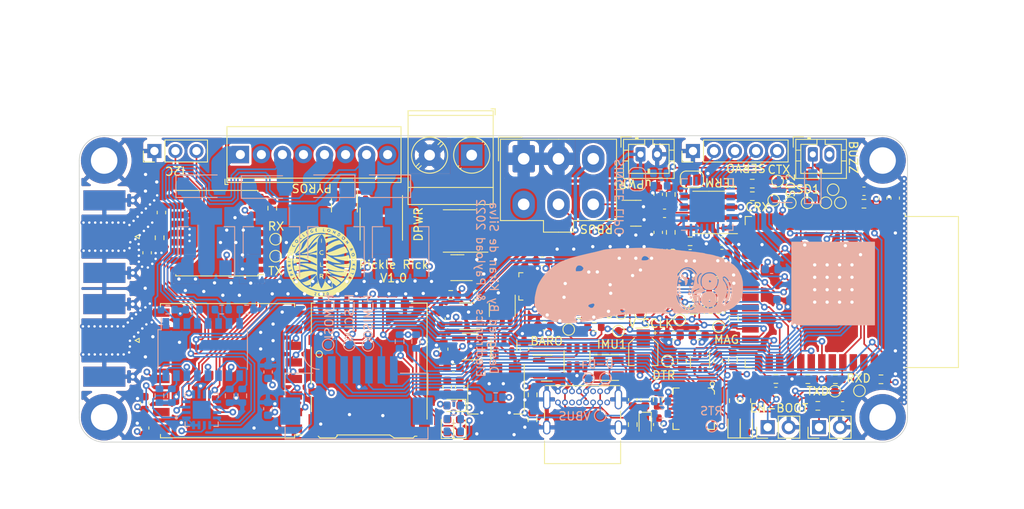
<source format=kicad_pcb>
(kicad_pcb (version 20211014) (generator pcbnew)
  (layers (0 "F.Cu" signal) (1 "In1.Cu" power) (2 "In2.Cu" power) (31 "B.Cu" signal) (34 "B.Paste" user) (35 "F.Paste" user) (36 "B.SilkS" user "B.Silkscreen") (37 "F.SilkS" user "F.Silkscreen") (38 "B.Mask" user) (39 "F.Mask" user) (44 "Edge.Cuts" user))
  (net 0 "")
  (net 1 "+3V3")
  (net 2 "/EN")
  (net 3 "GND")
  (net 4 "Net-(C2-Pad1)")
  (net 5 "Net-(C3-Pad1)")
  (net 6 "+24V")
  (net 7 "/power/3.3reg_in")
  (net 8 "Net-(C29-Pad1)")
  (net 9 "VBUS")
  (net 10 "Net-(D6-Pad1)")
  (net 11 "Net-(D8-Pad1)")
  (net 12 "Net-(D10-Pad1)")
  (net 13 "Net-(D15-Pad1)")
  (net 14 "Net-(D16-Pad1)")
  (net 15 "/usb_uart/Data-")
  (net 16 "/usb_uart/Data+")
  (net 18 "/HSPI_MOSI")
  (net 19 "/HSPI_SCLK")
  (net 20 "/HSPI_MISO")
  (net 22 "/SD1_DET")
  (net 23 "Net-(J16-Pad1)")
  (net 24 "Net-(J17-PadA5)")
  (net 26 "Net-(J17-PadB5)")
  (net 28 "Net-(J18-Pad1)")
  (net 29 "/RTS")
  (net 30 "Net-(Q1-Pad2)")
  (net 31 "/BOOT")
  (net 32 "/DTR")
  (net 33 "Net-(Q1-Pad5)")
  (net 34 "/Buzzer")
  (net 35 "/nukes/Nuke1")
  (net 36 "/nukes/Nuke3")
  (net 37 "/nukes/Nuke2")
  (net 38 "/nukes/Nuke4")
  (net 39 "Net-(D1-Pad2)")
  (net 40 "Net-(D2-Pad2)")
  (net 41 "Net-(D3-Pad2)")
  (net 42 "Net-(D4-Pad2)")
  (net 43 "Net-(D5-Pad2)")
  (net 44 "/SDA")
  (net 45 "/SCL")
  (net 46 "/BARO_CS")
  (net 47 "/SD1_CS")
  (net 48 "/SD2_CS")
  (net 49 "/LORA_CS")
  (net 50 "/MAG_CS")
  (net 51 "/IMU1_CS")
  (net 52 "/IMU2_CS")
  (net 53 "/nukes/Cont1")
  (net 54 "/nukes/Cont3")
  (net 55 "Net-(R29-Pad1)")
  (net 56 "/nukes/Cont2")
  (net 57 "/nukes/Cont4")
  (net 58 "Net-(R35-Pad1)")
  (net 59 "Net-(R42-Pad2)")
  (net 60 "Net-(R43-Pad2)")
  (net 61 "Net-(R46-Pad2)")
  (net 62 "Net-(D21-Pad2)")
  (net 63 "/GPS/RXD")
  (net 64 "/GPS/TXD")
  (net 65 "/CAN_TX")
  (net 66 "/CAN_RX")
  (net 67 "/CAN_LOW")
  (net 68 "/CAN_HIGH")
  (net 69 "/BattVolt")
  (net 70 "/LORA_INT")
  (net 71 "/SD2_DET")
  (net 78 "/LORA_RESET")
  (net 79 "/VSPI_SCLK")
  (net 80 "/VSPI_MISO")
  (net 82 "/TXD")
  (net 83 "/RXD")
  (net 84 "/VSPI_MOSI")
  (net 87 "/nukes/SERVO1")
  (net 88 "/nukes/SERVO2")
  (net 89 "/nukes/SERVO3")
  (net 90 "/nukes/SERVO4")
  (net 108 "Net-(C13-Pad1)")
  (net 113 "Net-(C17-Pad1)")
  (net 118 "Net-(D6-Pad2)")
  (net 119 "Net-(Q7-Pad4)")
  (net 120 "/power/RBUS_24V_IN")
  (net 122 "Net-(Q8-Pad4)")
  (net 123 "Net-(Q9-Pad1)")
  (net 125 "Net-(Q10-Pad1)")
  (net 126 "Net-(C27-Pad2)")
  (net 128 "Net-(C37-Pad1)")
  (net 129 "Net-(R40-Pad2)")
  (net 158 "/power/3.3reg_out")
  (net 159 "/power/RBUS_3.3_IN")
  (net 162 "Net-(R41-Pad1)")
  (net 163 "/Vref")
  (net 164 "/power/Deploy_Lipo+")
  (net 165 "/power/UC_Lipo+")
  (net 166 "/nukes/Nuke1-")
  (net 167 "/nukes/Nuke3-")
  (net 168 "/nukes/Nuke2-")
  (net 169 "/nukes/Nuke4-")
  (net 170 "Net-(R27-Pad1)")
  (net 171 "Net-(R36-Pad1)")
  (net 172 "Net-(U18-Pad8)")
  (footprint "Resistor_SMD:R_0603_1608Metric" (layer "F.Cu") (at 123.3 68.75 90)
    (fp_text reference "R42" hide)
    (fp_text value "10K")
  )
  (footprint "Resistor_SMD:R_0603_1608Metric" (layer "F.Cu") (at 171.42 67.095359 90)
    (fp_text reference "R49" hide)
    (fp_text value "60")
  )
  (footprint "Capacitor_SMD:C_0603_1608Metric" (layer "F.Cu") (at 194.75 66.71)
    (fp_text reference "C1" hide)
    (fp_text value "1nF")
  )
  (footprint "Capacitor_SMD:C_0603_1608Metric" (layer "F.Cu") (at 198.52 67.54 -90)
    (fp_text reference "C5" hide)
    (fp_text value "100nF")
  )
  (footprint "TestPoint:TestPoint_Pad_D1.0mm" (layer "F.Cu") (at 159.1 83.4)
    (fp_text reference "TP22" hide)
    (fp_text value "TestPoint")
  )
  (footprint "Capacitor_SMD:CP_Elec_3x5.3" (layer "F.Cu") (at 168.1 86 -90)
    (fp_text reference "C30" hide)
    (fp_text value "4.7uF")
  )
  (footprint "LED_SMD:LED_0603_1608Metric" (layer "F.Cu") (at 179.055 95.0075 90)
    (fp_text reference "D1" hide)
    (fp_text value "RX_LED")
  )
  (footprint "RF_GPS:ublox_MAX" (layer "F.Cu") (at 116.61 71.77 180)
    (fp_text reference "U17" hide)
    (fp_text value "MAX-M8Q")
  )
  (footprint "Capacitor_SMD:C_0603_1608Metric" (layer "F.Cu") (at 107.89 95.3 90)
    (fp_text reference "C35" hide)
    (fp_text value "100nF")
  )
  (footprint "Capacitor_SMD:C_0603_1608Metric" (layer "F.Cu") (at 155.925 75.15 180)
    (fp_text reference "C6" hide)
    (fp_text value "100nF")
  )
  (footprint "TestPoint:TestPoint_Pad_D1.0mm" (layer "F.Cu") (at 171.025 87.2)
    (fp_text reference "TP1" hide)
    (fp_text value "TestPoint")
  )
  (footprint "Capacitor_SMD:C_0603_1608Metric" (layer "F.Cu") (at 171.775 84.13 180)
    (fp_text reference "C11" hide)
    (fp_text value "10uF")
  )
  (footprint "Resistor_SMD:R_0603_1608Metric" (layer "F.Cu") (at 194.75 68.22 180)
    (fp_text reference "R3" hide)
    (fp_text value "10K")
  )
  (footprint "Resistor_SMD:R_0603_1608Metric" (layer "F.Cu") (at 109.7 72.325 -90)
    (fp_text reference "R43" hide)
    (fp_text value "10")
  )
  (footprint "Resistor_SMD:R_0603_1608Metric" (layer "F.Cu") (at 172.77 87.21 -90)
    (fp_text reference "R1" hide)
    (fp_text value "10K")
  )
  (footprint "Connector_Card:microSD_HC_Hirose_DM3AT-SF-PEJM5" (layer "F.Cu") (at 135 88.1)
    (fp_text reference "J4" hide)
    (fp_text value "Micro_SD_Card_Det")
  )
  (footprint "TestPoint:TestPoint_Pad_D1.0mm" (layer "F.Cu") (at 191.9 68.1)
    (fp_text reference "TP25" hide)
    (fp_text value "TestPoint")
  )
  (footprint "Package_SO:SOIC-8_3.9x4.9mm_P1.27mm" (layer "F.Cu") (at 136.465 70.675 -90)
    (fp_text reference "Q7" hide)
    (fp_text value "SI4143DY-T1-GE3")
  )
  (footprint "Resistor_SMD:R_0603_1608Metric" (layer "F.Cu") (at 187.97 89.4)
    (fp_text reference "R17" hide)
    (fp_text value "10K")
  )
  (footprint "LED_SMD:LED_0603_1608Metric" (layer "F.Cu") (at 145.95 95.075 90)
    (fp_text reference "D3" hide)
    (fp_text value "SD1_LED")
  )
  (footprint "TestPoint:TestPoint_Pad_D1.0mm" (layer "F.Cu") (at 123.7 72.5)
    (fp_text reference "TP27" hide)
    (fp_text value "TestPoint")
  )
  (footprint "Capacitor_SMD:C_0603_1608Metric" (layer "F.Cu") (at 156.155 82.96 180)
    (fp_text reference "C23" hide)
    (fp_text value "10uF")
  )
  (footprint "Connector_PinHeader_2.54mm:PinHeader_1x02_P2.54mm_Vertical" (layer "F.Cu") (at 183.125 95.2 90)
    (fp_text reference "J3" hide)
    (fp_text value "Conn_01x02_Male")
  )
  (footprint "Jumper:SolderJumper-2_P1.3mm_Open_RoundedPad1.0x1.5mm" (layer "F.Cu") (at 173.975 65.275)
    (fp_text reference "JP1" hide)
    (fp_text value "SolderJumper_2_Open")
  )
  (footprint "Package_TO_SOT_SMD:SOT-23" (layer "F.Cu") (at 156.45 88.075)
    (fp_text reference "Q10" hide)
    (fp_text value "AO3401A")
  )
  (footprint "Resistor_SMD:R_0603_1608Metric" (layer "F.Cu") (at 144.85 79.225)
    (fp_text reference "R15" hide)
    (fp_text value "10K")
  )
  (footprint "Resistor_SMD:R_0603_1608Metric" (layer "F.Cu") (at 169.38 75.9935 180)
    (fp_text reference "R20" hide)
    (fp_text value "10K")
  )
  (footprint "Resistor_SMD:R_0603_1608Metric" (layer "F.Cu") (at 179.035 91.995 -90)
    (fp_text reference "R7" hide)
    (fp_text value "470")
  )
  (footprint "Package_TO_SOT_SMD:TSOT-23-6" (layer "F.Cu") (at 151.075 81.05 -90)
    (fp_text reference "U15" hide)
    (fp_text value "LTC4412xS6")
  )
  (footprint "Capacitor_SMD:C_0603_1608Metric" (layer "F.Cu") (at 164.97 78.7835 -90)
    (fp_text reference "C15" hide)
    (fp_text value "0.1uF")
  )
  (footprint "Connector_Coaxial:SMA_Molex_73251-1153_EdgeMount_Horizontal" (layer "F.Cu") (at 104.74 84.72)
    (fp_text reference "J18" hide)
    (fp_text value "Conn_Coaxial")
  )
  (footprint "Capacitor_SMD:C_0603_1608Metric" (layer "F.Cu") (at 169.85 94.875 90)
    (fp_text reference "C32" hide)
    (fp_text value "0.1uF")
  )
  (footprint "TestPoint:TestPoint_Pad_D1.0mm" (layer "F.Cu") (at 167.75 81.5)
    (fp_text reference "TP13" hide)
    (fp_text value "TestPoint")
  )
  (footprint "RF_Module:ESP32-WROOM-32" (layer "F.Cu") (at 190.29 78.88 -90)
    (fp_text reference "U2" hide)
    (fp_text value "ESP32-WROOM-32D")
  )
  (footprint "iclr:iclr_logo" (layer "F.Cu") (at 129.24 75.25)
    (fp_text reference "LOGO1" hide)
    (fp_text value "LOGO" hide)
  )
  (footprint "Resistor_SMD:R_0603_1608Metric" (layer "F.Cu") (at 173.755 72.75)
    (fp_text reference "R41" hide)
    (fp_text value "10k")
  )
  (footprint "TerminalBlock_TE-Connectivity:TerminalBlock_TE_282834-8_1x08_P2.54mm_Horizontal" (layer "F.Cu") (at 119.45 62.28)
    (fp_text reference "J6" hide)
    (fp_text value "Screw_Terminal_01x08")
  )
  (footprint "Capacitor_SMD:C_0603_1608Metric" (layer "F.Cu") (at 108.19 74.14 -90)
    (fp_text reference "C29" hide)
    (fp_text value "10nF")
  )
  (footprint "TestPoint:TestPoint_Pad_D1.0mm" (layer "F.Cu") (at 171.9 75.95)
    (fp_text reference "TP16" hide)
    (fp_text value "TestPoint")
  )
  (footprint "Capacitor_SMD:C_0603_1608Metric" (layer "F.Cu") (at 159.23 76.3385 -90)
    (fp_text reference "C13" hide)
    (fp_text value "0.47uF")
  )
  (footprint "Connector_PinHeader_2.54mm:PinHeader_1x03_P2.54mm_Vertical" (layer "F.Cu") (at 109.07 61.85 90)
    (fp_text reference "J10" hide)
    (fp_text value "Conn_01x03_Male")
  )
  (footprint "Capacitor_SMD:C_0603_1608Metric" (layer "F.Cu") (at 153.75 85.75 -90)
    (fp_text reference "C24" hide)
    (fp_text value "10uF")
  )
  (footprint "TestPoint:TestPoint_Pad_D1.0mm" (layer "F.Cu") (at 123.7 74.55)
    (fp_text reference "TP28" hide)
    (fp_text value "TestPoint")
  )
  (footprint "Package_TO_SOT_SMD:SOT-23-5_HandSoldering" (layer "F.Cu") (at 146.825 81.8 180)
    (fp_text reference "U11" hide)
    (fp_text value "LTC4411ES5TRMPBF")
  )
  (footprint "Package_TO_SOT_SMD:SOT-143" (layer "F.Cu") (at 163.925 88)
    (fp_text reference "D20" hide)
    (fp_text value "SP0503BAHT")
  )
  (footprint "Resistor_SMD:R_0603_1608Metric" (layer "F.Cu") (at 181.27 67.31 180)
    (fp_text reference "R40" hide)
    (fp_text value "90")
  )
  (footprint "Capacitor_SMD:C_0603_1608Metric" (layer "F.Cu") (at 144.43 90.32 90)
    (fp_text reference "C26" hide)
    (fp_text value "100nF")
  )
  (footprint "Resistor_SMD:R_0603_1608Metric" (layer "F.Cu") (at 178.925 87.075 90)
    (fp_text reference "R5" hide)
    (fp_text value "10K")
  )
  (footprint "Capacitor_SMD:C_0603_1608Metric" (layer "F.Cu") (at 178.15 77.353873 90)
    (fp_text reference "C18" hide)
    (fp_text value "1uF")
  )
  (footprint "Resistor_SMD:R_0603_1608Metric" (layer "F.Cu") (at 166.83 94.885 -90)
    (fp_text reference "R47" hide)
    (fp_text value "470")
  )
  (footprint "MountingHole:MountingHole_3.2mm_M3_DIN965_Pad" (layer "F.Cu") (at 197 94)
    (fp_text reference "H3" hide)
    (fp_text value "MountingHole_Pad")
  )
  (footprint "Capacitor_SMD:C_0603_1608Metric" (layer "F.Cu") (at 147.85 79.225 180)
    (fp_text reference "C20" hide)
    (fp_text value "1uF")
  )
  (footprint "Connector_Molex:Molex_Mini-Fit_Jr_5566-06A_2x03_P4.20mm_Vertical" (layer "F.Cu") (at 153.66 62.79)
    (fp_text reference "J1" hide)
    (fp_text value "Conn_01x06_Male")
  )
  (footprint "Connector_JST:JST_PH_B2B-PH-K_1x02_P2.00mm_Vertical" (layer "F.Cu") (at 188.57 62.25)
    (fp_text reference "J11" hide)
    (fp_text value "Conn_01x02_Male")
  )
  (footprint "Capacitor_SMD:C_0603_1608Metric" (layer "F.Cu") (at 107.89 92.29 90)
    (fp_text reference "C34" hide)
    (fp_text value "10uF")
  )
  (footprint "Resistor_SMD:R_0603_1608Metric" (layer "F.Cu") (at 166.48 78.7835 90)
    (fp_text reference "R19" hide)
    (fp_text value "10K")
  )
  (footprint "Connector_USB:USB_C_Receptacle_GCT_USB4085" (layer "F.Cu") (at 157.795 90.865)
    (fp_text reference "J17" hide)
    (fp_text value "USB_C_Receptacle_USB2.0")
  )
  (footprint "Resistor_SMD:R_0603_1608Metric" (layer "F.Cu") (at 179.025 82.075 90)
    (fp_text reference "R18" hide)
    (fp_text value "10K")
  )
  (footprint "Connector_PinHeader_2.54mm:PinHeader_1x05_P2.54mm_Vertical" (layer "F.Cu") (at 174.1 61.85 90)
    (fp_text reference "J12" hide)
    (fp_text value "Conn_01x05_Male")
  )
  (footprint "iclr:QFN28G_0.5-5X5MM" (layer "F.Cu") (at 174.19 92.97 -90)
    (property "VALUE" "CP2102-GMR-QFN28")
    (fp_text reference "U18" hide)
    (fp_text value "INTERFACE-CP2102-GMR(QFN28)")
  )
  (footprint "LED_SMD:LED_0603_1608Metric" (layer "F.Cu") (at 144.45 95.075 90)
    (fp_text reference "D4" hide)
    (fp_text value "SD2_LED")
  )
  (footprint "Package_SO:SOIC-8_3.9x4.9mm_P1.27mm" (layer "F.Cu") (at 176.03 69.27 180)
    (fp_text reference "U1" hide)
    (fp_text value "SN65HVD230")
  )
  (footprint "iclr:PQFN50P300X300X100-16N" (layer "F.Cu") (at 169.11 78.7035 90)
    (fp_text reference "U7" hide)
    (fp_text value "H3LIS100DLTR")
  )
  (footprint "Package_TO_SOT_SMD:SOT-23" (layer "F.Cu") (at 151.275 85.35 90)
    (fp_text reference "Q9" hide)
    (fp_text value "AO3401A")
  )
  (footprint "TestPoint:TestPoint_Pad_D1.0mm" (layer "F.Cu") (at 177.2 83.05)
    (fp_text reference "TP14" hide)
    (fp_text value "TestPoint")
  )
  (footprint "TestPoint:TestPoint_Pad_D1.0mm" (layer "F.Cu") (at 165.1 83.6)
    (fp_text reference "TP15" hide)
    (fp_text value "TestPoint")
  )
  (footprint "Capacitor_SMD:C_0603_1608Metric" (layer "F.Cu") (at 170.669641 69.375 180)
    (fp_text reference "C37" hide)
    (fp_text value "0.1uF")
  )
  (footprint "Resistor_SMD:R_0603_1608Metric" (layer "F.Cu") (at 169.85 91.865 -90)
    (fp_text reference "R46" hide)
    (fp_text value "4.7k")
  )
  (footprint "Capacitor_SMD:C_0603_1608Metric" (layer "F.Cu") (at 174.795 84.13)
    (fp_text reference "C12" hide)
    (fp_text value "100nF")
  )
  (footprint "RF_Module:HOPERF_RFM9XW_SMD" (layer "F.Cu") (at 117.9 88.375 180)
    (fp_text reference "U19" hide)
    (fp_text value "RFM95W-868S2")
  )
  (footprint "Resistor_SMD:R_0603_1608Metric" (layer "F.Cu") (at 177.13 87.2 90)
    (fp_text reference "R2" hide)
    (fp_text value "10K")
  )
  (footprint "LED_SMD:LED_0603_1608Metric" (layer "F.Cu") (at 180.555 95.0075 90)
    (fp_text reference "D2" hide)
    (fp_text value "TX_LED")
  )
  (footprint "Capacitor_SMD:C_0603_1608Metric" (layer "F.Cu") (at 145.185 88.04 180)
    (fp_text reference "C19" hide)
    (fp_text value "1uF")
  )
  (footprint "Resistor_SMD:R_0603_1608Metric" (layer "F.Cu") (at 154.72 94.295 90)
    (fp_text reference "R45" hide)
    (fp_text value "5.1k")
  )
  (footprint "TestPoint:TestPoint_Pad_D1.0mm" (layer "F.Cu") (at 183.85 67.8)
    (fp_text reference "TP24" hide)
    (fp_text value "TestPoint")
  )
  (footprint "Capacitor_SMD:C_0603_1608Metric" (layer "F.Cu") (at 143.675 82.125 90)
    (fp_text reference "C22" hide)
    (fp_text value "4.7uF")
  )
  (footprint "Capacitor_SMD:C_0603_1608Metric" (layer "F.Cu") (at 166.83 91.865 90)
    (fp_text reference "C33" hide)
    (fp_text value "0.1uF")
  )
  (footprint "Capacitor_SMD:C_0603_1608Metric" (layer "F.Cu") (at 175.32 75.9935 180)
    (fp_text reference "C17" hide)
    (fp_text value "10uF")
  )
  (footprint "MountingHole:MountingHole_3.2mm_M3_DIN965_Pad" (layer "F.Cu") (at 103 63)
    (fp_text reference "H4" hide)
    (fp_text value "MountingHole_Pad")
  )
  (footprint "TestPoint:TestPoint_Pad_D1.0mm" (layer "F.Cu") (at 172.5 82.25)
    (fp_text reference "TP12" hide)
    (fp_text value "TestPoint")
  )
  (footprint "Connector_PinHeader_2.54mm:PinHeader_1x02_P2.54mm_Vertical" (layer "F.Cu") (at 189.32 95.2 90)
    (fp_text reference "J2" hide)
    (fp_text value "Conn_01x02_Male")
  )
  (footprint "Package_SO:SOIC-8_3.9x4.9mm_P1.27mm" (layer "F.Cu") (at 145.895 71.505 180)
    (fp_text reference "Q8" hide)
    (fp_text value "SI4143DY-T1-GE3")
  )
  (footprint "MountingHole:MountingHole_3.2mm_M3_DIN965_Pad" (layer "F.Cu") (at 197 63)
    (fp_text reference "H1" hide)
    (fp_text value "MountingHole_Pad")
  )
  (footprint "Capacitor_SMD:C_0603_1608Metric" (layer "F.Cu") (at 177.6 74.23 180)
    (fp_text reference "C28" hide)
    (fp_text value "100nF")
  )
  (footprint "LED_SMD:LED_0603_1608Metric" (layer "F.Cu") (at 168.33 94.8825 -90)
    (fp_text reference "D21" hide)
    (fp_text value "USB_LED")
  )
  (footprint "Capacitor_SMD:C_0603_1608Metric" (layer "F.Cu") (at 159.22 79.3635 90)
    (fp_text reference "C14" hide)
    (fp_text value "10nF")
  )
  (footprint "Capacitor_SMD:C_0603_1608Metric" (layer "F.Cu") (at 169.9025 71.675 90)
    (fp_text reference "C38" hide)
    (fp_text value "220pF")
  )
  (footprint "Package_TO_SOT_SMD:TSOT-23-6" (layer "F.Cu") (at 132.01 68.4175 -90)
    (fp_text reference "U13" hide)
    (fp_text value "LTC4412xS6")
  )
  (footprint "iclr:Write_Pad" (layer "F.Cu") (at 191.025 77.85)
    (fp_text reference "REF**" hide)
    (fp_text value "Write_Pad" hide)
  )
  (footprint "iclr:PQFN50P300X300X80-16N" (layer "F.Cu") (at 161.89 78.571 90)
    (fp_text reference "U8" hide)
    (fp_text value "ICM-20608-G")
  )
  (footprint "Connector_JST:JST_PH_B2B-PH-K_1x02_P2.00mm_Vertical" (layer "F.Cu") (at 167.77 62.25)
    (fp_text reference "J15" hide)
    (fp_text value "UCLipo")
  )
  (footprint "Connector_Coaxial:SMA_Molex_73251-1153_EdgeMount_Horizontal" (layer "F.Cu") (at 104.75 72.19)
    (fp_text reference "J16" hide)
    (fp_text value "Conn_Coaxial")
  )
  (footprint "Package_TO_SOT_SMD:SOT-23" (layer "F.Cu") (at 167.207141 69.365359)
    (fp_text reference "D19" hide)
    (fp_text value "SM712_SOT23")
  )
  (footprint "Capacitor_SMD:C_0603_1608Metric" (layer "F.Cu") (at 192.175 92.625)
    (fp_text reference "C2" hide)
    (fp_text value "0.1uF")
  )
  (footprint "Resistor_SMD:R_0603_1608Metric" (layer "F.Cu") (at 162.2 83.1 180)
    (fp_text reference "R14" hide)
    (fp_text value "10K")
  )
  (footprint "Capacitor_SMD:C_0603_1608Metric" (layer "F.Cu") (at 144 85.775 90)
    (fp_text reference "C21" hide)
    (fp_text value "4.7uF")
  )
  (footprint "Package_TO_SOT_SMD:SOT-23-5_HandSoldering" (layer "F.Cu") (at 147.15 85.45 180)
    (fp_text reference "U10" hide)
    (fp_text value "LTC4411ES5TRMPBF")
  )
  (footprint "Resistor_SMD:R_0603_1608Metric" (layer "F.Cu") (at 191.3 89.4)
    (fp_text reference "R12" hide)
    (fp_text value "4.7K")
  )
  (footprint "Capacitor_SMD:C_0603_1608Metric" (layer "F.Cu") (at 197.01 67.54 -90)
    (fp_text reference "C4" hide)
    (fp_text value "10uf")
  )
  (footprint "Capacitor_SMD:C_0603_1608Metric" (layer "F.Cu") (at 184.115 90.89)
    (fp_text reference "C3" hide)
    (fp_text value "0.1uF")
  )
  (footprint "iclr:PQFN50P300X300X100-16N" (layer "F.Cu") (at 175.61 78.5085 90)
    (fp_text reference "U9" hide)
    (fp_text value "MMC5983MA")
  )
  (footprint "TestPoint:TestPoint_Pad_D1.0mm" (layer "F.Cu") (at 190.15 68.1)
    (fp_text reference "TP26" hide)
    (fp_text value "TestPoint")
  )
  (footprint "Capacitor_SMD:C_0603_1608Metric" (layer "F.Cu") (at 145.94 90.315 90)
    (fp_text reference "C25" hide)
    (fp_text value "10uF")
  )
  (footprint "TestPoint:TestPoint_Pad_D1.0mm" (layer "F.Cu") (at 194.2 90.8)
    (fp_text reference "TP6" hide)
    (fp_text value "TestPoint")
  )
  (footprint "MountingHole:MountingHole_3.2mm_M3_DIN965_Pad" (layer "F.Cu") (at 103 94)
    (fp_text reference "H2" hide)
    (fp_text value "MountingHole_Pad")
  )
  (footprint "Resistor_SMD:R_0603_1608Metric" (layer "F.Cu") (at 189.175 92.625)
    (fp_text reference "R4" hide)
    (fp_text value "470")
  )
  (footprint "TestPoint:TestPoint_Pad_D1.0mm" (layer "F.Cu") (at 185.85 68.1)
    (fp_text reference "TP21" hide)
    (fp_text value "TestPoint")
  )
  (footprint "TerminalBlock_Phoenix:TerminalBlock_Phoenix_MKDS-3-2-5.08_1x02_P5.08mm_Horizontal" (layer "F.Cu") (at 147.38 62.35 180)
    (fp_text reference "J14" hide)
    (fp_text value "DeployLipo")
  )
  (footprint "Package_TO_SOT_SMD:TSOT-23-6" (layer "F.Cu") (at 145.65 75.94 180)
    (fp_text reference "U14" hide)
    (fp_text value "LTC4412xS6")
  )
  (footprint "Package_LGA:LGA-8_3x5mm_P1.25mm" (layer "F.Cu") (at 155.675 78.2 -90)
    (fp_text reference "U3" hide)
    (fp_text value "MS5607-02BA")
  )
  (footprint "TestPoint:TestPoint_Pad_D1.0mm" (layer "F.Cu") (at 191.025 66.525)
    (fp_text reference "TP3" hide)
    (fp_text value "TestPoint")
  )
  (footprint "Resistor_SMD:R_0603_1608Metric" (layer "F.Cu") (at 181.26 65.79 180)
    (fp_text reference "R39" hide)
    (fp_text value "90")
  )
  (footprint "TestPoint:TestPoint_Pad_D1.0mm" (layer "F.Cu") (at 184.325 65.475)
    (fp_text reference "TP23" hide)
    (fp_text value "TestPoint")
  )
  (footprint "Capacitor_SMD:C_0603_1608Metric" (layer "F.Cu") (at 162.05 75.5785 180)
    (fp_text reference "C16" hide)
    (fp_text value "2.2uF")
  )
  (footprint "TestPoint:TestPoint_Pad_D1.0mm" (layer "F.Cu") (at 187.875 68.1)
    (fp_text reference "TP20" hide)
    (fp_text value "TestPoint")
  )
  (footprint "TestPoint:TestPoint_Pad_D1.0mm" (layer "F.Cu") (at 165.4 81.45)
    (fp_text reference "TP11" hide)
    (fp_text value "TestPoint")
  )
  (footprint "LED_SMD:LED_0603_1608Metric" (layer "F.Cu") (at 145.1875 92.575 180)
    (fp_text reference "D5" hide)
    (fp_text value "PWR_LED")
  )
  (footprint "Resistor_SMD:R_0603_1608Metric" (layer "F.Cu") (at 184.115 89.38)
    (fp_text reference "R6" hide)
    (fp_text value "470")
  )
  (footprint "Inductor_SMD:L_0603_1608Metric" (layer "F.Cu") (at 109.92 69.28 90)
    (fp_text reference "L2" hide)
    (fp_text value "27nH")
  )
  (footprint "TestPoint:TestPoint_Pad_D1.0mm" (layer "F.Cu") (at 191.25 90.85)
    (fp_text reference "TP8" hide)
    (fp_text value "TestPoint")
  )
  (footprint "Capacitor_SMD:C_0603_1608Metric" (layer "F.Cu") (at 168.34 91.865 90)
    (fp_text reference "C31" hide)
    (fp_text value "1.0uF")
  )
  (footprint "Package_TO_SOT_SMD:SOT-363_SC-70-6" (layer "F.Cu") (at 174.95 87.32 -90)
    (fp_text reference "Q1" hide)
    (fp_text value "MMDT2222A")
  )
  (footprint "Resistor_SMD:R_0603_1608Metric" (layer "F.Cu") (at 171.42 71.675 90)
    (fp_text reference "R48" hide)
    (fp_text value "60")
  )
  (footprint "Capacitor_SMD:C_0603_1608Metric" (layer "F.Cu") (at 169.9 67.075 -90)
    (fp_text reference "C39" hide)
    (fp_text value "220 pF")
  )
  (footprint "Resistor_SMD:R_0603_1608Metric" (layer "F.Cu") (at 196.8 89.42 180)
    (fp_text reference "R13" hide)
    (fp_text value "4.7K")
  )
  (footprint "Capacitor_SMD:C_0603_1608Metric" (layer "F.Cu") (at 177.6 72.72)
    (fp_text reference "C27" hide)
    (fp_text value "160pF")
  )
  (footprint "Resistor_SMD:R_0603_1608Metric" (layer "F.Cu") (at 154.74 91.29 -90)
    (fp_text reference "R44" hide)
    (fp_text value "5.1k")
  )
  (footprint "Capacitor_SMD:C_0603_1608Metric" (layer "F.Cu") (at 173.76 74.26)
    (fp_text reference "C36" hide)
    (fp_text value "10uF")
  )
  (footprint "Resistor_SMD:R_0603_1608Metric" (layer "F.Cu") (at 180.545 91.995 -90)
    (fp_text reference "R8" hide)
    (fp_text value "470")
  )
  (footprint "Package_TO_SOT_SMD:SOT-223-3_TabPin2" (layer "F.Cu") (at 150.32 91.7 -90)
    (fp_text reference "U12" hide)
    (fp_text value "LT1963AxST-3.3")
  )
  (footprint "Package_TO_SOT_SMD:TSOT-23-6" (layer "F.Cu") (at 160.1 86.775 90)
    (fp_text reference "U16" hide)
    (fp_text value "LTC4412xS6")
  )
  (footprint "Resistor_SMD:R_0603_1608Metric" (layer "B.Cu") (at 119.68 91.41 -90)
    (fp_text reference "R33" hide)
    (fp_text value "500")
  )
  (footprint "Resistor_SMD:R_0603_1608Metric" (layer "B.Cu") (at 120.21 81)
    (fp_text reference "R27" hide)
    (fp_text value "1K")
  )
  (footprint "Resistor_SMD:R_0603_1608Metric" (layer "B.Cu") (at 170.15 64.55)
    (fp_text reference "R23" hide)
    (fp_text value "7.5k")
  )
  (footprint "Package_TO_SOT_SMD:SOT-223" (layer "B.Cu") (at 123.2 72.9 90)
    (fp_text reference "Q4" hide)
    (fp_text value "NCV8415STT1G")
  )
  (footprint "Package_DFN_QFN:QFN-28-1EP_6x6mm_P0.65mm_EP4.25x4.25mm" (layer "B.Cu") (at 175.81 68.31)
    (fp_text reference "U6" hide)
    (fp_text value "PCA9685BS")
  )
  (footprint "Resistor_SMD:R_0603_1608Metric" (layer "B.Cu") (at 145.225 94.2 180)
    (fp_text reference "R10" hide)
    (fp_text value "470")
  )
  (footprint "TestPoint:TestPoint_Pad_D1.0mm" (layer "B.Cu") (at 161.5 89.325 180)
    (fp_text reference "TP31" hide)
    (fp_text value "TestPoint")
  )
  (footprint "Capacitor_SMD:C_0603_1608Metric" (layer "B.Cu") (at 122.775 92.975 90)
    (fp_text reference "C8" hide)
    (fp_text value "100nF")
  )
  (footprint "Resistor_SMD:R_0603_1608Metric" (layer "B.Cu") (at 110.69 81)
    (fp_text reference "R36" hide)
    (fp_text value "1K")
  )
  (footprint "TestPoint:TestPoint_Pad_D1.0mm" (layer "B.Cu") (at 163.55 89.3 180)
    (fp_text reference "TP30" hide)
    (fp_text value "TestPoint")
  )
  (footprint "Diode_SMD:D_SOD-128" (layer "B.Cu") (at 136.925 66.1 180)
    (fp_text reference "D8" hide)
    (fp_text value "D_Schottky")
  )
  (footprint "Capacitor_SMD:C_0603_1608Metric" (layer "B.Cu") (at 185.02 79.79)
    (fp_text reference "C9" hide)
    (fp_text value "10uF")
  )
  (footprint "Diode_SMD:D_SOD-128" (layer "B.Cu") (at 122.65 66.2)
    (fp_text reference "D10" hide)
    (fp_text value "D_Schottky")
  )
  (footprint "Resistor_SMD:R_0603_1608Metric" (layer "B.Cu") (at 113.69 81 180)
    (fp_text reference "R29" hide)
    (fp_text value "1K")
  )
  (footprint "Package_TO_SOT_SMD:SOT-223" (layer "B.Cu") (at 115.35 72.9 90)
    (fp_text reference "Q6" hide)
    (fp_text value "NCV8415STT1G")
  )
  (footprint "Resistor_SMD:R_0603_1608Metric" (layer "B.Cu") (at 170.25 93.575)
    (fp_text reference "R30" hide)
    (fp_text value "47k")
  )
  (footprint "Resistor_SMD:R_0603_1608Metric" (layer "B.Cu") (at 118.16 91.41 -90)
    (fp_text reference "R25" hide)
    (fp_text value "500")
  )
  (footprint "TestPoint:TestPoint_Pad_D1.0mm" (layer "B.Cu") (at 132.59 85.26 180)
    (fp_text reference "TP17" hide)
    (fp_text value "TestPoint")
  )
  (footprint "Resistor_SMD:R_0603_1608Metric" (layer "B.Cu") (at 109.675 91.4 -90)
    (fp_text reference "R26" hide)
    (fp_text value "500")
  )
  (footprint "TestPoint:TestPoint_Pad_D1.0mm" (layer "B.Cu") (at 130.05 85.24 180)
    (fp_text reference "TP19" hide)
    (fp_text value "TestPoint")
  )
  (footprint "Resistor_SMD:R_0603_1608Metric" (layer "B.Cu") (at 145.225 95.7 180)
    (fp_text reference "R9" hide)
    (fp_text value "470")
  )
  (footprint "Package_SO:SOP-16_4.4x10.4mm_P1.27mm" (layer "B.Cu") (at 114.9 85.825 -90)
    (fp_text reference "U4" hide)
    (fp_text value "LTV-247")
  )
  (footprint "Capacitor_SMD:C_0603_1608Metric" (layer "B.Cu") (at 183.6 76.13)
    (fp_text reference "C10" hide)
    (fp_text value "100nF")
  )
  (footprint "TestPoint:TestPoint_Pad_D1.0mm" (layer "B.Cu") (at 162.9 93.8 180)
    (fp_text reference "TP32" hide)
    (fp_text value "TestPoint")
  )
  (footprint "Diode_SMD:D_SOD-128" (layer "B.Cu") (at 114.75 66.1)
    (fp_text reference "D16" hide)
    (fp_text value "D_Schottky")
  )
  (footprint "TestPoint:TestPoint_Pad_D1.0mm" (layer "B.Cu") (at 176.375 95.075 180)
    (fp_text reference "TP2" hide)
    (fp_text value "TestPoint")
  )
  (footprint "Resistor_SMD:R_0603_1608Metric" (layer "B.Cu") (at 170.25 92.075 180)
    (fp_text reference "R28" hide)
    (fp_text value "24k")
  )
  (footprint "Diode_SMD:D_SOD-123F" (layer "B.Cu") (at 188.57 66.0025 90)
    (fp_text reference "D6" hide)
    (fp_text value "D_Schottky")
  )
  (footprint "iclr:pickle_ric" (layer "B.Cu") (at 167.73 77.84 90)
    (fp_text reference "G***" hide)
    (fp_text value "LOGO" hide)
  )
  (footprint "Capacitor_SMD:C_0603_1608Metric" (layer "B.Cu") (at 122.8 88.535 90)
    (fp_text reference "C7" hide)
    (fp_text value "10uF")
  )
  (footprint "Diode_SMD:D_SOD-128" (layer "B.Cu") (at 130.2 66.1 180)
    (fp_text reference "D15" hide)
    (fp_text value "D_Schottky")
  )
  (footprint "Resistor_SMD:R_0603_1608Metric" (layer "B.Cu") (at 117.2 81)
    (fp_text reference "R35" hide)
    (fp_text value "1K")
  )
  (footprint "Resistor_SMD:R_0603_1608Metric" (layer "B.Cu") (at 145.225 92.575)
    (fp_text reference "R11" hide)
    (fp_text value "470")
  )
  (footprint "TestPoint:TestPoint_Pad_D1.0mm" (layer "B.Cu") (at 134.85 85.32 180)
    (fp_text reference "TP18" hide)
    (fp_text value "TestPoint")
  )
  (footprint "Resistor_SMD:R_0603_1608Metric" (layer "B.Cu") (at 170.15 66.05 180)
    (fp_text reference "R24" hide)
    (fp_text value "2.4k")
  )
  (footprint "Package_TO_SOT_SMD:SOT-223" (layer "B.Cu") (at 138.8 72.9 90)
    (fp_text reference "Q3" hide)
    (fp_text value "NCV8415STT1G")
  )
  (footprint "Package_TO_SOT_SMD:SOT-223" (layer "B.Cu") (at 131 72.9 90)
    (fp_text reference "Q5" hide)
    (fp_text value "NCV8415STT1G")
  )
  (footprint "Resistor_SMD:R_0603_1608Metric" (layer "B.Cu") (at 111.175 91.4 -90)
    (fp_text reference "R34" hide)
    (fp_text value "500")
  )
  (footprint "Resistor_SMD:R_0603_1608Metric" (layer "B.Cu") (at 140.675 84.85 -90)
    (fp_text reference "R21" hide)
    (fp_text value "10k")
  )
  (footprint "Package_TO_SOT_SMD:SOT-23" (layer "B.Cu") (at 185.42 66.51)
    (fp_text reference "Q2" hide)
    (fp_text value "PMV20ENR")
  )
  (footprint "iclr:QFN65P400X400X100-17N" (layer "B.Cu") (at 114.775 93.1)
    (fp_text reference "U5" hide)
    (fp_text value "PCA9534RGVR")
  )
  (footprint "Resistor_SMD:R_0603_1608Metric" (layer "B.Cu") (at 150.275 91.575)
    (fp_text reference "R16" hide)
    (fp_text value "10K")
  )
  (footprint "iclr:292227-7" (layer "B.Cu") (at 128.975 88.275)
    (fp_text reference "J5" hide)
    (fp_text value "292227-7" hide)
  )
  (footprint "Jumper:SolderJumper-2_P1.3mm_Open_RoundedPad1.0x1.5mm" (layer "B.Cu") (at 167.375 65.25 90)
    (fp_text reference "JP2" hide)
    (fp_text value "SolderJumper_2_Open")
  )
  (footprint "Resistor_SMD:R_0603_1608Metric" (layer "B.Cu") (at 138.675 84.85 -90)
    (fp_text reference "R22" hide)
    (fp_text value "10k")
  )
  (gr_line (start 103 97) (end 197 97) (layer "Edge.Cuts") (width 0.1))
  (gr_arc (start 200 94) (mid 199.12132 96.12132) (end 197 97) (layer "Edge.Cuts") (width 0.1))
  (gr_arc (start 197 60) (mid 199.12132 60.87868) (end 200 63) (layer "Edge.Cuts") (width 0.1))
  (gr_line (start 197 60) (end 103 60) (layer "Edge.Cuts") (width 0.1))
  (gr_line (start 100 63) (end 100 94) (layer "Edge.Cuts") (width 0.1))
  (gr_arc (start 103 97) (mid 100.87868 96.12132) (end 100 94) (layer "Edge.Cuts") (width 0.1))
  (gr_arc (start 100 63) (mid 100.87868 60.87868) (end 103 60) (layer "Edge.Cuts") (width 0.1))
  (gr_line (start 200 94) (end 200 63) (layer "Edge.Cuts") (width 0.1))
  (gr_text "D-" (at 163.425 87.525) (layer "B.SilkS") (effects (font (size 1 1)) (justify mirror)))
  (gr_text "D+" (at 161.325 87.6) (layer "B.SilkS") (effects (font (size 1 1)) (justify mirror)))
  (gr_text "VBUS" (at 159.8 93.875) (layer "B.SilkS") (effects (font (size 1 1)) (justify mirror)))
  (gr_text "SINGLE LIPO" (at 165.225 67.425 90) (layer "B.SilkS") (effects (font (size 1 1)) (justify mirror)))
  (gr_text "RTS" (at 176.325 93.25) (layer "B.SilkS") (effects (font (size 1 1)) (justify mirror)))
  (gr_text "H_MOSI" (at 130.175 81.825 90) (layer "B.SilkS") (effects (font (size 1 1)) (justify mirror)))
  (gr_text "Designed By Kiran de Silva\nElectronics & Payload 2022" (at 149.25 78.4 270) (layer "B.SilkS") (effects (font (size 1 1)) (justify mirror)))
  (gr_text "H_SCLK" (at 132.625 81.875 90) (layer "B.SilkS") (effects (font (size 1 1)) (justify mirror)))
  (gr_text "H_MISO" (at 134.9 81.875 90) (layer "B.SilkS") (effects (font (size 1 1)) (justify mirror)))
  (gr_text "RX" (at 123.75 70.95) (layer "F.SilkS") (effects (font (size 1 1))))
  (gr_text "CTX" (at 184.475 64.1) (layer "F.SilkS") (effects (font (size 1 1))))
  (gr_text "IMU1" (at 164.3 85.2) (layer "F.SilkS") (effects (font (size 1 1))))
  (gr_text "BARO\n" (at 156.425 84.8) (layer "F.SilkS") (effects (font (size 1 1))))
  (gr_text "TERM" (at 177.45 65.65 180) (layer "F.SilkS") (effects (font (size 1 1))))
  (gr_text "CRX" (at 181.875 68.625) (layer "F.SilkS") (effects (font (size 1 1))))
  (gr_text "uPWR" (at 167.125 65.825 180) (layer "F.SilkS") (effects (font (size 1 1))))
  (gr_text "I2C" (at 111.575 64.25 180) (layer "F.SilkS") (effects (font (size 1 1))))
  (gr_text "TX" (at 123.675 76.35) (layer "F.SilkS") (effects (font (size 1 1))))
  (gr_text "BUZZ" (at 193.45 62.6 270) (layer "F.SilkS") (effects (font (size 1 1))))
  (gr_text "MAG" (at 178.15 84.625) (layer "F.SilkS") (effects (font (size 1 1))))
  (gr_text "IMU2" (at 170.35 74.275) (layer "F.SilkS") (effects (font (size 1 1))))
  (gr_text "V_MISO" (at 161.875 81.525) (layer "F.SilkS") (effects (font (size 1 1))))
  (gr_text "V_MOSI" (at 175.575 81) (layer "F.SilkS") (effects (font (size 1 1))))
  (gr_text "SD1\n" (at 187.975 66.475) (layer "F.SilkS") (effects (font (size 1 1))))
  (gr_text "DTR" (at 170.575 88.925) (layer "F.SilkS") (effects (font (size 1 1))))
  (gr_text "Pickle Rick\nV1.0" (at 137.95 76.38) (layer "F.SilkS") (effects (font (size 1 1))))
  (gr_text "RBUS" (at 162.45 71.25 180) (layer "F.SilkS") (effects (font (size 1 1))))
  (gr_text "PYROS" (at 128.075 66.325 180) (layer "F.SilkS") (effects (font (size 1 1))))
  (gr_text "V_SCLK" (at 169.05 82.7) (layer "F.SilkS") (effects (font (size 1 1))))
  (gr_text "SD2\n" (at 185.9 66 90) (layer "F.SilkS") (effects (font (size 1 1))))
  (gr_text "TXD" (at 189.175 90.85) (layer "F.SilkS") (effects (font (size 1 1))))
  (gr_text "EN-BOOT" (at 184.5 92.9) (layer "F.SilkS") (effects (font (size 1 1))))
  (gr_text "DPWR" (at 140.95 70.7 90) (layer "F.SilkS") (effects (font (size 1 1))))
  (gr_text "RXD" (at 194.1 89.3) (layer "F.SilkS") (effects (font (size 1 1))))
  (gr_text "SERVO" (at 180.5 63.9 180) (layer "F.SilkS") (effects (font (size 1 1))))
  (segment (start 173.189758 75.119758) (end 173.28055 75.119758) (width 0.2) (layer "F.Cu") (net 1))
  (segment (start 179.035 91.17) (end 179.225 91.17) (width 0.2) (layer "F.Cu") (net 1))
  (segment (start 173.19 89.809988) (end 173.19 90.38) (width 0.2) (layer "F.Cu") (net 1))
  (segment (start 174.0285 77.7585) (end 173.13 76.86) (width 0.2) (layer "F.Cu") (net 1))
  (segment (start 169.92381 94.1) (end 170.569137 94.745327) (width 0.2) (layer "F.Cu") (net 1))
  (segment (start 180.365 91.17) (end 179.795 91.74) (width 0.2) (layer "F.Cu") (net 1))
  (segment (start 167.514 79.9785) (end 167.304 79.7685) (width 0.2) (layer "F.Cu") (net 1))
  (segment (start 134.475 80.0555) (end 135.43 79.1005) (width 0.2) (layer "F.Cu") (net 1))
  (segment (start 156.93 83.57) (end 156.65 83.85) (width 0.25) (layer "F.Cu") (net 1))
  (segment (start 146.210478 78.454604) (end 145.675 78.990082) (width 0.2) (layer "F.Cu") (net 1))
  (segment (start 109.9 89.375) (end 109.005 89.375) (width 0.2) (layer "F.Cu") (net 1))
  (segment (start 179.025 81.25) (end 178.15 80.375) (width 0.2) (layer "F.Cu") (net 1))
  (segment (start 143.675 82.9) (end 143.825 82.75) (width 0.2) (layer "F.Cu") (net 1))
  (segment (start 168.1 88.538997) (end 168.1 87.5) (width 0.2) (layer "F.Cu") (net 1))
  (segment (start 167.835 78.4535) (end 166.975 78.4535) (width 0.2) (layer "F.Cu") (net 1))
  (segment (start 195.67 68.315) (end 195.575 68.22) (width 0.2) (layer "F.Cu") (net 1))
  (segment (start 178.15 78.128873) (end 178.4585 77.820373) (width 0.2) (layer "F.Cu") (net 1))
  (segment (start 159.5275 79.831) (end 159.22 80.1385) (width 0.2) (layer "F.Cu") (net 1))
  (segment (start 162.55 76.4535) (end 162.825 76.1785) (width 0.2) (layer "F.Cu") (net 1))
  (segment (start 170.298761 89.630489) (end 173.010501 89.630489) (width 0.2) (layer "F.Cu") (net 1))
  (segment (start 178.375 74.23) (end 178.375 74.820378) (width 0.2) (layer "F.Cu") (net 1))
  (segment (start 123.295 69.57) (end 123.3 69.575) (width 0.2) (layer "F.Cu") (net 1))
  (segment (start 178.4585 77.820373) (end 179.03 77.820373) (width 0.2) (layer "F.Cu") (net 1))
  (segment (start 197.275 70.38) (end 197.275 68.58) (width 0.25) (layer "F.Cu") (net 1))
  (segment (start 145.5 81.9029) (end 145.475 81.9279) (width 0.2) (layer "F.Cu") (net 1))
  (segment (start 180.6 88.796149) (end 179.821149 88.796149) (width 0.2) (layer "F.Cu") (net 1))
  (segment (start 121.36 70.67) (end 121.36 68.47) (width 0.2) (layer "F.Cu") (net 1))
  (segment (start 188.795 89.4) (end 189.63 89.4) (width 0.2) (layer "F.Cu") (net 1))
  (segment (start 168.555 75.9935) (end 167.9865 75.9935) (width 0.2) (layer "F.Cu") (net 1))
  (segment (start 169.699642 90.229608) (end 169.85 90.379966) (width 0.2) (layer "F.Cu") (net 1))
  (segment (start 168.36 79.9785) (end 167.514 79.9785) (width 0.2) (layer "F.Cu") (net 1))
  (segment (start 178.15 80.375) (end 178.15 78.128873) (width 0.2) (layer "F.Cu") (net 1))
  (segment (start 146.275 85.424502) (end 145.8 85.899502) (width 0.2) (layer "F.Cu") (net 1))
  (segment (start 179.225 91.17) (end 179.795 91.74) (width 0.2) (layer "F.Cu") (net 1))
  (segment (start 143.825 82.75) (end 145.475 82.75) (width 0.2) (layer "F.Cu") (net 1))
  (segment (start 189.65 89.4) (end 189.64 89.39) (width 0.2) (layer "F.Cu") (net 1))
  (segment (start 174.02 84.737048) (end 174.183993 84.901041) (width 0.2) (layer "F.Cu") (net 1))
  (segment (start 196.362003 67.667003) (end 197.01 68.315) (width 0.25) (layer "F.Cu") (net 1))
  (segment (start 134.475 80.375) (end 134.475 80.0555) (width 0.2) (layer "F.Cu") (net 1))
  (segment (start 172.69 90.38) (end 173.19 90.38) (width 0.2) (layer "F.Cu") (net 1))
  (segment (start 175.36 79.7835) (end 175.36 78.2385) (width 0.2) (layer "F.Cu") (net 1))
  (segment (start 120.57 69.57) (end 121.36 69.57) (width 0.2) (layer "F.Cu") (net 1))
  (segment (start 162.05 83.850001) (end 162.05 83.775) (width 0.2) (layer "F.Cu") (net 1))
  (segment (start 145.675 78.990082) (end 145.675 79.225) (width 0.2) (layer "F.Cu") (net 1))
  (segment (start 158.532708 79.512483) (end 159.158725 80.1385) (width 0.2) (layer "F.Cu") (net 1))
  (segment (start 169.8 91.09) (end 169.85 91.04) (width 0.2) (layer "F.Cu") (net 1))
  (segment (start 179.821149 88.796149) (end 178.925 87.9) (width 0.2) (layer "F.Cu") (net 1))
  (segment (start 162.05 83.775) (end 161.375 83.1) (width 0.2) (layer "F.Cu") (net 1))
  (segment (start 172.985 74.26) (end 172.985 74.915) (width 0.2) (layer "F.Cu") (net 1))
  (segment (start 145.475 81.9279) (end 145.475 82.75) (width 0.2) (layer "F.Cu") (net 1))
  (segment (start 167.81 78.9285) (end 167.835 78.9535) (width 0.2) (layer "F.Cu") (net 1))
  (segment (start 197.625 89.42) (end 197.975 89.77) (width 0.2) (layer "F.Cu") (net 1))
  (segment (start 156.93 82.96) (end 156.93 83.57) (width 0.25) (layer "F.Cu") (net 1))
  (segment (start 165.02 77.9585) (end 164.97 78.0085) (width 0.2) (layer "F.Cu") (net 1))
  (segment (start 172.55 84.66) (end 172.23 84.98) (width 0.2) (layer "F.Cu") (net 1))
  (segment (start 159.158725 80.1385) (end 159.22 80.1385) (width 0.2) (layer "F.Cu") (net 1))
  (segment (start 160.63 79.071) (end 160.2875 79.071) (width 0.2) (layer "F.Cu") (net 1))
  (segment (start 167.702857 88.93614) (end 168.1 88.538997) (width 0.2) (layer "F.Cu") (net 1))
  (segment (start 174.88 77.7585) (end 174.335 77.7585) (width 0.2) (layer "F.Cu") (net 1))
  (segment (start 120 69) (end 120.57 69.57) (width 0.2) (layer "F.Cu") (net 1))
  (segment (start 167.304 79.7685) (end 167.304 78.9285) (width 0.2) (layer "F.Cu") (net 1))
  (segment (start 156.7 75.15) (end 156.7 76.275) (width 0.2) (layer "F.Cu") (net 1))
  (segment (start 107.89 96.075) (end 107.345 96.075) (width 0.2) (layer "F.Cu") (net 1))
  (segment (start 174.335 77.7585) (end 174.0285 77.7585) (width 0.2) (layer "F.Cu") (net 1))
  (segment (start 179.88 68.64) (end 178.51 68.64) (width 0.2) (layer "F.Cu") (net 1))
  (segment (start 167.304 78.9285) (end 167.81 78.9285) (width 0.2) (layer "F.Cu") (net 1))
  (segment (start 107.355497 93.065) (end 107.03 92.739503) (width 0.2) (layer "F.Cu") (net 1))
  (segment (start 107.89 93.065) (end 107.355497 93.065) (width 0.2) (layer "F.Cu") (net 1))
  (segment (start 156.7 75.65) (end 156.7 75.15) (width 0.2) (layer "F.Cu") (net 1))
  (segment (start 174.02 84.13) (end 174.02 84.737048) (width 0.2) (layer "F.Cu") (net 1))
  (segment (start 190.475 89.4) (end 189.65 89.4) (width 0.2) (layer "F.Cu") (net 1))
  (segment (start 175.36 78.2385) (end 174.88 77.7585) (width 0.2) (layer "F.Cu") (net 1))
  (segment (start 180.545 91.17) (end 180.365 91.17) (width 0.2) (layer "F.Cu") (net 1))
  (segment (start 178.375 74.820378) (end 178.099494 75.095884) (width 0.2) (layer "F.Cu") (net 1))
  (segment (start 121.36 69.57) (end 123.295 69.57) (width 0.2) (layer "F.Cu") (net 1))
  (segment (start 167.835 78.4535) (end 167.835 78.9535) (width 0.2) (layer "F.Cu") (net 1))
  (segment (start 189.63 89.4) (end 189.64 89.39) (width 0.2) (layer "F.Cu") (net 1))
  (segment (start 156.325 76.025) (end 156.7 75.65) (width 0.2) (layer "F.Cu") (net 1))
  (segment (start 156.7 76.275) (end 157.55 77.125) (width 0.2) (layer "F.Cu") (net 1))
  (segment (start 197.01 68.315) (end 195.67 68.315) (width 0.2) (layer "F.Cu") (net 1))
  (segment (start 196.234202 67.667003) (end 196.362003 67.667003) (width 0.25) (layer "F.Cu") (net 1))
  (segment (start 166.83 91.09) (end 169.8 91.09) (width 0.2) (layer "F.Cu") (net 1))
  (segment (start 169.699642 90.229608) (end 170.298761 89.630489) (width 0.2) (layer "F.Cu") (net 1))
  (segment (start 178.51 68.64) (end 178.505 68.635) (width 0.2) (layer "F.Cu") (net 1))
  (segment (start 166.975 78.4535) (end 166.48 77.9585) (width 0.2) (layer "F.Cu") (net 1))
  (segment (start 164.11 78.0085) (end 164.1 77.9985) (width 0.2) (layer "F.Cu") (net 1))
  (segment (start 166.48 77.9585) (end 165.02 77.9585) (width 0.2) (layer "F.Cu") (net 1))
  (segment (start 172.55 84.13) (end 172.55 84.66) (width 0.2) (layer "F.Cu") (net 1))
  (segment (start 134.475 80.375) (end 134.475 80.095) (width 0.2) (layer "F.Cu") (net 1))
  (segment (start 145.8 85.899502) (end 145.8 86.4) (width 0.2) (layer "F.Cu") (net 1))
  (segment (start 160.2875 79.071) (end 159.22 80.1385) (width 0.2) (layer "F.Cu") (net 1))
  (segment (start 169.85 94.1) (end 169.92381 94.1) (width 0.2) (layer "F.Cu") (net 1))
  (segment (start 164.97 78.0085) (end 164.11 78.0085) (width 0.2) (layer "F.Cu") (net 1))
  (segment (start 198.52 68.315) (end 197.01 68.315) (width 0.2) (layer "F.Cu") (net 1))
  (segment (start 144 86.55) (end 143.375 86.55) (width 0.2) (layer "F.Cu") (net 1))
  (segment (start 197.975 89.77) (end 198.55 89.77) (width 0.2) (layer "F.Cu") (net 1))
  (segment (start 143.375 86.55) (end 143.125 86.3) (width 0.2) (layer "F.Cu") (net 1))
  (segment (start 167.9865 75.9935) (end 167.76 76.22) (width 0.2) (layer "F.Cu") (net 1))
  (segment (start 197.275 68.58) (end 197.01 68.315) (width 0.25) (layer "F.Cu") (net 1))
  (segment (start 172.985 74.915) (end 173.189758 75.119758) (width 0.2) (layer "F.Cu") (net 1))
  (segment (start 173.010501 89.630489) (end 173.19 89.809988) (width 0.2) (layer "F.Cu") (net 1))
  (segment (start 107.345 96.075) (end 106.99 95.72) (width 0.2) (layer "F.Cu") (net 1))
  (segment (start 162.825 76.1785) (end 162.825 75.5785) (width 0.2) (layer "F.Cu") (net 1))
  (segment (start 169.85 90.379966) (end 169.85 91.04) (width 0.2) (layer "F.Cu") (net 1))
  (segment (start 160.89 79.831) (end 159.5275 79.831) (width 0.2) (layer "F.Cu") (net 1))
  (segment (start 109.005 89.375) (end 108.16 88.53) (width 0.2) (layer "F.Cu") (net 1))
  (via (at 189.64 89.39) (size 0.8) (drill 0.4) (layers "F.Cu" "B.Cu") (net 1))
  (via (at 175.75 72.05) (size 0.8) (drill 0.4) (layers "F.Cu" "B.Cu") (net 1))
  (via (at 179.03 77.820373) (size 0.8) (drill 0.4) (layers "F.Cu" "B.Cu") (net 1))
  (via (at 118.340378 87.939622) (size 0.8) (drill 0.4) (layers "F.Cu" "B.Cu") (net 1))
  (via (at 184.55 80.67) (size 0.8) (drill 0.4) (layers "F.Cu" "B.Cu") (net 1))
  (via (at 183.12 75.26) (size 0.8) (drill 0.4) (layers "F.Cu" "B.Cu") (net 1))
  (via (at 170.569137 94.745327) (size 0.8) (drill 0.4) (layers "F.Cu" "B.Cu") (net 1))
  (via (at 179.88 68.64) (size 0.8) (drill 0.4) (layers "F.Cu" "B.Cu") (net 1))
  (via (at 146.210478 78.454604) (size 0.8) (drill 0.4) (layers "F.Cu" "B.Cu") (net 1))
  (via (at 112.98 87.93) (size 0.8) (drill 0.4) (layers "F.Cu" "B.Cu") (net 1))
  (via (at 106.99 95.72) (size 0.8) (drill 0.4) (layers "F.Cu" "B.Cu") (net 1))
  (via (at 156.65 83.85) (size 0.8) (drill 0.4) (layers "F.Cu" "B.Cu") (net 1))
  (via (at 167.702857 88.93614) (size 0.8) (drill 0.4) (layers "F.Cu" "B.Cu") (net 1))
  (via (at 156.325 76.025) (size 0.8) (drill 0.4) (layers "F.Cu" "B.Cu") (net 1))
  (via (at 172.23 84.98) (size 0.8) (drill 0.4) (layers "F.Cu" "B.Cu") (net 1))
  (via (at 169.699642 90.229608) (size 0.8) (drill 0.4) (layers "F.Cu" "B.Cu") (net 1))
  (via (at 146.275 85.424502) (size 0.8) (drill 0.4) (layers "F.Cu" "B.Cu") (net 1))
  (via (at 162.05 83.850001) (size 0.8) (drill 0.4) (layers "F.Cu" "B.Cu") (net 1))
  (via (at 167.76 76.22) (size 0.8) (drill 0.4) (layers "F.Cu" "B.Cu") (net 1))
  (via (at 158.532708 79.512483) (size 0.8) (drill 0.4) (layers "F.Cu" "B.Cu") (net 1))
  (via (at 123.6175 93.38) (size 0.8) (drill 0.4) (layers "F.Cu" "B.Cu") (net 1))
  (via (at 112.359445 95.648909) (size 0.8) (drill 0.4) (layers "F.Cu" "B.Cu") (net 1))
  (via (at 151.875 91.6) (size 0.8) (drill 0.4) (layers "F.Cu" "B.Cu") (net 1))
  (via (at 143.125 86.3) (size 0.8) (drill 0.4) (layers "F.Cu" "B.Cu") (net 1))
  (via (at 115.542125 87.932125) (size 0.8) (drill 0.4) (layers "F.Cu" "B.Cu") (net 1))
  (via (at 162.55 76.4535) (size 0.8) (drill 0.4) (layers "F.Cu" "B.Cu") (net 1))
  (via (at 173.28055 75.119758) (size 0.8) (drill 0.4) (layers "F.Cu" "B.Cu") (net 1))
  (via (at 196.234202 67.667003) (size 0.8) (drill 0.4) (layers "F.Cu" "B.Cu") (net 1))
  (via (at 120 69) (size 0.8) (drill 0.4) (layers "F.Cu" "B.Cu") (net 1))
  (via (at 108.16 88.53) (size 0.8) (drill 0.4) (layers "F.Cu" "B.Cu") (net 1))
  (via (at 135.43 79.1005) (size 0.8) (drill 0.4) (layers "F.Cu" "B.Cu") (net 1))
  (via (at 198.55 89.77) (size 0.8) (drill 0.4) (layers "F.Cu" "B.Cu") (net 1))
  (via (at 174.183993 84.901041) (size 0.8) (drill 0.4) (layers "F.Cu" "B.Cu") (net 1))
  (via (at 180.6 88.796149) (size 0.8) (drill 0.4) (layers "F.Cu" "B.Cu") (net 1))
  (via (at 139.7 84.025) (size 0.8) (drill 0.4) (layers "F.Cu" "B.Cu") (net 1))
  (via (at 123.33 90.1) (size 0.8) (drill 0.4) (layers "F.Cu" "B.Cu") (net 1))
  (via (at 130.45 91.05) (size 0.8) (drill 0.4) (layers "F.Cu" "B.Cu") (net 1))
  (via (at 107.03 92.739503) (size 0.8) (drill 0.4) (layers "F.Cu" "B.Cu") (net 1))
  (via (at 178.099494 75.095884) (size 0.8) (drill 0.4) (layers "F.Cu" "B.Cu") (net 1))
  (via (at 145.5 81.9029) (size 0.8) (drill 0.4) (layers "F.Cu" "B.Cu") (net 1))
  (via (at 173.13 76.86) (size 0.8) (drill 0.4) (layers "F.Cu" "B.Cu") (net 1))
  (via (at 147.075 92.825) (size 0.8) (drill 0.4) (layers "F.Cu" "B.Cu") (net 1))
  (via (at 164.1 77.9985) (size 0.8) (drill 0.4) (layers "F.Cu" "B.Cu") (net 1))
  (via (at 179.795 91.74) (size 0.8) (drill 0.4) (layers "F.Cu" "B.Cu") (net 1))
  (segment (start 182.825 75.555) (end 183.12 75.26) (width 0.2) (layer "B.Cu") (net 1))
  (segment (start 146.05 95.7) (end 146.025 95.675) (width 0.2) (layer "B.Cu") (net 1))
  (segment (start 175.81 71.1475) (end 175.81 71.99) (width 0.2) (layer "B.Cu") (net 1))
  (segment (start 123.33 90.1) (end 123.33 89.84) (width 0.2) (layer "B.Cu") (net 1))
  (segment (start 114.736098 95.75452) (end 115.1 95.390618) (width 0.2) (layer "B.Cu") (net 1))
  (segment (start 128.975 88.275) (end 128.975 89.575) (width 0.2) (layer "B.Cu") (net 1))
  (segment (start 182.825 76.13) (end 182.825 75.555) (width 0.2) (layer "B.Cu") (net 1))
  (segment (start 138.675 84.025) (end 139.7 84.025) (width 0.2) (layer "B.Cu") (net 1))
  (segment (start 112.99 87.94) (end 112.98 87.93) (width 0.2) (layer "B.Cu") (net 1))
  (segment (start 140.675 84.025) (end 139.7 84.025) (width 0.2) (layer "B.Cu") (net 1))
  (segment (start 123.33 89.84) (end 122.8 89.31) (width 0.2) (layer "B.Cu") (net 1))
  (segment (start 184.245 80.365) (end 184.55 80.67) (width 0.2) (layer "B.Cu") (net 1))
  (segment (start 112.99 88.725) (end 112.290489 88.025489) (width 0.2) (layer "B.Cu") (net 1))
  (segment (start 115.542125 87.932125) (end 115.54 87.93425) (width 0.2) (layer "B.Cu") (net 1))
  (segment (start 151.1 91.575) (end 151.85 91.575) (width 0.2) (layer "B.Cu") (net 1))
  (segment (start 146.825 92.575) (end 146.05 92.575) (width 0.2) (layer "B.Cu") (net 1))
  (segment (start 123.6175 93.38) (end 123.2475 93.75) (width 0.2) (layer "B.Cu") (net 1))
  (segment (start 147.075 92.825) (end 146.825 92.575) (width 0.2) (layer "B.Cu") (net 1))
  (segment (start 118.07 88.21) (end 118.340378 87.939622) (width 0.2) (layer "B.Cu") (net 1))
  (segment (start 146.025 92.6) (end 146.05 92.575) (width 0.2) (layer "B.Cu") (net 1))
  (segment (start 146.025 95.675) (end 146.025 92.6) (width 0.2) (layer "B.Cu") (net 1))
  (segment (start 112.99 88.975) (end 112.99 88.725) (width 0.2) (layer "B.Cu") (net 1))
  (segment (start 175.81 71.99) (end 175.75 72.05) (width 0.2) (layer "B.Cu") (net 1))
  (segment (start 123.2475 93.75) (end 122.775 93.75) (width 0.2) (layer "B.Cu") (net 1))
  (segment (start 110.814511 88.025489) (end 110.45 88.39) (width 0.2) (layer "B.Cu") (net 1))
  (segment (start 112.359445 95.648909) (end 112.465056 95.75452) (width 0.2) (layer "B.Cu") (net 1))
  (segment (start 112.465056 95.75452) (end 114.736098 95.75452) (width 0.2) (layer "B.Cu") (net 1))
  (segment (start 112.99 88.975) (end 112.99 87.94) (width 0.2) (layer "B.Cu") (net 1))
  (segment (start 110.45 88.39) (end 110.45 88.975) (width 0.2) (layer "B.Cu") (net 1))
  (segment (start 128.975 89.575) (end 130.45 91.05) (width 0.2) (layer "B.Cu") (net 1))
  (segment (start 184.245 79.79) (end 184.245 80.365) (width 0.2) (layer "B.Cu") (net 1))
  (segment (start 112.290489 88.025489) (end 110.814511 88.025489) (width 0.2) (layer "B.Cu") (net 1))
  (segment (start 115.54 87.93425) (end 115.54 88.975) (width 0.2) (layer "B.Cu") (net 1))
  (segment (start 151.85 91.575) (end 151.875 91.6) (width 0.2) (layer "B.Cu") (net 1))
  (segment (start 118.07 88.975) (end 118.07 88.21) (width 0.2) (layer "B.Cu") (net 1))
  (segment (start 115.1 95.390618) (end 115.1 94.96) (width 0.2) (layer "B.Cu") (net 1))
  (segment (start 177.830006 89.64) (end 177.021456 88.83145) (width 0.2) (layer "F.Cu") (net 2))
  (segment (start 176.161449 88.831449) (end 175.6 88.27) (width 0.2) (layer "F.Cu") (net 2))
  (segment (start 195.509511 69.055489) (end 196.005 69.550978) (width 0.25) (layer "F.Cu") (net 2))
  (segment (start 195.165489 69.055489) (end 195.509511 69.055489) (width 0.25) (layer "F.Cu") (net 2))
  (segment (start 196.005 71.755) (end 196.02 71.77) (width 0.2) (layer "F.Cu") (net 2))
  (segment (start 188.025 92.95) (end 188.35 92.625) (width 0.2) (layer "F.Cu") (net 2))
  (segment (start 181.39 89.64) (end 177.830006 89.64) (width 0.2) (layer "F.Cu") (net 2))
  (segment (start 193.925 68.22) (end 194.33 68.22) (width 0.25) (layer "F.Cu") (net 2))
  (segment (start 182.48 91.246783) (end 182.48 90.73) (width 0.2) (layer "F.Cu") (net 2))
  (segment (start 187.25 92.95) (end 188.025 92.95) (width 0.2) (layer "F.Cu") (net 2))
  (segment (start 193.925 68.22) (end 193.975 68.17) (width 0.25) (layer "F.Cu") (net 2))
  (segment (start 186.45 90.82) (end 186.45 91.290001) (width 0.2) (layer "F.Cu") (net 2))
  (segment (start 182.48 90.73) (end 181.39 89.64) (width 0.2) (layer "F.Cu") (net 2))
  (segment (start 196.005 70.38) (end 196.005 71.755) (width 0.2) (layer "F.Cu") (net 2))
  (segment (start 186.45 91.290001) (end 185.229023 92.510978) (width 0.2) (layer "F.Cu") (net 2))
  (segment (start 193.975 68.17) (end 193.975 66.71) (width 0.25) (layer "F.Cu") (net 2))
  (segment (start 183.744195 92.510978) (end 182.48 91.246783) (width 0.2) (layer "F.Cu") (net 2))
  (segment (start 196.005 69.550978) (end 196.005 70.38) (width 0.25) (layer "F.Cu") (net 2))
  (segment (start 185.229023 92.510978) (end 183.744195 92.510978) (width 0.2) (layer "F.Cu") (net 2))
  (segment (start 177.021456 88.83145) (end 176.161449 88.831449) (width 0.2) (layer "F.Cu") (net 2))
  (segment (start 194.33 68.22) (end 195.165489 69.055489) (width 0.25) (layer "F.Cu") (net 2))
  (via (at 187.25 92.95) (size 0.8) (drill 0.4) (layers "F.Cu" "B.Cu") (net 2))
  (via (at 186.45 90.82) (size 0.8) (drill 0.4) (layers "F.Cu" "B.Cu") (net 2))
  (via (at 196.02 71.77) (size 0.8) (drill 0.4) (layers "F.Cu" "B.Cu") (net 2))
  (segment (start 187.25 92.95) (end 187.25 91.62) (width 0.2) (layer "B.Cu") (net 2))
  (segment (start 196.87452 72.62452) (end 196.02 71.77) (width 0.2) (layer "B.Cu") (net 2))
  (segment (start 187.25 91.62) (end 186.45 90.82) (width 0.2) (layer "B.Cu") (net 2))
  (segment (start 191.745006 90.82) (end 196.87452 85.690486) (width 0.2) (layer "B.Cu") (net 2))
  (segment (start 186.45 90.82) (end 191.745006 90.82) (width 0.2) (layer "B.Cu") (net 2))
  (segment (start 196.87452 85.690486) (end 196.87452 72.62452) (width 0.2) (layer "B.Cu") (net 2))
  (segment (start 187.25 92.95) (end 187.46 92.74) (width 0.2) (layer "B.Cu") (net 2))
  (segment (start 147 81.3) (end 147.45 80.85) (width 0.2) (layer "F.Cu") (net 3))
  (segment (start 124.51 81.24) (end 125.23 81.24) (width 0.2) (layer "F.Cu") (net 3))
  (segment (start 174.763489 89.630489) (end 174.69 89.703978) (width 0.2) (layer "F.Cu") (net 3))
  (segment (start 170.649996 95.65) (end 169.85 95.65) (width 0.2) (layer "F.Cu") (net 3))
  (segment (start 144.5 81.775) (end 144.075 81.35) (width 0.2) (layer "F.Cu") (net 3))
  (segment (start 176.450811 89.964789) (end 176.116511 89.630489) (width 0.2) (layer "F.Cu") (net 3))
  (segment (start 147.274502 85.425088) (end 148.19959 84.5) (width 0.2) (layer "F.Cu") (net 3))
  (segment (start 159.23 77.295) (end 159.23 77.1135) (width 0.2) (layer "F.Cu") (net 3))
  (segment (start 150.125 79.45) (end 150.125 79.9125) (width 0.2) (layer "F.Cu") (net 3))
  (segment (start 161.7325 87.23) (end 162.825 87.23) (width 0.2) (layer "F.Cu") (net 3))
  (segment (start 175.36 77.5635) (end 175.36 77.2335) (width 0.2) (layer "F.Cu") (net 3))
  (segment (start 159.2375 78.571) (end 159.22 78.5885) (width 0.2) (layer "F.Cu") (net 3))
  (segment (start 181.035 73.165) (end 182.435 73.165) (width 0.2) (layer "F.Cu") (net 3))
  (segment (start 198.52 66.765) (end 197.01 66.765) (width 0.25) (layer "F.Cu") (net 3))
  (segment (start 147.128004 91.089912) (end 147.127916 91.09) (width 0.2) (layer "F.Cu") (net 3))
  (segment (start 178.15 76.578873) (end 178.392254 76.821127) (width 0.2) (layer "F.Cu") (net 3))
  (segment (start 155.15 75.849503) (end 155.15 75.15) (width 0.2) (layer "F.Cu") (net 3))
  (segment (start 155.05 75.25) (end 155.15 75.15) (width 0.2) (layer "F.Cu") (net 3))
  (segment (start 161.39 78.1985) (end 161.0175 78.571) (width 0.2) (layer "F.Cu") (net 3))
  (segment (start 148 96) (end 148 95.92) (width 0.2) (layer "F.Cu") (net 3))
  (segment (start 161.0175 78.571) (end 160.63 78.571) (width 0.2) (layer "F.Cu") (net 3))
  (segment (start 144 85) (end 143.425497 85) (width 0.2) (layer "F.Cu") (net 3))
  (segment (start 174.545 75.9935) (end 174.545 76.435) (width 0.2) (layer "F.Cu") (net 3))
  (segment (start 111.86 69.57) (end 112.62 69.57) (width 0.2) (layer "F.Cu") (net 3))
  (segment (start 150.525 94.85) (end 150.32 94.85) (width 0.2) (layer "F.Cu") (net 3))
  (segment (start 148.19959 84.5) (end 148.5 84.5) (width 0.2) (layer "F.Cu") (net 3))
  (segment (start 167.734718 93.367398) (end 167.734718 93.245282) (width 0.2) (layer "F.Cu") (net 3))
  (segment (start 168.9755 69.375) (end 169.894641 69.375) (width 0.2) (layer "F.Cu") (net 3))
  (segment (start 176.825 74.23) (end 176.825 72.72) (width 0.2) (layer "F.Cu") (net 3))
  (segment (start 145.054477 87.324501) (end 145.054477 87.395523) (width 0.2) (layer "F.Cu") (net 3))
  (segment (start 175.36 76.8085) (end 174.545 75.9935) (width 0.2) (layer "F.Cu") (net 3))
  (segment (start 158.675 77.85) (end 159.23 77.295) (width 0.2) (layer "F.Cu") (net 3))
  (segment (start 147.122916 91.095) (end 144.43 91.095) (width 0.2) (layer "F.Cu") (net 3))
  (segment (start 109.9 83.375) (end 109.780364 83.375) (width 0.2) (layer "F.Cu") (net 3))
  (segment (start 198.545 70.38) (end 198.545 71.745) (width 0.2) (layer "F.Cu") (net 3))
  (segment (start 145.975 91.125) (end 145.94 91.09) (width 0.2) (layer "F.Cu") (net 3))
  (segment (start 174.545 76.435) (end 174.13 76.85) (width 0.2) (layer "F.Cu") (net 3))
  (segment (start 161.39 77.311) (end 161.39 78.1985) (width 0.2) (layer "F.Cu") (net 3))
  (segment (start 170.731543 95.731547) (end 170.649996 95.65) (width 0.2) (layer "F.Cu") (net 3))
  (segment (start 161.05 87.9125) (end 161.7325 87.23) (width 0.2) (layer "F.Cu") (net 3))
  (segment (start 130.387717 67.987717) (end 130.387717 67.952283) (width 0.2) (layer "F.Cu") (net 3))
  (segment (start 110.08 65.59) (end 109.352424 65.59) (width 0.2) (layer "F.Cu") (net 3))
  (segment (start 163.15 78.071) (end 163.15 77.571) (width 0.2) (layer "F.Cu") (net 3))
  (segment (start 176.37 77.2235) (end 176.36 77.2335) (width 0.2) (layer "F.Cu") (net 3))
  (segment (start 148.175 81.8) (end 148.175 80.85) (width 0.2) (layer "F.Cu") (net 3))
  (segment (start 150.32 94.85) (end 149.07 94.85) (width 0.2) (layer "F.Cu") (net 3))
  (segment (start 145.054477 87.395523) (end 144.41 88.04) (width 0.2) (layer "F.Cu") (net 3))
  (segment (start 107.89 91.515) (end 107.255 91.515) (width 0.2) (layer "F.Cu") (net 3))
  (segment (start 169.36 78.9595) (end 169.36 77.4285) (width 0.2) (layer "F.Cu") (net 3))
  (segment (start 167.35 77.4285) (end 166.81 76.8885) (width 0.2) (layer "F.Cu") (net 3))
  (segment (start 195.58 66.765) (end 197.01 66.765) (width 0.2) (layer "F.Cu") (net 3))
  (segment (start 176.825 74.23) (end 176.825 74.825) (width 0.2) (layer "F.Cu") (net 3))
  (segment (start 168.2 70.1505) (end 168.9755 69.375) (width 0.2) (layer "F.Cu") (net 3))
  (segment (start 168.344 77.6635) (end 168.344 77.4445) (width 0.2) (layer "F.Cu") (net 3))
  (segment (start 123.825 95.325) (end 123.91 95.24) (width 0.2) (layer "F.Cu") (net 3))
  (segment (start 129.174622 83.9395) (end 128.9105 83.9395) (width 0.2) (layer "F.Cu") (net 3))
  (segment (start 171.19263 84.32263) (end 171.19263 84.964693) (width 0.2) (layer "F.Cu") (net 3))
  (segment (start 168.33 92.65) (end 168.34 92.64) (width 0.2) (layer "F.Cu") (net 3))
  (segment (start 168.125 68.574859) (end 168.925141 69.375) (width 0.2) (layer "F.Cu") (net 3))
  (segment (start 147.45 80.85) (end 148.175 80.85) (width 0.2) (layer "F.Cu") (net 3))
  (segment (start 155.05 77.125) (end 155.05 75.25) (width 0.2) (layer "F.Cu") (net 3))
  (segment (start 198.545 85.985) (end 198.54 85.98) (width 0.2) (layer "F.Cu") (net 3))
  (segment (start 109.780364 83.375) (end 108.879516 84.275848) (width 0.2) (layer "F.Cu") (net 3))
  (segment (start 160.1 87.9125) (end 161.05 87.9125) (width 0.2) (layer "F.Cu") (net 3))
  (segment (start 168.34 92.64) (end 166.83 92.64) (width 0.2) (layer "F.Cu") (net 3))
  (segment (start 178.392254 76.821127) (end 179.007365 76.821127) (width 0.2) (layer "F.Cu") (net 3))
  (segment (start 195.525 66.71) (end 195.58 66.765) (width 0.2) (layer "F.Cu") (net 3))
  (segment (start 148 95.92) (end 149.07 94.85) (width 0.2) (layer "F.Cu") (net 3))
  (segment (start 107.255 91.515) (end 107.03 91.74) (width 0.2) (layer "F.Cu") (net 3))
  (segment (start 198.545 87.38) (end 198.545 88.755) (width 0.2) (layer "F.Cu") (net 3))
  (segment (start 149.07 94.85) (end 148.6 94.38) (width 0.2) (layer "F.Cu") (net 3))
  (segment (start 164.97 79.5585) (end 164.7 79.5585) (width 0.2) (layer "F.Cu") (net 3))
  (segment (start 174.535 74.26) (end 174.535 74.875) (width 0.2) (layer "F.Cu") (net 3))
  (segment (start 174.535 74.26) (end 174.535 72.795) (width 0.2) (layer "F.Cu") (net 3))
  (segment (start 175.57 84.13) (end 175.186974 84.513026) (width 0.2) (layer "F.Cu") (net 3))
  (segment (start 198.545 71.745) (end 198.54 71.75) (width 0.2) (layer "F.Cu") (net 3))
  (segment (start 151.25 94.85) (end 150.32 94.85) (width 0.2) (layer "F.Cu") (net 3))
  (segment (start 107.195 94.525) (end 107 94.72) (width 0.2) (layer "F.Cu") (net 3))
  (segment (start 113.23 68.96) (end 113.23 67.86) (width 0.2) (layer "F.Cu") (net 3))
  (segment (start 119.77 76.17) (end 119.7 76.1) (width 0.2) (layer "F.Cu") (net 3))
  (segment (start 107.89 94.525) (end 107.195 94.525) (width 0.2) (layer "F.Cu") (net 3))
  (segment (start 168.299 77.7085) (end 168.054 77.9535) (width 0.2) (layer "F.Cu") (net 3))
  (segment (start 168.344 77.4445) (end 168.36 77.4285) (width 0.2) (layer "F.Cu") (net 3))
  (segment (start 192.95 94.11) (end 191.86 95.2) (width 0.2) (layer "F.Cu") (net 3))
  (segment (start 150.32 89.13) (end 150.32 88.55) (width 0.2) (layer "F.Cu") (net 3))
  (segment (start 129.125 80.375) (end 129.125 79.175) (width 0.2) (layer "F.Cu") (net 3))
  (segment (start 160.63 78.571) (end 159.2375 78.571) (width 0.2) (layer "F.Cu") (net 3))
  (segment (start 113.23 67.86) (end 112.74 67.37) (width 0.2) (layer "F.Cu") (net 3))
  (segment (start 153.5 84.725) (end 153.75 84.975) (width 0.2) (layer "F.Cu") (net 3))
  (segment (start 148.475088 85.425088) (end 148.5 85.45) (width 0.2) (layer "F.Cu") (net 3))
  (segment (start 150.32 89.07) (end 150.32 88.55) (width 0.2) (layer "F.Cu") (net 3))
  (segment (start 112.62 69.57) (end 113.23 68.96) (width 0.2) (layer "F.Cu") (net 3))
  (segment (start 156.3 77.125) (end 155.05 77.125) (width 0.2) (layer "F.Cu") (net 3))
  (segment (start 168.299 77.7085) (end 168.344 77.6635) (width 0.2) (layer "F.Cu") (net 3))
  (segment (start 147.128004 91.089912) (end 147.122916 91.095) (width 0.2) (layer "F.Cu") (net 3))
  (segment (start 160.09 87.9225) (end 160.1 87.9125) (width 0.2) (layer "F.Cu") (net 3))
  (segment (start 158.675 77.85) (end 158.675 78.0435) (width 0.2) (layer "F.Cu") (net 3))
  (segment (start 178.670498 69.739502) (end 179.839368 69.739502) (width 0.2) (layer "F.Cu") (net 3))
  (segment (start 171 84.13) (end 171.19263 84.32263) (width 0.2) (layer "F.Cu") (net 3))
  (segment (start 167.734718 93.245282) (end 168.34 92.64) (width 0.2) (layer "F.Cu") (net 3))
  (segment (start 164.7 79.5585) (end 164.17 79.0285) (width 0.2) (layer "F.Cu") (net 3))
  (segment (start 176.2 77.8635) (end 175.66 77.8635) (width 0.2) (layer "F.Cu") (net 3))
  (segment (start 111.86 67.37) (end 110.08 65.59) (width 0.2) (layer "F.Cu") (net 3))
  (segment (start 160.89 75.9635) (end 161.275 75.5785) (width 0.2) (layer "F.Cu") (net 3))
  (segment (start 129.15 94.825) (end 128.95 95.025) (width 0.2) (layer "F.Cu") (net 3))
  (segment (start 176.36 77.2335) (end 176.36 77.7035) (width 0.2) (layer "F.Cu") (net 3))
  (segment (start 162.89 77.311) (end 160.89 77.311) (width 0.2) (layer "F.Cu") (net 3))
  (segment (start 182.435 73.165) (end 182.44 73.16) (width 0.2) (layer "F.Cu") (net 3))
  (segment (start 168.26 79.4535) (end 168.61 79.1035) (width 0.2) (layer "F.Cu") (net 3))
  (segment (start 170.385 79.4535) (end 169.854 79.4535) (width 0.2) (layer "F.Cu") (net 3))
  (segment (start 128.9105 83.9395) (end 128.175 84.675) (width 0.2) (layer "F.Cu") (net 3))
  (segment (start 169.247146 66.905618) (end 169.852764 66.3) (width 0.2) (layer "F.Cu") (net 3))
  (segment (start 159.22 77.1235) (end 159.23 77.1135) (width 0.2) (layer "F.Cu") (net 3))
  (segment (start 161.52 75.8235) (end 161.275 75.5785) (width 0.2) (layer "F.Cu") (net 3))
  (segment (start 175.186974 84.513026) (end 175.186974 84.928814) (width 0.2) (layer "F.Cu") (net 3))
  (segment (start 139.325 80.375) (end 139.325 79.1855) (width 0.2) (layer "F.Cu") (net 3))
  (segment (start 150.6 78.975) (end 151.075 79.45) (width 0.2) (layer "F.Cu") (net 3))
  (segment (start 175.36 77.2335) (end 175.36 76.8085) (width 0.2) (layer "F.Cu") (net 3))
  (segment (start 179.655 73.165) (end 179.63 73.14) (width 0.2) (layer "F.Cu") (net 3))
  (segment (start 169.854 79.4535) (end 169.36 78.9595) (width 0.2) (layer "F.Cu") (net 3))
  (segment (start 155.38 82.96) (end 155.38 83.555154) (width 0.25) (layer "F.Cu") (net 3))
  (segment (start 147.274502 85.425088) (end 148.475088 85.425088) (width 0.2) (layer "F.Cu") (net 3))
  (segment (start 186.06 89.72) (end 186.06 89.38) (width 0.2) (layer "F.Cu") (net 3))
  (segment (start 168.054 77.9535) (end 167.835 77.9535) (width 0.2) (layer "F.Cu") (net 3))
  (segment (start 176.450811 90.324019) (end 176.450811 89.964789) (width 0.2) (layer "F.Cu") (net 3))
  (segment (start 123.91 95.24) (end 125.23 95.24) (width 0.2) (layer "F.Cu") (net 3))
  (segment (start 198.545 87.38) (end 198.545 85.985) (width 0.2) (layer "F.Cu") (net 3))
  (segment (start 168.61 78.0195) (end 168.299 77.7085) (width 0.2) (layer "F.Cu") (net 3))
  (segment (start 168.61 79.1035) (end 168.61 78.0195) (width 0.2) (layer "F.Cu") (net 3))
  (segment (start 176.36 77.7035) (end 176.2 77.8635) (width 0.2) (layer "F.Cu") (net 3))
  (segment (start 148.5 85.45) (end 148.5 84.5) (width 0.2) (layer "F.Cu") (net 3))
  (segment (start 197.78 67.36) (end 198.375 66.765) (width 0.25) (layer "F.Cu") (net 3))
  (segment (start 155.325497 76.025) (end 155.15 75.849503) (width 0.2) (layer "F.Cu") (net 3))
  (segment (start 184.89 90.89) (end 186.06 89.72) (width 0.2) (layer "F.Cu") (net 3))
  (segment (start 178.505 69.905) (end 178.670498 69.739502) (width 0.2) (layer "F.Cu") (net 3))
  (segment (start 128.95 95.025) (end 128.175 95.025) (width 0.2) (layer "F.Cu") (net 3))
  (segment (start 153.88 95.12) (end 154.72 95.12) (width 0.2) (layer "F.Cu") (net 3))
  (segment (start 152.5 96.1) (end 151.25 94.85) (width 0.2) (layer "F.Cu") (net 3))
  (segment (start 198.545 88.755) (end 198.55 88.76) (width 0.2) (layer "F.Cu") (net 3))
  (segment (start 150.6 78.975) (end 150.125 79.45) (width 0.2) (layer "F.Cu") (net 3))
  (segment (start 163.15 77.571) (end 162.89 77.311) (width 0.2) (layer "F.Cu") (net 3))
  (segment (start 169.885 69.365359) (end 168.144641 69.365359) (width 0.2) (layer "F.Cu") (net 3))
  (segment (start 147.9705 74.99) (end 146.7875 74.99) (width 0.4) (layer "F.Cu") (net 3))
  (segment (start 158.675 78.0435) (end 159.22 78.5885) (width 0.2) (layer "F.Cu") (net 3))
  (segment (start 151.925 93.45) (end 150.525 94.85) (width 0.2) (layer "F.Cu") (net 3))
  (segment (start 168.925141 69.375) (end 169.894641 69.375) (width 0.2) (layer "F.Cu") (net 3))
  (segment (start 154.015 92.115) (end 154.74 92.115) (width 0.2) (layer "F.Cu") (net 3))
  (segment (start 175.66 77.8635) (end 175.36 77.5635) (width 0.2) (layer "F.Cu") (net 3))
  (segment (start 148.6 94.38) (end 148.6 93.45) (width 0.2) (layer "F.Cu") (net 3))
  (segment (start 147.075 79.75) (end 148.175 80.85) (width 0.2) (layer "F.Cu") (net 3))
  (segment (start 192.95 92.625) (end 192.95 94.11) (width 0.2) (layer "F.Cu") (net 3))
  (segment (start 144.075 81.35) (end 143.675 81.35) (width 0.2) (layer "F.Cu") (net 3))
  (segment (start 181.035 73.165) (end 179.655 73.165) (width 0.2) (layer "F.Cu") (net 3))
  (segment (start 167.835 79.4535) (end 168.26 79.4535) (width 0.2) (layer "F.Cu") (net 3))
  (segment (start 168.33 94.095) (end 168.33 92.65) (width 0.2) (layer "F.Cu") (net 3))
  (segment (start 153.8 91.9) (end 154.015 92.115) (width 0.2) (layer "F.Cu") (net 3))
  (segment (start 131.06 67.28) (end 132.01 67.28) (width 0.2) (layer "F.Cu") (net 3))
  (segment (start 176.116511 89.630489) (end 174.763489 89.630489) (width 0.2) (layer "F.Cu") (net 3))
  (segment (start 112.74 67.37) (end 111.86 67.37) (width 0.2) (layer "F.Cu") (net 3))
  (segment (start 130.387717 67.952283) (end 131.06 67.28) (width 0.2) (layer "F.Cu") (net 3))
  (segment (start 129.125 79.175) (end 129.2 79.1) (width 0.2) (layer "F.Cu") (net 3))
  (segment (start 155.38 83.555154) (end 155.650498 83.825652) (width 0.25) (layer "F.Cu") (net 3))
  (segment (start 168.36 77.4285) (end 167.35 77.4285) (width 0.2) (layer "F.Cu") (net 3))
  (segment (start 151.2 89.95) (end 150.32 89.07) (width 0.2) (layer "F.Cu") (net 3))
  (segment (start 174.535 72.795) (end 174.58 72.75) (width 0.2) (layer "F.Cu") (net 3))
  (segment (start 148.0005 74.96) (end 147.9705 74.99) (width 0.4) (layer "F.Cu") (net 3))
  (segment (start 147 81.3) (end 147.5 81.8) (width 0.2) (layer "F.Cu") (net 3))
  (segment (start 143.425497 85) (end 143.125 85.300497) (width 0.2) (layer "F.Cu") (net 3))
  (segment (start 161.52 76.4635) (end 161.52 75.8235) (width 0.2) (layer "F.Cu") (net 3))
  (segment (start 145.975 92.575) (end 145.975 91.125) (width 0.2) (layer "F.Cu") (net 3))
  (segment (start 169.627141 72.45) (end 169.1025 71.925359) (width 0.2) (layer "F.Cu") (net 3))
  (segment (start 153.5 83.9) (end 153.5 84.725) (width 0.2) (layer "F.Cu") (net 3))
  (segment (start 129.174622 83.9395) (end 129.125 83.889878) (width 0.2) (layer "F.Cu") (net 3))
  (segment (start 174.69 89.703978) (end 174.69 90.38) (width 0.2) (layer "F.Cu") (net 3))
  (segment (start 124.5 81.25) (end 124.51 81.24) (width 0.2) (layer "F.Cu") (net 3))
  (segment (start 169.852764 66.3) (end 169.9 66.3) (width 0.2) (layer "F.Cu") (net 3))
  (segment (start 169.9025 72.45) (end 169.627141 72.45) (width 0.2) (layer "F.Cu") (net 3))
  (segment (start 147.127916 91.09) (end 145.94 91.09) (width 0.2) (layer "F.Cu") (net 3))
  (segment (start 174.535 74.875) (end 174.28 75.13) (width 0.2) (layer "F.Cu") (net 3))
  (segment (start 160.89 77.311) (end 160.89 75.9635) (width 0.2) (layer "F.Cu") (net 3))
  (segment (start 153.8 95.2) (end 153.88 95.12) (width 0.2) (layer "F.Cu") (net 3))
  (segment (start 149.5 89.95) (end 150.32 89.13) (width 0.2) (layer "F.Cu") (net 3))
  (segment (start 151.075 79.45) (end 151.075 79.9125) (width 0.2) (layer "F.Cu") (net 3))
  (segment (start 169.894641 69.375) (end 169.885 69.365359) (width 0.2) (layer "F.Cu") (net 3))
  (segment (start 147.5 81.8) (end 148.175 81.8) (width 0.2) (layer "F.Cu") (net 3))
  (segment (start 147.075 79.225) (end 147.075 79.75) (width 0.2) (layer "F.Cu") (net 3))
  (segment (start 198.375 66.765) (end 198.52 66.765) (width 0.25) (layer "F.Cu") (net 3))
  (segment (start 139.325 79.1855) (end 139.41 79.1005) (width 0.2) (layer "F.Cu") (net 3))
  (segment (start 176.825 74.825) (end 177.1 75.1) (width 0.2) (layer "F.Cu") (net 3))
  (segment (start 121.36 76.17) (end 119.77 76.17) (width 0.2) (layer "F.Cu") (net 3))
  (segment (start 160.09 88.975) (end 160.09 87.9225) (width 0.2) (layer "F.Cu") (net 3))
  (via (at 167.2 72) (size 0.8) (drill 0.4) (layers "F.Cu" "B.Cu") (net 3))
  (via (at 155.650498 83.825652) (size 0.8) (drill 0.4) (layers "F.Cu" "B.Cu") (net 3))
  (via (at 104.71 70.495498) (size 0.7) (drill 0.3) (layers "F.Cu" "B.Cu") (net 3))
  (via (at 106.114337 84.765064) (size 0.7) (drill 0.3) (layers "F.Cu" "B.Cu") (net 3))
  (via (at 108.51598 80.28) (size 0.7) (drill 0.3) (layers "F.Cu" "B.Cu") (net 3))
  (via (at 101.21 70.495498) (size 0.7) (drill 0.3) (layers "F.Cu" "B.Cu") (net 3))
  (via (at 191.8 80.1) (size 0.8) (drill 0.4) (layers "F.Cu" "B.Cu") (net 3))
  (via (at 106.063713 73.576246) (size 0.7) (drill 0.3) (layers "F.Cu" "B.Cu") (net 3))
  (via (at 199.6 80.8) (size 0.7) (drill 0.3) (layers "F.Cu" "B.Cu") (net 3))
  (via (at 155.325497 76.025) (size 0.8) (drill 0.4) (layers "F.Cu" "B.Cu") (net 3))
  (via (at 131.2 79.1) (size 0.8) (drill 0.4) (layers "F.Cu" "B.Cu") (net 3))
  (via (at 117.05 72.9) (size 0.8) (drill 0.4) (layers "F.Cu" "B.Cu") (net 3))
  (via (at 107.98 86.71) (size 0.8) (drill 0.4) (layers "F.Cu" "B.Cu") (net 3))
  (via (at 185.6 65.55) (size 0.8) (drill 0.4) (layers "F.Cu" "B.Cu") (net 3))
  (via (at 168.2 70.1505) (size 0.8) (drill 0.4) (layers "F.Cu" "B.Cu") (net 3))
  (via (at 199.6 75.4) (size 0.7) (drill 0.3) (layers "F.Cu" "B.Cu") (net 3))
  (via (at 148.6 93.45) (size 0.8) (drill 0.4) (layers "F.Cu" "B.Cu") (net 3))
  (via (at 198.54 71.75) (size 0.8) (drill 0.4) (layers "F.Cu" "B.Cu") (net 3))
  (via (at 106.156946 72.86609) (size 0.7) (drill 0.3) (layers "F.Cu" "B.Cu") (net 3))
  (via (at 153.8 95.2) (size 0.8) (drill 0.4) (layers "F.Cu" "B.Cu") (net 3))
  (via (at 124.5 81.3) (size 0.8) (drill 0.4) (layers "F.Cu" "B.Cu") (net 3))
  (via (at 106.109502 85.47) (size 0.7) (drill 0.3) (layers "F.Cu" "B.Cu") (net 3))
  (via (at 199.6 68.2) (size 0.7) (drill 0.3) (layers "F.Cu" "B.Cu") (net 3))
  (via (at 141.53 79.05) (size 0.8) (drill 0.4) (layers "F.Cu" "B.Cu") (net 3))
  (via (at 174.13 76.85) (size 0.8) (drill 0.4) (layers "F.Cu" "B.Cu") (net 3))
  (via (at 107.111571 83.771571) (size 0.7) (drill 0.3) (layers "F.Cu" "B.Cu") (net 3))
  (via (at 199.6 80.2) (size 0.7) (drill 0.3) (layers "F.Cu" "B.Cu") (net 3))
  (via (at 107.19 75.22) (size 0.7) (drill 0.3) (layers "F.Cu" "B.Cu") (net 3))
  (via (at 161.52 76.4635) (size 0.8) (drill 0.4) (layers "F.Cu" "B.Cu") (net 3))
  (via (at 148.0005 74.96) (size 0.8) (drill 0.4) (layers "F.Cu" "B.Cu") (net 3))
  (via (at 100.436611 83.027214) (size 0.7) (drill 0.3) (layers "F.Cu" "B.Cu") (net 3))
  (via (at 199.6 83.8) (size 0.7) (drill 0.3) (layers "F.Cu" "B.Cu") (net 3))
  (via (at 125 72.9) (size 0.8) (drill 0.4) (layers "F.Cu" "B.Cu") (net 3))
  (via (at 127.2 79.1) (size 0.8) (drill 0.4) (layers "F.Cu" "B.Cu") (net 3))
  (via (at 199.6 77.2) (size 0.7) (drill 0.3) (layers "F.Cu" "B.Cu") (net 3))
  (via (at 199.6 70.6) (size 0.7) (drill 0.3) (layers "F.Cu" "B.Cu") (net 3))
  (via (at 107.19359 73.796698) (size 0.7) (drill 0.3) (layers "F.Cu" "B.Cu") (net 3))
  (via (at 188.8 77.1) (size 0.8) (drill 0.4) (layers "F.Cu" "B.Cu") (net 3))
  (via (at 113.31 72.71) (size 0.7) (drill 0.3) (layers "F.Cu" "B.Cu") (net 3))
  (via (at 118.33 77.77) (size 0.8) (drill 0.4) (layers "F.Cu" "B.Cu") (net 3))
  (via (at 199.6 79.6) (size 0.7) (drill 0.3) (layers "F.Cu" "B.Cu") (net 3))
  (via (at 179.839368 69.739502) (size 0.8) (drill 0.4) (layers "F.Cu" "B.Cu") (net 3))
  (via (at 179.007365 76.821127) (size 0.8) (drill 0.4) (layers "F.Cu" "B.Cu") (net 3))
  (via (at 160.09 88.975) (size 0.8) (drill 0.4) (layers "F.Cu" "B.Cu") (net 3))
  (via (at 199.6 66.4) (size 0.7) (drill 0.3) (layers "F.Cu" "B.Cu") (net 3))
  (via (at 171.19263 84.964693) (size 0.8) (drill 0.4) (layers "F.Cu" "B.Cu") (net 3))
  (via (at 158.675 77.85) (size 0.8) (drill 0.4) (layers "F.Cu" "B.Cu") (net 3))
  (via (at 107.543429 69.293429) (size 0.7) (drill 0.3) (layers "F.Cu" "B.Cu") (net 3))
  (via (at 109.043828 67.819981) (size 0.7) (drill 0.3) (layers "F.Cu" "B.Cu") (net 3))
  (via (at 109.352424 65.59) (size 0.8) (drill 0.4) (layers "F.Cu" "B.Cu") (net 3))
  (via (at 103.27 86.42) (size 0.7) (drill 0.3) (layers "F.Cu" "B.Cu") (net 3))
  (via (at 191.8 77.1) (size 0.8) (drill 0.4) (layers "F.Cu" "B.Cu") (net 3))
  (via (at 150.6 78.975) (size 0.8) (drill 0.4) (layers "F.Cu" "B.Cu") (net 3))
  (via (at 148.85 76.7) (size 0.8) (drill 0.4) (layers "F.Cu" "B.Cu") (net 3))
  (via (at 185.549436 80.658471) (size 0.8) (drill 0.4) (layers "F.Cu" "B.Cu") (net 3))
  (via (at 199.6 84.4) (size 0.7) (drill 0.3) (layers "F.Cu" "B.Cu") (net 3))
  (via (at 101.17 86.414502) (size 0.7) (drill 0.3) (layers "F.Cu" "B.Cu") (net 3))
  (via (at 103.33 73.89) (size 0.7) (drill 0.3) (layers "F.Cu" "B.Cu") (net 3))
  (via (at 199.6 92.2) (size 0.7) (drill 0.3) (layers "F.Cu" "B.Cu") (net 3))
  (via (at 108.28 75.92) (size 0.7) (drill 0.3) (layers "F.Cu" "B.Cu") (net 3))
  (via (at 198.55 88.76) (size 0.8) (drill 0.4) (layers "F.Cu" "B.Cu") (net 3))
  (via (at 165.2 72) (size 0.8) (drill 0.4) (layers "F.Cu" "B.Cu") (net 3))
  (via (at 123.4 82.75) (size 0.8) (drill 0.4) (layers "F.Cu" "B.Cu") (net 3))
  (via (at 130.387717 67.987717) (size 0.8) (drill 0.4) (layers "F.Cu" "B.Cu") (net 3))
  (via (at 100.51 70.495498) (size 0.7) (drill 0.3) (layers "F.Cu" "B.Cu") (net 3))
  (via (at 130.183796 77.645835) (size 0.8) (drill 0.4) (layers "F.Cu" "B.Cu") (net 3))
  (via (at 121.1 95.3) (size 0.8) (drill 0.4) (layers "F.Cu" "B.Cu") (net 3))
  (via (at 129.174622 83.9395) (size 0.8) (drill 0.4) (layers "F.Cu" "B.Cu") (net 3))
  (via (at 199.6 77.8) (size 0.7) (drill 0.3) (layers "F.Cu" "B.Cu") (net 3))
  (via (at 199.6 76) (size 0.7) (drill 0.3) (layers "F.Cu" "B.Cu") (net 3))
  (via (at 199.6 74.2) (size 0.7) (drill 0.3) (layers "F.Cu" "B.Cu") (net 3))
  (via (at 199.6 74.8) (size 0.7) (drill 0.3) (layers "F.Cu" "B.Cu") (net 3))
  (via (at 168.2 73.4) (size 0.8) (drill 0.4) (layers "F.Cu" "B.Cu") (net 3))
  (via (at 153.8 91.9) (size 0.8) (drill 0.4) (layers "F.Cu" "B.Cu") (net 3))
  (via (at 124.204814 77.614442) (size 0.8) (drill 0.4) (layers "F.Cu" "B.Cu") (net 3))
  (via (at 190.3 78.6) (size 0.8) (drill 0.4) (layers "F.Cu" "B.Cu") (net 3))
  (via (at 140.54 77.5495) (size 0.8) (drill 0.4) (layers "F.Cu" "B.Cu") (net 3))
  (via (at 100.47 86.42) (size 0.7) (drill 0.3) (layers "F.Cu" "B.Cu") (net 3))
  (via (at 199.6 91.6) (size 0.7) (drill 0.3) (layers "F.Cu" "B.Cu") (net 3))
  (via (at 199.6 82) (size 0.7) (drill 0.3) (layers "F.Cu" "B.Cu") (net 3))
  (via (at 144.5 81.775) (size 0.8) (drill 0.4) (layers "F.Cu" "B.Cu") (net 3))
  (via (at 176.450811 90.324019) (size 0.8) (drill 0.4) (layers "F.Cu" "B.Cu") (net 3))
  (via (at 126.2 77.649502) (size 0.8) (drill 0.4) (layers "F.Cu" "B.Cu") (net 3))
  (via (at 138.39 77.649502) (size 0.8) (drill 0.4) (layers "F.Cu" "B.Cu") (net 3))
  (via (at 197.78 67.36) (size 0.8) (drill 0.4) (layers "F.Cu" "B.Cu") (net 3))
  (via (at 199.6 65.2) (size 0.7) (drill 0.3) (layers "F.Cu" "B.Cu") (net 3))
  (via (at 103.24 83.025498) (size 0.7) (drill 0.3) (layers "F.Cu" "B.Cu") (net 3))
  (via (at 102.63 73.89) (size 0.7) (drill 0.3) (layers "F.Cu" "B.Cu") (net 3))
  (via (at 199.6 91) (size 0.7) (drill 0.3) (layers "F.Cu" "B.Cu") (net 3))
  (via (at 104.03 73.89) (size 0.7) (drill 0.3) (layers "F.Cu" "B.Cu") (net 3))
  (via (at 199.6 86.8) (size 0.7) (drill 0.3) (layers "F.Cu" "B.Cu") (net 3))
  (via (at 199.6 76.6) (size 0.7) (drill 0.3) (layers "F.Cu" "B.Cu") (net 3))
  (via (at 108.038429 68.798429) (size 0.7) (drill 0.3) (layers "F.Cu" "B.Cu") (net 3))
  (via (at 116.33 77.77) (size 0.8) (drill 0.4) (layers "F.Cu" "B.Cu") (net 3))
  (via (at 103.32 70.495498) (size 0.7) (drill 0.3) (layers "F.Cu" "B.Cu") (net 3))
  (via (at 151.925 93.45) (size 0.8) (drill 0.4) (layers "F.Cu" "B.Cu") (net 3))
  (via (at 123.37 87) (size 0.8) (drill 0.4) (layers "F.Cu" "B.Cu") (net 3))
  (via (at 104.64 83.025498) (size 0.7) (drill 0.3) (layers "F.Cu" "B.Cu") (net 3))
  (via (at 169.1 74.8) (size 0.8) (drill 0.4) (layers "F.Cu" "B.Cu") (net 3))
  (via (at 162 73.4) (size 0.8) (drill 0.4) (layers "F.Cu" "B.Cu") (net 3))
  (via (at 107.19 74.5) (size 0.7) (drill 0.3) (layers "F.Cu" "B.Cu") (net 3))
  (via (at 134.4 77.6) (size 0.8) (drill 0.4) (layers "F.Cu" "B.Cu") (net 3))
  (via (at 108.879516 84.275848) (size 0.8) (drill 0.4) (layers "F.Cu" "B.Cu") (net 3))
  (via (at 104.67 86.42) (size 0.7) (drill 0.3) (layers "F.Cu" "B.Cu") (net 3))
  (via (at 105.858429 82.558429) (size 0.7) (drill 0.3) (layers "F.Cu" "B.Cu") (net 3))
  (via (at 109.92 74.15) (size 0.7) (drill 0.3) (layers "F.Cu" "B.Cu") (net 3))
  (via (at 190.3 77.1) (size 0.8) (drill 0.4) (layers "F.Cu" "B.Cu") (net 3))
  (via (at 104.02 70.495498) (size 0.7) (drill 0.3) (layers "F.Cu" "B.Cu") (net 3))
  (via (at 119.7 76.1) (size 0.8) (drill 0.4) (layers "F.Cu" "B.Cu") (net 3))
  (via (at 168.125 68.574859) (size 0.8) (drill 0.4) (layers "F.Cu" "B.Cu") (net 3))
  (via (at 188.8 78.6) (size 0.8) (drill 0.4) (layers "F.Cu" "B.Cu") (net 3))
  (via (at 199.6 70) (size 0.7) (drill 0.3) (layers "F.Cu" "B.Cu") (net 3))
  (via (at 132.3 77.6) (size 0.8) (drill 0.4) (layers "F.Cu" "B.Cu") (net 3))
  (via (at 186.06 89.38) (size 0.8) (drill 0.4) (layers "F.Cu" "B.Cu") (net 3))
  (via (at 109.22 74.88) (size 0.7) (drill 0.3) (layers "F.Cu" "B.Cu") (net 3))
  (via (at 179.63 73.14) (size 0.8) (drill 0.4) (layers "F.Cu" "B.Cu") (net 3))
  (via (at 193.3 78.6) (size 0.8) (drill 0.4) (layers "F.Cu" "B.Cu") (net 3))
  (via (at 119.33 79.27) (size 0.8) (drill 0.4) (layers "F.Cu" "B.Cu") (net 3))
  (via (at 103.97 86.414502) (size 0.7) (drill 0.3) (layers "F.Cu" "B.Cu") (net 3))
  (via (at 199.6 85.6) (size 0.7) (drill 0.3) (layers "F.Cu" "B.Cu") (net 3))
  (via (at 117.8 71.4) (size 0.8) (drill 0.4) (layers "F.Cu" "B.Cu") (net 3))
  (via (at 199.6 89.2) (size 0.7) (drill 0.3) (layers "F.Cu" "B.Cu") (net 3))
  (via (at 108 64.68) (size 0.8) (drill 0.4) (layers "F.Cu" "B.Cu") (net 3))
  (via (at 159.7 73.7) (size 0.8) (drill 0.4) (layers "F.Cu" "B.Cu") (net 3))
  (via (at 133.46 79.07) (size 0.8) (drill 0.4) (layers "F.Cu" "B.Cu") (net 3))
  (via (at 107.98088 80.733328) (size 0.7) (drill 0.3) (layers "F.Cu" "B.Cu") (net 3))
  (via (at 175.186974 84.928814) (size 0.8) (drill 0.4) (layers "F.Cu" "B.Cu") (net 3))
  (via (at 107.606571 83.276571) (size 0.7) (drill 0.3) (layers "F.Cu" "B.Cu") (net 3))
  (via (at 175.71 73.05) (size 0.8) (drill 0.4) (layers "F.Cu" "B.Cu") (net 3))
  (via (at 121.9 85.75) (size 0.8) (drill 0.4) (layers "F.Cu" "B.Cu") (net 3))
  (via (at 137.39 79.1005) (size 0.8) (drill 0.4) (layers "F.Cu" "B.Cu") (net 3))
  (via (at 148 96) (size 0.8) (drill 0.4) (layers "F.Cu" "B.Cu") (net 3))
  (via (at 107 94.72) (size 0.8) (drill 0.4) (layers "F.Cu" "B.Cu") (net 3))
  (via (at 115.03 78.81) (size 0.8) (drill 0.4) (layers "F.Cu" "B.Cu") (net 3))
  (via (at 147.128004 91.089912) (size 0.8) (drill 0.4) (layers "F.Cu" "B.Cu") (net 3))
  (via (at 199.6 78.4) (size 0.7) (drill 0.3) (layers "F.Cu" "B.Cu") (net 3))
  (via (at 106.848429 81.568429) (size 0.7) (drill 0.3) (layers "F.Cu" "B.Cu") (net 3))
  (via (at 106.775453 72.49415) (size 0.7) (drill 0.3) (layers "F.Cu" "B.Cu") (net 3))
  (via (at 119.8 71.4) (size 0.8) (drill 0.4) (layers "F.Cu" "B.Cu") (net 3))
  (via (at 107.301572 72.001572) (size 0.7) (drill 0.3) (layers "F.Cu" "B.Cu") (net 3))
  (via (at 123.825 95.325) (size 0.8) (drill 0.4) (layers "F.Cu" "B.Cu") (net 3))
  (via (at 100.52 73.89) (size 0.7) (drill 0.3) (layers "F.Cu" "B.Cu") (net 3))
  (via (at 101.92 73.89) (size 0.7) (drill 0.3) (layers "F.Cu" "B.Cu") (net 3))
  (via (at 145.054477 87.324501) (size 0.8) (drill 0.4) (layers "F.Cu" "B.Cu") (net 3))
  (via (at 107.58 75.82) (size 0.7) (drill 0.3) (layers "F.Cu" "B.Cu") (net 3))
  (via (at 199.6 67) (size 0.7) (drill 0.3) (layers "F.Cu" "B.Cu") (net 3))
  (via (at 199.6 69.4) (size 0.7) (drill 0.3) (layers "F.Cu" "B.Cu") (net 3))
  (via (at 107.99 66.69) (size 0.8) (drill 0.4) (layers "F.Cu" "B.Cu") (net 3))
  (via (at 199.6 81.4) (size 0.7) (drill 0.3) (layers "F.Cu" "B.Cu") (net 3))
  (via (at 199.6 86.2) (size 0.7) (drill 0.3) (layers "F.Cu" "B.Cu") (net 3))
  (via (at 107.03 91.74) (size 0.8) (drill 0.4) (layers "F.Cu" "B.Cu") (net 3))
  (via (at 109.22 74.18) (size 0.7) (drill 0.3) (layers "F.Cu" "B.Cu") (net 3))
  (via (at 123.4 84.75) (size 0.8) (drill 0.4) (layers "F.Cu" "B.Cu") (net 3))
  (via (at 133.775 90.325049) (size 0.8) (drill 0.4) (layers "F.Cu" "B.Cu") (net 3))
  (via (at 129.2 79.1) (size 0.8) (drill 0.4) (layers "F.Cu" "B.Cu") (net 3))
  (via (at 106.553429 70.283429) (size 0.7) (drill 0.3) (layers "F.Cu" "B.Cu") (net 3))
  (via (at 199.6 67.6) (size 0.7) (drill 0.3) (layers "F.Cu" "B.Cu") (net 3))
  (via (at 199.6 90.4) (size 0.7) (drill 0.3) (layers "F.Cu" "B.Cu") (net 3))
  (via (at 104.73 73.9) (size 0.7) (drill 0.3) (layers "F.Cu" "B.Cu") (net 3))
  (via (at 191.8 78.6) (size 0.8) (drill 0.4) (layers "F.Cu" "B.Cu") (net 3))
  (via (at 190.3 75.6) (size 0.8) (drill 0.4) (layers "F.Cu" "B.Cu") (net 3))
  (via (at 142.53 77.599002) (size 0.8) (drill 0.4) (layers "F.Cu" "B.Cu") (net 3))
  (via (at 147 81.3) (size 0.8) (drill 0.4) (layers "F.Cu" "B.Cu") (net 3))
  (via (at 109.402424 67.21) (size 0.7) (drill 0.3) (layers "F.Cu" "B.Cu") (net 3))
  (via (at 199.6 79) (size 0.7) (drill 0.3) (layers "F.Cu" "B.Cu") (net 3))
  (via (at 199.6 68.8) (size 0.7) (drill 0.3) (layers "F.Cu" "B.Cu") (net 3))
  (via (at 165.2 74.8) (size 0.8) (drill 0.4) (layers "F.Cu" "B.Cu") (net 3))
  (via (at 107.96 78.42) (size 0.8) (drill 0.4) (layers "F.Cu" "B.Cu") (net 3))
  (via (at 128.2 77.6) (size 0.8) (drill 0.4) (layers "F.Cu" "B.Cu") (net 3))
  (via (at 119.7 74.4) (size 0.8) (drill 0.4) (layers "F.Cu" "B.Cu") (net 3))
  (via (at 166.81 76.8885) (size 0.8) (drill 0.4) (layers "F.Cu" "B.Cu") (net 3))
  (via (at 184.119498 75.256957) (size 0.8) (drill 0.4) (layers "F.Cu" "B.Cu") (net 3))
  (via (at 199.6 73.6) (size 0.7) (drill 0.3) (layers "F.Cu" "B.Cu") (net 3))
  (via (at 149.5 89.95) (size 0.8) (drill 0.4) (layers "F.Cu" "B.Cu") (net 3))
  (via (at 136.4 77.6) (size 0.8) (drill 0.4) (layers "F.Cu" "B.Cu") (net 3))
  (via (at 102.54 83.025498) (size 0.7) (drill 0.3) (layers "F.Cu" "B.Cu") (net 3))
  (via (at 108.806571 70.496571) (size 0.7) (drill 0.3) (layers "F.Cu" "B.Cu") (net 3))
  (via (at 139.41 79.1005) (size 0.8) (drill 0.4) (layers "F.Cu" "B.Cu") (net 3))
  (via (at 170.731543 95.731547) (size 0.8) (drill 0.4) (layers "F.Cu" "B.Cu") (net 3))
  (via (at 174.28 75.13) (size 0.8) (drill 0.4) (layers "F.Cu" "B.Cu") (net 3))
  (via (at 123.298058 79.1) (size 0.8) (drill 0.4) (layers "F.Cu" "B.Cu") (net 3))
  (via (at 198.54 85.98) (size 0.8) (drill 0.4) (layers "F.Cu" "B.Cu") (net 3))
  (via (at 175.897912 64.568421) (size 0.8) (drill 0.4) (layers "F.Cu" "B.Cu") (net 3))
  (via (at 107.368651 81.088374) (size 0.7) (drill 0.3) (layers "F.Cu" "B.Cu") (net 3))
  (via (at 101.84 83.025498) (size 0.7) (drill 0.3) (layers "F.Cu" "B.Cu") (net 3))
  (via (at 108.75515 82.533683) (size 0.7) (drill 0.3) (layers "F.Cu" "B.Cu") (net 3))
  (via (at 199.6 85) (size 0.7) (drill 0.3) (layers "F.Cu" "B.Cu") (net 3))
  (via (at 199.6 71.2) (size 0.7) (drill 0.3) (layers "F.Cu" "B.Cu") (net 3))
  (via (at 114.64 90.224502) (size 0.8) (drill 0.4) (layers "F.Cu" "B.Cu") (net 3))
  (via (at 101.92 70.495498) (size 0.7) (drill 0.3) (layers "F.Cu" "B.Cu") (net 3))
  (via (at 199.6 88.6) (size 0.7) (drill 0.3) (layers "F.Cu" "B.Cu") (net 3))
  (via (at 188.8 80.1) (size 0.8) (drill 0.4) (layers "F.Cu" "B.Cu") (net 3))
  (via (at 102.57 86.414502) (size 0.7) (drill 0.3) (layers "F.Cu" "B.Cu") (net 3))
  (via (at 120.7 77.8) (size 0.8) (drill 0.4) (layers "F.Cu" "B.Cu") (net 3))
  (via (at 112.325 94.65) (size 0.8) (drill 0.4) (layers "F.Cu" "B.Cu") (net 3))
  (via (at 108.301571 71.001571) (size 0.7) (drill 0.3) (layers "F.Cu" "B.Cu") (net 3))
  (via (at 193.3 77.1) (size 0.8) (drill 0.4) (layers "F.Cu" "B.Cu") (net 3))
  (via (at 114.03 77.31) (size 0.8) (drill 0.4) (layers "F.Cu" "B.Cu") (net 3))
  (via (at 101.14 83.025498) (size 0.7) (drill 0.3) (layers "F.Cu" "B.Cu") (net 3))
  (via (at 167.734718 93.367398) (size 0.8) (drill 0.4) (layers "F.Cu" "B.Cu") (net 3))
  (via (at 164.1 73.4) (size 0.8) (drill 0.4) (layers "F.Cu" "B.Cu") (net 3))
  (via (at 177.1 75.1) (size 0.8) (drill 0.4) (layers "F.Cu" "B.Cu") (net 3))
  (via (at 125.2 79.1) (size 0.8) (drill 0.4) (layers "F.Cu" "B.Cu") (net 3))
  (via (at 199.6 82.6) (size 0.7) (drill 0.3) (layers "F.Cu" "B.Cu") (net 3))
  (via (at 147.274502 85.425088) (size 0.8) (drill 0.4) (layers "F.Cu" "B.Cu") (net 3))
  (via (at 108.096571 82.786571) (size 0.7) (drill 0.3) (layers "F.Cu" "B.Cu") (net 3))
  (via (at 190.3 80.1) (size 0.8) (drill 0.4) (layers "F.Cu" "B.Cu") (net 3))
  (via (at 191.8 75.6) (size 0.8) (drill 0.4) (layers "F.Cu" "B.Cu") (net 3))
  (via (at 199.6 73) (size 0.7) (drill 0.3) (layers "F.Cu" "B.Cu") (net 3))
  (via (at 108.815446 75.472765) (size 0.7) (drill 0.3) (layers "F.Cu" "B.Cu") (net 3))
  (via (at 121.9 83.75) (size 0.8) (drill 0.4) (layers "F.Cu" "B.Cu") (net 3))
  (via (at 105.36 86.414502) (size 0.7) (drill 0.3) (layers "F.Cu" "B.Cu") (net 3))
  (via (at 199.6 71.8) (size 0.7) (drill 0.3) (layers "F.Cu" "B.Cu") (net 3))
  (via (at 152.5 96.1) (size 0.8) (drill 0.4) (layers "F.Cu" "B.Cu") (net 3))
  (via (at 118.94 91.68) (size 0.8) (drill 0.4) (layers "F.Cu" "B.Cu") (net 3))
  (via (at 107.801571 71.501571) (size 0.7) (drill 0.3) (layers "F.Cu" "B.Cu") (net 3))
  (via (at 199.6 88) (size 0.7) (drill 0.3) (layers "F.Cu" "B.Cu") (net 3))
  (via (at 106.616571 84.266571) (size 0.7) (drill 0.3) (layers "F.Cu" "B.Cu") (net 3))
  (via (at 101.22 73.89) (size 0.7) (drill 0.3) (layers "F.Cu" "B.Cu") (net 3))
  (via (at 193.3 80.1) (size 0.8) (drill 0.4) (layers "F.Cu" "B.Cu") (net 3))
  (via (at 106.353429 82.063429) (size 0.7) (drill 0.3) (layers "F.Cu" "B.Cu") (net 3))
  (via (at 169.247146 66.905618) (size 0.8) (drill 0.4) (layers "F.Cu" "B.Cu") (net 3))
  (via (at 188.8 75.6) (size 0.8) (drill 0.4) (layers "F.Cu" "B.Cu") (net 3))
  (via (at 199.6 89.8) (size 0.7) (drill 0.3) (layers "F.Cu" "B.Cu") (net 3))
  (via (at 164.17 79.0285) (size 0.8) (drill 0.4) (layers "F.Cu" "B.Cu") (net 3))
  (via (at 169.1025 71.925359) (size 0.8) (drill 0.4) (layers "F.Cu" "B.Cu") (net 3))
  (via (at 112.1 84.95) (size 0.8) (drill 0.4) (layers "F.Cu" "B.Cu") (net 3))
  (via (at 118.8 69.9) (size 0.8) (drill 0.4) (layers "F.Cu" "B.Cu") (net 3))
  (via (at 166.2 73.4) (size 0.8) (drill 0.4) (layers "F.Cu" "B.Cu") (net 3))
  (via (at 143.125 85.300497) (size 0.8) (drill 0.4) (layers "F.Cu" "B.Cu") (net 3))
  (via (at 151.2 89.95) (size 0.8) (drill 0.4) (layers "F.Cu" "B.Cu") (net 3))
  (via (at 199.6 83.2) (size 0.7) (drill 0.3) (layers "F.Cu" "B.Cu") (net 3))
  (via (at 107.167096 73.090293) (size 0.7) (drill 0.3) (layers "F.Cu" "B.Cu") (net 3))
  (via (at 193.3 75.6) (size 0.8) (drill 0.4) (layers "F.Cu" "B.Cu") (net 3))
  (via (at 101.87 86.414502) (size 0.7) (drill 0.3) (layers "F.Cu" "B.Cu") (net 3))
  (via (at 153.5 83.9) (size 0.8) (drill 0.4) (layers "F.Cu" "B.Cu") (net 3))
  (via (at 105.44 73.884502) (size 0.7) (drill 0.3) (layers "F.Cu" "B.Cu") (net 3))
  (via (at 106.02 86.17) (size 0.7) (drill 0.3) (layers "F.Cu" "B.Cu") (net 3))
  (via (at 112.804622 78.695378) (size 0.8) (drill 0.4) (layers "F.Cu" "B.Cu") (net 3))
  (via (at 182.44 73.16) (size 0.8) (drill 0.4) (layers "F.Cu" "B.Cu") (net 3))
  (via (at 132.625 93.675) (size 0.8) (drill 0.4) (layers "F.Cu" "B.Cu") (net 3))
  (via (at 102.62 70.495498) (size 0.7) (drill 0.3) (layers "F.Cu" "B.Cu") (net 3))
  (via (at 167.2 74.8) (size 0.8) (drill 0.4) (layers "F.Cu" "B.Cu") (net 3))
  (via (at 157.7 73.7) (size 0.8) (drill 0.4) (layers "F.Cu" "B.Cu") (net 3))
  (via (at 129.15 94.825) (size 0.8) (drill 0.4) (layers "F.Cu" "B.Cu") (net 3))
  (via (at 107.048429 69.788429) (size 0.7) (drill 0.3) (layers "F.Cu" "B.Cu") (net 3))
  (via (at 118.9 72.9) (size 0.8) (drill 0.4) (layers "F.Cu" "B.Cu") (net 3))
  (via (at 105.41 70.495498) (size 0.7) (drill 0.3) (layers "F.Cu" "B.Cu") (net 3))
  (via (at 113.316726 71.283095) (size 0.7) (drill 0.3) (layers "F.Cu" "B.Cu") (net 3))
  (via (at 150.25 74.95) (size 0.8) (drill 0.4) (layers "F.Cu" "B.Cu") (net 3))
  (via (at 112.188801 81.478654) (size 0.7) (drill 0.3) (layers "F.Cu" "B.Cu") (net 3))
  (via (at 111.723224 91.526365) (size 0.8) (drill 0.4) (layers "F.Cu" "B.Cu") (net 3))
  (via (at 117.33 79.27) (size 0.8) (drill 0.4) (layers "F.Cu" "B.Cu") (net 3))
  (via (at 113.31 72) (size 0.7) (drill 0.3) (layers "F.Cu" "B.Cu") (net 3))
  (via (at 123.6175 92.380497) (size 0.8) (drill 0.4) (layers "F.Cu" "B.Cu") (net 3))
  (via (at 199.6 72.4) (size 0.7) (drill 0.3) (layers "F.Cu" "B.Cu") (net 3))
  (via (at 106.053313 70.783544) (size 0.7) (drill 0.3) (layers "F.Cu" "B.Cu") (net 3))
  (via (at 105.338429 83.025498) (size 0.7) (drill 0.3) (layers "F.Cu" "B.Cu") (net 3))
  (via (at 112.03 77.31) (size 0.8) (drill 0.4) (layers "F.Cu" "B.Cu") (net 3))
  (via (at 199.6 87.4) (size 0.7) (drill 0.3) (layers "F.Cu" "B.Cu") (net 3))
  (via (at 136.65 93.8) (size 0.8) (drill 0.4) (layers "F.Cu" "B.Cu") (net 3))
  (via (at 108.535434 68.306747) (size 0.7) (drill 0.3) (layers "F.Cu" "B.Cu") (net 3))
  (via (at 199.6 65.8) (size 0.7) (drill 0.3) (layers "F.Cu" "B.Cu") (net 3))
  (via (at 103.94 83.025498) (size 0.7) (drill 0.3) (layers "F.Cu" "B.Cu") (net 3))
  (segment (start 169.325 66.05) (end 169.325 66.827764) (width 0.2) (layer "B.Cu") (net 3))
  (segment (start 184.4925 65.55) (end 184.4825 65.56) (width 0.2) (layer "B.Cu") (net 3))
  (segment (start 185.795 80.412907) (end 185.549436 80.658471) (width 0.2) (layer "B.Cu") (net 3))
  (segment (start 178.6475 69.61) (end 179.709866 69.61) (width 0.2) (layer "B.Cu") (net 3))
  (segment (start 169.425 93.575) (end 167.94232 93.575) (width 0.2) (layer "B.Cu") (net 3))
  (segment (start 133.475001 90.02505) (end 133.775 90.325049) (width 0.2) (layer "B.Cu") (net 3))
  (segment (start 119.68 92.235) (end 118.16 92.235) (width 0.2) (layer "B.Cu") (net 3))
  (segment (start 111.710147 81) (end 112.188801 81.478654) (width 0.2) (layer "B.Cu") (net 3))
  (segment (start 167.94232 93.575) (end 167.734718 93.367398) (width 0.2) (layer "B.Cu") (net 3))
  (segment (start 184.375 76.13) (end 184.375 75.512459) (width 0.2) (layer "B.Cu") (net 3))
  (segment (start 112.188801 81.478654) (end 112.667455 81) (width 0.2) (layer "B.Cu") (net 3))
  (segment (start 179.709866 69.61) (end 179.839368 69.739502) (width 0.2) (layer "B.Cu") (net 3))
  (segment (start 178.6475 70.6625) (end 178.6475 70.26) (width 0.2) (layer "B.Cu") (net 3))
  (segment (start 175.16 71.1475) (end 175.03 71.2775) (width 0.2) (layer "B.Cu") (net 3))
  (segment (start 111.723224 91.526365) (end 111.024589 92.225) (width 0.2) (layer "B.Cu") (net 3))
  (segment (start 172.9725 70.26) (end 172.9725 69.61) (width 0.2) (layer "B.Cu") (net 3))
  (segment (start 113.8 94.96) (end 114.45 94.96) (width 0.2) (layer "B.Cu") (net 3))
  (segment (start 114.64 90.224502) (end 114.45 90.414502) (width 0.2) (layer "B.Cu") (net 3))
  (segment (start 123.37 87) (end 123.37 87.19) (width 0.2) (layer "B.Cu") (net 3))
  (segment (start 119.495 92.235) (end 119.68 92.235) (width 0.2) (layer "B.Cu") (net 3))
  (segment (start 111.515 81) (end 111.710147 81) (width 0.2) (layer "B.Cu") (net 3))
  (segment (start 169.325 66.827764) (end 169.247146 66.905618) (width 0.2) (layer "B.Cu") (net 3))
  (segment (start 128.7 76.05) (end 128.55 76.05) (width 0.2) (layer "B.Cu") (net 3))
  (segment (start 133.475001 88.275) (end 133.475001 90.02505) (width 0.2) (layer "B.Cu") (net 3))
  (segment (start 175.81 65.4725) (end 175.81 64.656333) (width 0.2) (layer "B.Cu") (net 3))
  (segment (start 185.795 79.79) (end 185.795 80.412907) (width 0.2) (layer "B.Cu") (net 3))
  (segment (start 112.667455 81) (end 112.865 81) (width 0.2) (layer "B.Cu") (net 3))
  (segment (start 128.66 76.01) (end 128.7 76.05) (width 0.2) (layer "B.Cu") (net 3))
  (segment (start 114.45 90.414502) (end 114.45 91.24) (width 0.2) (layer "B.Cu") (net 3))
  (segment (start 184.375 75.512459) (end 184.119498 75.256957) (width 0.2) (layer "B.Cu") (net 3))
  (segment (start 118.94 91.68) (end 119.495 92.235) (width 0.2) (layer "B.Cu") (net 3))
  (segment (start 123.6175 92.380497) (end 123.437003 92.2) (width 0.2) (layer "B.Cu") (net 3))
  (segment (start 178.6475 70.26) (end 178.6475 69.61) (width 0.2) (layer "B.Cu") (net 3))
  (segment (start 175.81 64.656333) (end 175.897912 64.568421) (width 0.2) (layer "B.Cu") (net 3))
  (segment (start 175.03 72.37) (end 175.71 73.05) (width 0.2) (layer "B.Cu") (net 3))
  (segment (start 173.86 71.1475) (end 175.16 71.1475) (width 0.2) (layer "B.Cu") (net 3))
  (segment (start 123.37 87.19) (end 122.8 87.76) (width 0.2) (layer "B.Cu") (net 3))
  (segment (start 175.03 71.2775) (end 175.03 72.37) (width 0.2) (layer "B.Cu") (net 3))
  (segment (start 112.915 94.075) (end 113.8 94.96) (width 0.2) (layer "B.Cu") (net 3))
  (segment (start 123.437003 92.2) (end 122.775 92.2) (width 0.2) (layer "B.Cu") (net 3))
  (segment (start 112.915 94.075) (end 112.9 94.075) (width 0.2) (layer "B.Cu") (net 3))
  (segment (start 111.024589 92.225) (end 109.675 92.225) (width 0.2) (layer "B.Cu") (net 3))
  (segment (start 185.6 65.55) (end 184.4925 65.55) (width 0.2) (layer "B.Cu") (net 3))
  (segment (start 128.55 76.01) (end 128.66 76.01) (width 0.2) (layer "B.Cu") (net 3))
  (segment (start 178.1625 71.1475) (end 178.6475 70.6625) (width 0.2) (layer "B.Cu") (net 3))
  (segment (start 112.9 94.075) (end 112.325 94.65) (width 0.2) (layer "B.Cu") (net 3))
  (segment (start 177.76 71.1475) (end 178.1625 71.1475) (width 0.2) (layer "B.Cu") (net 3))
  (segment (start 189.32 93.305) (end 189.32 95.2) (width 0.2) (layer "F.Cu") (net 4))
  (segment (start 190 92.625) (end 189.32 93.305) (width 0.2) (layer "F.Cu") (net 4))
  (segment (start 191.4 92.625) (end 190 92.625) (width 0.2) (layer "F.Cu") (net 4))
  (segment (start 183.34 90.89) (end 183.43 90.89) (width 0.2) (layer "F.Cu") (net 5))
  (segment (start 183.34 90.97) (end 184.18 91.81) (width 0.2) (layer "F.Cu") (net 5))
  (segment (start 183.34 90.89) (end 183.34 90.97) (width 0.2) (layer "F.Cu") (net 5))
  (segment (start 183.43 90.89) (end 184.94 89.38) (width 0.2) (layer "F.Cu") (net 5))
  (via (at 184.18 91.81) (size 0.8) (drill 0.4) (layers "F.Cu" "B.Cu") (net 5))
  (segment (start 183.125 95.2) (end 183.125 92.865) (width 0.2) (layer "B.Cu") (net 5))
  (segment (start 183.125 92.865) (end 184.18 91.81) (width 0.2) (layer "B.Cu") (net 5))
  (segment (start 153.75 86.525) (end 152.62 87.655) (width 0.2) (layer "F.Cu") (net 7))
  (segment (start 150.575 83.739283) (end 150.575 85.15) (width 0.2) (layer "F.Cu") (net 7))
  (segment (start 153.095 89.025) (end 152.62 88.55) (width 0.4) (layer "F.Cu") (net 7))
  (segment (start 155.5125 89.025) (end 153.095 89.025) (width 0.4) (layer "F.Cu") (net 7))
  (segment (start 152.62 87.655) (end 152.62 88.55) (width 0.2) (layer "F.Cu") (net 7))
  (segment (start 151.064283 83.25) (end 150.575 83.739283) (width 0.2) (layer "F.Cu") (net 7))
  (segment (start 152.025 82.8) (end 151.575 83.25) (width 0.2) (layer "F.Cu") (net 7))
  (segment (start 154.354245 85.945) (end 153.774245 86.525) (width 0.2) (layer "F.Cu") (net 7))
  (segment (start 152.62 86.6825) (end 152.62 88.55) (width 0.4) (layer "F.Cu") (net 7))
  (segment (start 150.575 85.15) (end 151.7125 86.2875) (width 0.2) (layer "F.Cu") (net 7))
  (segment (start 158.8425 85.945) (end 154.354245 85.945) (width 0.2) (layer "F.Cu") (net 7))
  (segment (start 153.774245 86.525) (end 153.75 86.525) (width 0.2) (layer "F.Cu") (net 7))
  (segment (start 159.15 85.6375) (end 158.8425 85.945) (width 0.2) (layer "F.Cu") (net 7))
  (segment (start 152.025 82.1875) (end 152.025 82.8) (width 0.2) (layer "F.Cu") (net 7))
  (segment (start 151.7125 86.2875) (end 152.225 86.2875) (width 0.2) (layer "F.Cu") (net 7))
  (segment (start 152.225 86.2875) (end 152.62 86.6825) (width 0.4) (layer "F.Cu") (net 7))
  (segment (start 151.575 83.25) (end 151.064283 83.25) (width 0.2) (layer "F.Cu") (net 7))
  (segment (start 108.19 73.365) (end 108.19 73.01) (width 0.644926) (layer "F.Cu") (net 8))
  (segment (start 109.92 71.28) (end 109.92 70.0675) (width 0.644926) (layer "F.Cu") (net 8))
  (segment (start 108.19 73.01) (end 109.92 71.28) (width 0.644926) (layer "F.Cu") (net 8))
  (segment (start 159.691452 89.75) (end 160.375 89.75) (width 0.2) (layer "F.Cu") (net 9))
  (segment (start 162.740463 92.864511) (end 162.895 92.709974) (width 0.2) (layer "F.Cu") (net 9))
  (segment (start 158.645 90.65503) (end 158.645 90.865) (width 0.4) (layer "F.Cu") (net 9))
  (segment (start 160.375 89.75) (end 161.175 88.95) (width 0.2) (layer "F.Cu") (net 9))
  (segment (start 158.645 92.215) (end 158.645 90.865) (width 0.2) (layer "F.Cu") (net 9))
  (segment (start 158.645 92.709974) (end 158.799537 92.864511) (width 0.2) (layer "F.Cu") (net 9))
  (segment (start 158.645 92.215) (end 158.645 92.709974) (width 0.2) (layer "F.Cu") (net 9))
  (segment (start 159.15 87.9125) (end 158.9875 88.075) (width 0.4) (layer "F.Cu") (net 9))
  (segment (start 166.83 94.06) (end 164.245026 94.06) (width 0.2) (layer "F.Cu") (net 9))
  (segment (start 162.895 92.215) (end 162.895 90.865) (width 0.2) (layer "F.Cu") (net 9))
  (segment (start 159.15 90.15003) (end 158.645 90.65503) (width 0.4) (layer "F.Cu") (net 9))
  (segment (start 158.9875 88.075) (end 157.3875 88.075) (width 0.4) (layer "F.Cu") (net 9))
  (segment (start 162.895 92.709974) (end 162.895 92.215) (width 0.2) (layer "F.Cu") (net 9))
  (segment (start 158.799537 92.864511) (end 162.740463 92.864511) (width 0.2) (layer "F.Cu") (net 9))
  (segment (start 158.845489 90.595963) (end 159.691452 89.75) (width 0.2) (layer "F.Cu") (net 9))
  (segment (start 158.645 90.865) (end 158.845489 90.664511) (width 0.2) (layer "F.Cu") (net 9))
  (segment (start 161.175 88.95) (end 162.825 88.95) (width 0.2) (layer "F.Cu") (net 9))
  (segment (start 159.15 87.9125) (end 159.15 90.15003) (width 0.4) (layer "F.Cu") (net 9))
  (segment (start 158.845489 90.664511) (end 158.845489 90.595963) (width 0.2) (layer "F.Cu") (net 9))
  (segment (start 164.245026 94.06) (end 162.895 92.709974) (width 0.2) (layer "F.Cu") (net 9))
  (segment (start 169.425 92.075) (end 167.075 92.075) (width 0.2) (layer "B.Cu") (net 9))
  (segment (start 165.35 93.8) (end 162.9 93.8) (width 0.2) (layer "B.Cu") (net 9))
  (segment (start 162.895 93.795) (end 162.9 93.8) (width 0.2) (layer "B.Cu") (net 9))
  (segment (start 162.895 92.215) (end 162.895 93.795) (width 0.2) (layer "B.Cu") (net 9))
  (segment (start 167.075 92.075) (end 165.35 93.8) (width 0.2) (layer "B.Cu") (net 9))
  (segment (start 187.6775 66.51) (end 188.57 67.4025) (width 0.2) (layer "B.Cu") (net 10))
  (segment (start 186.3575 66.51) (end 187.6775 66.51) (width 0.2) (layer "B.Cu") (net 10))
  (segment (start 138.8 69.75) (end 138.8 76.05) (width 2) (layer "B.Cu") (net 11))
  (segment (start 138.8 66.425) (end 139.125 66.1) (width 2) (layer "B.Cu") (net 11))
  (segment (start 138.8 69.75) (end 138.8 66.425) (width 2) (layer "B.Cu") (net 11))
  (segment (start 120.45 66.2) (end 120.45 67) (width 2) (layer "B.Cu") (net 12))
  (segment (start 120.45 67) (end 123.2 69.75) (width 2) (layer "B.Cu") (net 12))
  (segment (start 123.2 69.75) (end 123.2 76.05) (width 2) (layer "B.Cu") (net 12))
  (segment (start 132.4 68.237469) (end 130.88746 69.750009) (width 2) (layer "B.Cu") (net 13))
  (segment (start 132.4 66.1) (end 132.4 68.237469) (width 2) (layer "B.Cu") (net 13))
  (segment (start 131 69.75) (end 131 76.05) (width 2) (layer "B.Cu") (net 13))
  (segment (start 115.35 69.75) (end 115.35 76.05) (width 2) (layer "B.Cu") (net 14))
  (segment (start 113.55192 67.10192) (end 113.55192 67.95192) (width 2) (layer "B.Cu") (net 14))
  (segment (start 113.55192 67.95192) (end 115.35 69.75) (width 2) (layer "B.Cu") (net 14))
  (segment (start 112.55 66.1) (end 113.55192 67.10192) (width 2) (layer "B.Cu") (net 14))
  (segment (start 165.025 89.065006) (end 165.025 88.95) (width 0.2) (layer "F.Cu") (net 15))
  (segment (start 161.52548 90.14952) (end 163.940486 90.14952) (width 0.2) (layer "F.Cu") (net 15))
  (segment (start 163.940486 90.14952) (end 165.025 89.065006) (width 0.2) (layer "F.Cu") (net 15))
  (segment (start 168.904835 90.035171) (end 169.709028 89.230978) (width 0.2) (layer "F.Cu") (net 15))
  (segment (start 161.195 90.48) (end 161.52548 90.14952) (width 0.2) (layer "F.Cu") (net 15))
  (segment (start 173.175984 89.230978) (end 173.69 89.744994) (width 0.2) (layer "F.Cu") (net 15))
  (segment (start 169.709028 89.230978) (end 173.175984 89.230978) (width 0.2) (layer "F.Cu") (net 15))
  (segment (start 166.110171 90.035171) (end 168.904835 90.035171) (width 0.2) (layer "F.Cu") (net 15))
  (segment (start 161.195 90.865) (end 161.195 90.48) (width 0.2) (layer "F.Cu") (net 15))
  (segment (start 173.69 89.744994) (end 173.69 90.38) (width 0.2) (layer "F.Cu") (net 15))
  (segment (start 165.025 88.95) (end 166.110171 90.035171) (width 0.2) (layer "F.Cu") (net 15))
  (segment (start 162.684511 90.215489) (end 163.55 89.35) (width 0.2) (layer "B.Cu") (net 15))
  (segment (start 161.195 91.296452) (end 160.345 92.146452) (width 0.2) (layer "B.Cu") (net 15))
  (segment (start 163.55 89.35) (end 163.55 89.3) (width 0.2) (layer "B.Cu") (net 15))
  (segment (start 161.195 90.865) (end 161.195 90.796452) (width 0.2) (layer "B.Cu") (net 15))
  (segment (start 161.195 90.796452) (end 161.775963 90.215489) (width 0.2) (layer "B.Cu") (net 15))
  (segment (start 160.345 92.146452) (end 160.345 92.215) (width 0.2) (layer "B.Cu") (net 15))
  (segment (start 161.195 90.865) (end 161.195 91.296452) (width 0.2) (layer "B.Cu") (net 15))
  (segment (start 161.775963 90.215489) (end 162.684511 90.215489) (width 0.2) (layer "B.Cu") (net 15))
  (segment (start 166.024511 89.384505) (end 166.024511 88.049511) (width 0.2) (layer "F.Cu") (net 16))
  (segment (start 160.345 90.933548) (end 160.345 90.865) (width 0.2) (layer "F.Cu") (net 16))
  (segment (start 173.34 88.83) (end 169.545 88.83) (width 0.2) (layer "F.Cu") (net 16))
  (segment (start 166.275657 89.635651) (end 166.024511 89.384505) (width 0.2) (layer "F.Cu") (net 16))
  (segment (start 164.025 88.05) (end 165.025 87.05) (width 0.2) (layer "F.Cu") (net 16))
  (segment (start 161.195 92.215) (end 161.195 91.783548) (width 0.2) (layer "F.Cu") (net 16))
  (segment (start 168.739349 89.635651) (end 166.275657 89.635651) (width 0.2) (layer "F.Cu") (net 16))
  (segment (start 174.19 90.38) (end 174.19 89.68) (width 0.2) (layer "F.Cu") (net 16))
  (segment (start 161.195 91.783548) (end 160.345 90.933548) (width 0.2) (layer "F.Cu") (net 16))
  (segment (start 163.775 89.75) (end 164.025 89.5) (width 0.2) (layer "F.Cu") (net 16))
  (segment (start 169.545 88.83) (end 168.739349 89.635651) (width 0.2) (layer "F.Cu") (net 16))
  (segment (start 160.345 90.865) (end 160.345 90.48) (width 0.2) (layer "F.Cu") (net 16))
  (segment (start 174.19 89.68) (end 173.34 88.83) (width 0.2) (layer "F.Cu") (net 16))
  (segment (start 166.024511 88.049511) (end 165.025 87.05) (width 0.2) (layer "F.Cu") (net 16))
  (segment (start 160.345 90.48) (end 161.075 89.75) (width 0.2) (layer "F.Cu") (net 16))
  (segment (start 161.075 89.75) (end 163.775 89.75) (width 0.2) (layer "F.Cu") (net 16))
  (segment (start 164.025 89.5) (end 164.025 88.05) (width 0.2) (layer "F.Cu") (net 16))
  (segment (start 160.345 90.48) (end 161.5 89.325) (width 0.2) (layer "B.Cu") (net 16))
  (segment (start 160.345 90.865) (end 160.345 90.48) (width 0.2) (layer "B.Cu") (net 16))
  (segment (start 135.575 84.224259) (end 135.575 80.375) (width 0.2) (layer "F.Cu") (net 18))
  (segment (start 131.04 83.99) (end 132.1 85.05) (width 0.2) (layer "F.Cu") (net 18))
  (segment (start 134.749259 85.05) (end 135.575 84.224259) (width 0.2) (layer "F.Cu") (net 18))
  (segment (start 195.75 84.925) (end 197.275 86.45) (width 0.2) (layer "F.Cu") (net 18))
  (segment (start 132.1 85.05) (end 134.749259 85.05) (width 0.2) (layer "F.Cu") (net 18))
  (segment (start 197.275 86.45) (end 197.275 87.38) (width 0.2) (layer "F.Cu") (net 18))
  (via (at 195.75 84.925) (size 0.8) (drill 0.4) (layers "F.Cu" "B.Cu") (net 18))
  (via (at 131.04 83.99) (size 0.8) (drill 0.4) (layers "F.Cu" "B.Cu") (net 18))
  (segment (start 195.75 84.925) (end 192.478855 88.196145) (width 0.2) (layer "B.Cu") (net 18))
  (segment (start 176.655979 88.969039) (end 169.429003 88.969039) (width 0.2) (layer "B.Cu") (net 18))
  (segment (start 131.04 84.25) (end 130.05 85.24) (width 0.2) (layer "B.Cu") (net 18))
  (segment (start 131.04 83.99) (end 131.04 84.25) (width 0.2) (layer "B.Cu") (net 18))
  (segment (start 139.385451 91.024549) (end 132.999549 91.024549) (width 0.2) (layer "B.Cu") (net 18))
  (segment (start 169.429003 88.969039) (end 168.297084 87.83712) (width 0.2) (layer "B.Cu") (net 18))
  (segment (start 131.975002 88.275) (end 131.975002 87.067778) (width 0.2) (layer "B.Cu") (net 18))
  (segment (start 168.297084 87.83712) (end 148.851944 87.83712) (width 0.2) (layer "B.Cu") (net 18))
  (segment (start 181.917087 87.697129) (end 177.927889 87.697129) (width 0.2) (layer "B.Cu") (net 18))
  (segment (start 146.667452 90.021612) (end 140.388388 90.021612) (width 0.2) (layer "B.Cu") (net 18))
  (segment (start 140.388388 90.021612) (end 139.385451 91.024549) (width 0.2) (layer "B.Cu") (net 18))
  (segment (start 131.05 86.142776) (end 131.05 84) (width 0.2) (layer "B.Cu") (net 18))
  (segment (start 131.975 90) (end 131.975 88.275002) (width 0.2) (layer "B.Cu") (net 18))
  (segment (start 131.05 84) (end 131.04 83.99) (width 0.2) (layer "B.Cu") (net 18))
  (segment (start 131.975 88.275002) (end 131.975002 88.275) (width 0.2) (layer "B.Cu") (net 18))
  (segment (start 131.975002 87.067778) (end 131.05 86.142776) (width 0.2) (layer "B.Cu") (net 18))
  (segment (start 192.478855 88.196145) (end 182.416103 88.196145) (width 0.2) (layer "B.Cu") (net 18))
  (segment (start 132.999549 91.024549) (end 131.975 90) (width 0.2) (layer "B.Cu") (net 18))
  (segment (start 182.416103 88.196145) (end 181.917087 87.697129) (width 0.2) (layer "B.Cu") (net 18))
  (segment (start 177.927889 87.697129) (end 176.655979 88.969039) (width 0.2) (layer "B.Cu") (net 18))
  (segment (start 148.851944 87.83712) (end 146.667452 90.021612) (width 0.2) (layer "B.Cu") (net 18))
  (segment (start 133.375 83.5445) (end 133.375 80.375) (width 0.2) (layer "F.Cu") (net 19))
  (segment (start 188.385 85.985) (end 188.385 87.38) (width 0.2) (layer "F.Cu") (net 19))
  (segment (start 132.98 83.9395) (end 133.375 83.5445) (width 0.2) (layer "F.Cu") (net 19))
  (segment (start 188.375 85.975) (end 188.385 85.985) (width 0.2) (layer "F.Cu") (net 19))
  (via (at 188.375 85.975) (size 0.8) (drill 0.4) (layers "F.Cu" "B.Cu") (net 19))
  (via (at 132.98 83.9395) (size 0.8) (drill 0.4) (layers "F.Cu" "B.Cu") (net 19))
  (segment (start 182.082573 87.297609) (end 177.762403 87.297609) (width 0.2) (layer "B.Cu") (net 19))
  (segment (start 168.46257 87.4376) (end 148.686458 87.4376) (width 0.2) (layer "B.Cu") (net 19))
  (segment (start 134.95 88.300001) (end 134.975001 88.275) (width 0.2) (layer "B.Cu") (net 19))
  (segment (start 169.594489 88.569519) (end 168.46257 87.4376) (width 0.2) (layer "B.Cu") (net 19))
  (segment (start 188.375 85.975) (end 187.245792 85.975) (width 0.2) (layer "B.Cu") (net 19))
  (segment (start 187.245792 85.975) (end 185.424162 87.79663) (width 0.2) (layer "B.Cu") (net 19))
  (segment (start 140.217908 89.622092) (end 139.21497 90.62503) (width 0.2) (layer "B.Cu") (net 19))
  (segment (start 132.98 84.87) (end 132.59 85.26) (width 0.2) (layer "B.Cu") (net 19))
  (segment (start 134.95 90.1) (end 134.95 88.300001) (width 0.2) (layer "B.Cu") (net 19))
  (segment (start 176.490493 88.569519) (end 169.594489 88.569519) (width 0.2) (layer "B.Cu") (net 19))
  (segment (start 139.21497 90.62503) (end 135.475031 90.625031) (width 0.2) (layer "B.Cu") (net 19))
  (segment (start 146.501966 89.622092) (end 140.217908 89.622092) (width 0.2) (layer "B.Cu") (net 19))
  (segment (start 148.686458 87.4376) (end 146.501966 89.622092) (width 0.2) (layer "B.Cu") (net 19))
  (segment (start 132.98 85.03) (end 132.98 83.9395) (width 0.2) (layer "B.Cu") (net 19))
  (segment (start 135.475031 90.625031) (end 134.95 90.1) (width 0.2) (layer "B.Cu") (net 19))
  (segment (start 134.975001 87.025001) (end 132.98 85.03) (width 0.2) (layer "B.Cu") (net 19))
  (segment (start 134.975001 88.275) (end 134.975001 87.025001) (width 0.2) (layer "B.Cu") (net 19))
  (segment (start 182.58159 87.796626) (end 182.082573 87.297609) (width 0.2) (layer "B.Cu") (net 19))
  (segment (start 177.762403 87.297609) (end 176.490493 88.569519) (width 0.2) (layer "B.Cu") (net 19))
  (segment (start 185.424162 87.79663) (end 182.58159 87.796626) (width 0.2) (layer "B.Cu") (net 19))
  (segment (start 132.98 83.9395) (end 132.98 84.87) (width 0.2) (layer "B.Cu") (net 19))
  (segment (start 189.675 86.580978) (end 189.655 86.600978) (width 0.2) (layer "F.Cu") (net 20))
  (segment (start 134.86 83.95) (end 134.170978 84.639022) (width 0.2) (layer "F.Cu") (net 20))
  (segment (start 132.679022 84.639022) (end 131.175 83.135) (width 0.2) (layer "F.Cu") (net 20))
  (segment (start 189.675 84.82902) (end 189.675 86.580978) (width 0.2) (layer "F.Cu") (net 20))
  (segment (start 189.655 86.600978) (end 189.655 87.38) (width 0.2) (layer "F.Cu") (net 20))
  (segment (start 134.170978 84.639022) (end 132.679022 84.639022) (width 0.2) (layer "F.Cu") (net 20))
  (segment (start 131.175 83.135) (end 131.175 80.375) (width 0.2) (layer "F.Cu") (net 20))
  (via (at 134.86 83.95) (size 0.8) (drill 0.4) (layers "F.Cu" "B.Cu") (net 20))
  (via (at 189.675 84.82902) (size 0.8) (drill 0.4) (layers "F.Cu" "B.Cu") (net 20))
  (segment (start 177.596917 86.898089) (end 176.325006 88.17) (width 0.2) (layer "B.Cu") (net 20))
  (segment (start 134.86 85.31) (end 134.85 85.32) (width 0.2) (layer "B.Cu") (net 20))
  (segment (start 136.475 89.675) (end 136.475 88.275) (width 0.2) (layer "B.Cu") (net 20))
  (segment (start 168.628056 87.03808) (end 148.520972 87.03808) (width 0.2) (layer "B.Cu") (net 20))
  (segment (start 134.86 83.95) (end 134.86 85.31) (width 0.2) (layer "B.Cu") (net 20))
  (segment (start 187.75395 84.901836) (end 185.258676 87.39711) (width 0.2) (layer "B.Cu") (net 20))
  (segment (start 187.753951 84.896079) (end 187.75395 84.901836) (width 0.2) (layer "B.Cu") (net 20))
  (segment (start 182.747077 87.397107) (end 182.248059 86.898089) (width 0.2) (layer "B.Cu") (net 20))
  (segment (start 176.325006 88.17) (end 169.759976 88.17) (width 0.2) (layer "B.Cu") (net 20))
  (segment (start 185.258676 87.39711) (end 182.747077 87.397107) (width 0.2) (layer "B.Cu") (net 20))
  (segment (start 137.025511 90.225511) (end 136.475 89.675) (width 0.2) (layer "B.Cu") (net 20))
  (segment (start 182.248059 86.898089) (end 177.596917 86.898089) (width 0.2) (layer "B.Cu") (net 20))
  (segment (start 169.759976 88.17) (end 168.628056 87.03808) (width 0.2) (layer "B.Cu") (net 20))
  (segment (start 146.33648 89.222572) (end 140.017428 89.222572) (width 0.2) (layer "B.Cu") (net 20))
  (segment (start 136.475 85.565) (end 134.86 83.95) (width 0.2) (layer "B.Cu") (net 20))
  (segment (start 136.475 88.275) (end 136.475 85.565) (width 0.2) (layer "B.Cu") (net 20))
  (segment (start 139.014489 90.225511) (end 137.025511 90.225511) (width 0.2) (layer "B.Cu") (net 20))
  (segment (start 189.675 84.82902) (end 187.82101 84.82902) (width 0.2) (layer "B.Cu") (net 20))
  (segment (start 140.017428 89.222572) (end 139.014489 90.225511) (width 0.2) (layer "B.Cu") (net 20))
  (segment (start 187.82101 84.82902) (end 187.753951 84.896079) (width 0.2) (layer "B.Cu") (net 20))
  (segment (start 148.520972 87.03808) (end 146.33648 89.222572) (width 0.2) (layer "B.Cu") (net 20))
  (segment (start 127.974011 90.225) (end 127.974011 90.674011) (width 0.2) (layer "F.Cu") (net 22))
  (segment (start 143.35 94.709994) (end 143.665006 95.025) (width 0.2) (layer "F.Cu") (net 22))
  (segment (start 192.5 73.27854) (end 192.195 72.97354) (width 0.2) (layer "F.Cu") (net 22))
  (segment (start 140.7 85.65) (end 140.7 91.084994) (width 0.2) (layer "F.Cu") (net 22))
  (segment (start 141.45 84.9) (end 140.7 85.65) (width 0.2) (layer "F.Cu") (net 22))
  (segment (start 192.195 68.395) (end 192.195 70.38) (width 0.2) (layer "F.Cu") (net 22))
  (segment (start 127.974011 90.674011) (end 128.175 90.875) (width 0.2) (layer "F.Cu") (net 22))
  (segment (start 192.195 72.97354) (end 192.195 70.38) (width 0.2) (layer "F.Cu") (net 22))
  (segment (start 191.9 68.1) (end 192.195 68.395) (width 0.2) (layer "F.Cu") (net 22))
  (segment (start 143.665006 95.025) (end 145.1125 95.025) (width 0.2) (layer "F.Cu") (net 22))
  (segment (start 143.35 93.734994) (end 143.35 94.709994) (width 0.2) (layer "F.Cu") (net 22))
  (segment (start 140.7 91.084994) (end 143.35 93.734994) (width 0.2) (layer "F.Cu") (net 22))
  (segment (start 145.1125 95.025) (end 145.95 95.8625) (width 0.2) (layer "F.Cu") (net 22))
  (via (at 141.45 84.9) (size 0.8) (drill 0.4) (layers "F.Cu" "B.Cu") (net 22))
  (via (at 192.5 73.27854) (size 0.8) (drill 0.4) (layers "F.Cu" "B.Cu") (net 22))
  (via (at 127.974011 90.225) (size 0.8) (drill 0.4) (layers "F.Cu" "B.Cu") (net 22))
  (segment (start 191.639508 83.33048) (end 187.624532 83.33048) (width 0.2) (layer "B.Cu") (net 22))
  (segment (start 182.744517 85.699529) (end 177.100495 85.699529) (width 0.2) (layer "B.Cu") (net 22))
  (segment (start 186.555393 84.399619) (end 186.555393 84.405375) (width 0.2) (layer "B.Cu") (net 22))
  (segment (start 195.05144 79.918548) (end 191.639508 83.33048) (width 0.2) (layer "B.Cu") (net 22))
  (segment (start 141.45 84.9) (end 141.45 83.525) (width 0.2) (layer "B.Cu") (net 22))
  (segment (start 141.45 83.525) (end 141.165 83.24) (width 0.2) (layer "B.Cu") (net 22))
  (segment (start 177.100495 85.699529) (end 175.887571 86.912453) (width 0.2) (layer "B.Cu") (net 22))
  (segment (start 127.974011 84.085989) (end 127.974011 90.225) (width 0.2) (layer "B.Cu") (net 22))
  (segment (start 170.197447 86.912453) (end 169.124514 85.83952) (width 0.2) (layer "B.Cu") (net 22))
  (segment (start 183.243538 86.19855) (end 182.744517 85.699529) (width 0.2) (layer "B.Cu") (net 22))
  (segment (start 141.165 83.24) (end 128.82 83.24) (width 0.2) (layer "B.Cu") (net 22))
  (segment (start 145.840022 88.024012) (end 143.024012 88.024012) (width 0.2) (layer "B.Cu") (net 22))
  (segment (start 187.624532 83.33048) (end 186.555393 84.399619) (width 0.2) (layer "B.Cu") (net 22))
  (segment (start 195.05144 74.096458) (end 195.05144 79.918548) (width 0.2) (layer "B.Cu") (net 22))
  (segment (start 175.887571 86.912453) (end 170.197447 86.912453) (width 0.2) (layer "B.Cu") (net 22))
  (segment (start 192.52854 73.25) (end 194.204982 73.25) (width 0.2) (layer "B.Cu") (net 22))
  (segment (start 143.024012 88.024012) (end 140.675 85.675) (width 0.2) (layer "B.Cu") (net 22))
  (segment (start 194.204982 73.25) (end 195.05144 74.096458) (width 0.2) (layer "B.Cu") (net 22))
  (segment (start 184.762218 86.19855) (end 183.243538 86.19855) (width 0.2) (layer "B.Cu") (net 22))
  (segment (start 141.45 84.9) (end 140.675 85.675) (width 0.2) (layer "B.Cu") (net 22))
  (segment (start 128.82 83.24) (end 127.974011 84.085989) (width 0.2) (layer "B.Cu") (net 22))
  (segment (start 192.5 73.27854) (end 192.52854 73.25) (width 0.2) (layer "B.Cu") (net 22))
  (segment (start 169.124514 85.83952) (end 148.024514 85.83952) (width 0.2) (layer "B.Cu") (net 22))
  (segment (start 148.024514 85.83952) (end 145.840022 88.024012) (width 0.2) (layer "B.Cu") (net 22))
  (segment (start 186.555393 84.405375) (end 184.762218 86.19855) (width 0.2) (layer "B.Cu") (net 22))
  (segment (start 111.86 68.47) (end 110.428427 68.47) (width 0.644926) (layer "F.Cu") (net 23))
  (segment (start 105.142542 72.228203) (end 103.068203 72.228203) (width 0.644926) (layer "F.Cu") (net 23))
  (segment (start 109.014213 69.055787) (end 106.425786 71.644214) (width 0.644926) (layer "F.Cu") (net 23))
  (arc (start 110.428427 68.47) (mid 109.66306 68.622241) (end 109.014213 69.055787) (width 0.644926) (layer "F.Cu") (net 23))
  (arc (start 106.425786 71.644214) (mid 105.836987 72.051728) (end 105.142542 72.228203) (width 0.644926) (layer "F.Cu") (net 23))
  (segment (start 153.875 90.225) (end 154.115 90.465) (width 0.2) (layer "F.Cu") (net 24))
  (segment (start 154.115 90.465) (end 154.74 90.465) (width 0.2) (layer "F.Cu") (net 24))
  (via (at 153.875 90.225) (size 0.8) (drill 0.4) (layers "F.Cu" "B.Cu") (net 24))
  (segment (start 159.495 90.370026) (end 159.495 90.865) (width 0.2) (layer "B.Cu") (net 24))
  (segment (start 154.6 89.5) (end 158.624974 89.5) (width 0.2) (layer "B.Cu") (net 24))
  (segment (start 153.875 90.225) (end 154.6 89.5) (width 0.2) (layer "B.Cu") (net 24))
  (segment (start 158.624974 89.5) (end 159.495 90.370026) (width 0.2) (layer "B.Cu") (net 24))
  (segment (start 153.8 93.5) (end 153.83 93.47) (width 0.2) (layer "F.Cu") (net 26))
  (segment (start 153.83 93.47) (end 154.72 93.47) (width 0.2) (layer "F.Cu") (net 26))
  (via (at 153.8 93.5) (size 0.8) (drill 0.4) (layers "F.Cu" "B.Cu") (net 26))
  (segment (start 162.045 92.709974) (end 162.045 92.215) (width 0.2) (layer "B.Cu") (net 26))
  (segment (start 154.325 94.025) (end 160.729974 94.025) (width 0.2) (layer "B.Cu") (net 26))
  (segment (start 160.729974 94.025) (end 162.045 92.709974) (width 0.2) (layer "B.Cu") (net 26))
  (segment (start 153.8 93.5) (end 154.325 94.025) (width 0.2) (layer "B.Cu") (net 26))
  (segment (start 109.803427 81.375) (end 109.373337 81.375) (width 0.644926) (layer "F.Cu") (net 28))
  (segment (start 103.121689 84.618311) (end 104.332549 84.618311) (width 0.644926) (layer "F.Cu") (net 28))
  (segment (start 105.615787 84.034213) (end 107.689214 81.960786) (width 0.644926) (layer "F.Cu") (net 28))
  (segment (start 109.803427 81.375) (end 109.9 81.375) (width 0.644926) (layer "F.Cu") (net 28))
  (segment (start 109.885 81.39) (end 109.9 81.375) (width 0.644926) (layer "F.Cu") (net 28))
  (segment (start 109.103427 81.375) (end 109.9 81.375) (width 0.644926) (layer "F.Cu") (net 28))
  (arc (start 104.332549 84.618311) (mid 105.026987 84.441727) (end 105.615787 84.034213) (width 0.644926) (layer "F.Cu") (net 28))
  (arc (start 107.689214 81.960786) (mid 108.33806 81.527241) (end 109.103427 81.375) (width 0.644926) (layer "F.Cu") (net 28))
  (segment (start 178 88.675) (end 178 87.245) (width 0.2) (layer "F.Cu") (net 29))
  (segment (start 177.579362 95.084183) (end 177.87597 94.787575) (width 0.2) (layer "F.Cu") (net 29))
  (segment (start 177.456022 93.47) (end 176.78 93.47) (width 0.2) (layer "F.Cu") (net 29))
  (segment (start 177.13 86.375) (end 177.125 86.37) (width 0.25) (layer "F.Cu") (net 29))
  (segment (start 178 87.245) (end 177.13 86.375) (width 0.2) (layer "F.Cu") (net 29))
  (segment (start 177.125 86.37) (end 175.6 86.37) (width 0.25) (layer "F.Cu") (net 29))
  (segment (start 178.252134 88.927134) (end 178 88.675) (width 0.2) (layer "F.Cu") (net 29))
  (segment (start 177.87597 93.889948) (end 177.456022 93.47) (width 0.2) (layer "F.Cu") (net 29))
  (segment (start 177.87597 94.787575) (end 177.87597 93.889948) (width 0.2) (layer "F.Cu") (net 29))
  (via (at 178.252134 88.927134) (size 0.8) (drill 0.4) (layers "F.Cu" "B.Cu") (net 29))
  (via (at 177.579362 95.084183) (size 0.8) (drill 0.4) (layers "F.Cu" "B.Cu") (net 29))
  (segment (start 177.9 89.279268) (end 177.9 94.763545) (width 0.2) (layer "B.Cu") (net 29))
  (segment (start 176.375 95.075) (end 177.570179 95.075) (width 0.2) (layer "B.Cu") (net 29))
  (segment (start 178.252134 88.927134) (end 177.9 89.279268) (width 0.2) (layer "B.Cu") (net 29))
  (segment (start 177.570179 95.075) (end 177.579362 95.084183) (width 0.2) (layer "B.Cu") (net 29))
  (segment (start 177.9 94.763545) (end 177.579362 95.084183) (width 0.2) (layer "B.Cu") (net 29))
  (segment (start 173.66 87.04) (end 174.66 87.04) (width 0.25) (layer "F.Cu") (net 30))
  (segment (start 172.77 86.385) (end 173.005 86.385) (width 0.25) (layer "F.Cu") (net 30))
  (segment (start 173.005 86.385) (end 173.66 87.04) (width 0.25) (layer "F.Cu") (net 30))
  (segment (start 174.66 87.04) (end 174.95 86.75) (width 0.25) (layer "F.Cu") (net 30))
  (segment (start 174.95 86.75) (end 174.95 86.37) (width 0.25) (layer "F.Cu") (net 30))
  (segment (start 174.3 86.37) (end 174.3 85.845) (width 0.2) (layer "F.Cu") (net 31))
  (segment (start 178.75 86.075) (end 178.925 86.25) (width 0.2) (layer "F.Cu") (net 31))
  (segment (start 182.035 87.38) (end 182.035 88.125) (width 0.2) (layer "F.Cu") (net 31))
  (segment (start 178.925 86.25) (end 181.73 86.25) (width 0.2) (layer "F.Cu") (net 31))
  (segment (start 182.035 88.125) (end 183.29 89.38) (width 0.2) (layer "F.Cu") (net 31))
  (segment (start 174.516675 85.628325) (end 178.303325 85.628325) (width 0.2) (layer "F.Cu") (net 31))
  (segment (start 181.73 86.25) (end 182.035 86.555) (width 0.2) (layer "F.Cu") (net 31))
  (segment (start 178.303325 85.628325) (end 178.925 86.25) (width 0.2) (layer "F.Cu") (net 31))
  (segment (start 174.3 85.845) (end 174.516675 85.628325) (width 0.2) (layer "F.Cu") (net 31))
  (segment (start 182.035 86.555) (end 182.035 87.38) (width 0.2) (layer "F.Cu") (net 31))
  (segment (start 174.065 88.035) (end 174.3 88.27) (width 0.25) (layer "F.Cu") (net 32))
  (segment (start 174.3 88.27) (end 174.3 88.795) (width 0.2) (layer "F.Cu") (net 32))
  (segment (start 172.77 88.035) (end 171.86 88.035) (width 0.2) (layer "F.Cu") (net 32))
  (segment (start 171.86 88.035) (end 171.025 87.2) (width 0.2) (layer "F.Cu") (net 32))
  (segment (start 174.3 88.795) (end 174.735969 89.230969) (width 0.2) (layer "F.Cu") (net 32))
  (segment (start 174.735969 89.230969) (end 176.855969 89.230969) (width 0.2) (layer "F.Cu") (net 32))
  (segment (start 172.755 88.05) (end 172.77 88.035) (width 0.2) (layer "F.Cu") (net 32))
  (segment (start 177.175 89.55) (end 177.175 90.589074) (width 0.2) (layer "F.Cu") (net 32))
  (segment (start 176.78 90.984074) (end 176.78 91.47) (width 0.2) (layer "F.Cu") (net 32))
  (segment (start 176.855969 89.230969) (end 177.175 89.55) (width 0.2) (layer "F.Cu") (net 32))
  (segment (start 177.175 90.589074) (end 176.78 90.984074) (width 0.2) (layer "F.Cu") (net 32))
  (segment (start 172.77 88.035) (end 174.065 88.035) (width 0.25) (layer "F.Cu") (net 32))
  (segment (start 175.129511 87.620489) (end 174.95 87.8) (width 0.25) (layer "F.Cu") (net 33))
  (segment (start 174.95 87.8) (end 174.95 88.27) (width 0.25) (layer "F.Cu") (net 33))
  (segment (start 177.13 88.025) (end 176.725489 87.620489) (width 0.25) (layer "F.Cu") (net 33))
  (segment (start 176.725489 87.620489) (end 175.129511 87.620489) (width 0.25) (layer "F.Cu") (net 33))
  (segment (start 184.575 70.38) (end 184.575 69.345) (width 0.2) (layer "F.Cu") (net 34))
  (segment (start 184.575 69.345) (end 184.94 68.98) (width 0.2) (layer "F.Cu") (net 34))
  (via (at 184.94 68.98) (size 0.8) (drill 0.4) (layers "F.Cu" "B.Cu") (net 34))
  (segment (start 184.94 67.9175) (end 184.94 68.98) (width 0.2) (layer "B.Cu") (net 34))
  (segment (start 184.4825 67.46) (end 184.94 67.9175) (width 0.2) (layer "B.Cu") (net 34))
  (segment (start 142.3 75.8) (end 141.7 75.2) (width 0.2) (layer "F.Cu") (net 35))
  (segment (start 116.9 93.38) (end 118.54 93.38) (width 0.2) (layer "F.Cu") (net 35))
  (segment (start 122.199038 78.065968) (end 122.199038 80.850959) (width 0.2) (layer "F.Cu") (net 35))
  (segment (start 115.660489 90.430252) (end 115.660489 92.140489) (width 0.2) (layer "F.Cu") (net 35))
  (segment (start 141.7 75.2) (end 134.510741 75.2) (width 0.2) (layer "F.Cu") (net 35))
  (segment (start 116.070252 90.020489) (end 115.660489 90.430252) (width 0.2) (layer "F.Cu") (net 35))
  (segment (start 124.415006 75.85) (end 122.199038 78.065968) (width 0.2) (layer "F.Cu") (net 35))
  (segment (start 116.55048 86.499517) (end 116.55048 89.54952) (width 0.2) (layer "F.Cu") (net 35))
  (segment (start 122.199038 80.850959) (end 116.55048 86.499517) (width 0.2) (layer "F.Cu") (net 35))
  (segment (start 115.660489 92.140489) (end 116.9 93.38) (width 0.2) (layer "F.Cu") (net 35))
  (segment (start 116.55048 89.54952) (end 116.079511 90.020489) (width 0.2) (layer "F.Cu") (net 35))
  (segment (start 116.079511 90.020489) (end 116.070252 90.020489) (width 0.2) (layer "F.Cu") (net 35))
  (segment (start 133.860741 75.85) (end 124.415006 75.85) (width 0.2) (layer "F.Cu") (net 35))
  (segment (start 134.510741 75.2) (end 133.860741 75.85) (width 0.2) (layer "F.Cu") (net 35))
  (via (at 118.54 93.38) (size 0.8) (drill 0.4) (layers "F.Cu" "B.Cu") (net 35))
  (via (at 142.3 75.8) (size 0.8) (drill 0.4) (layers "F.Cu" "B.Cu") (net 35))
  (segment (start 142.3 75.8) (end 141.98 76.12) (width 0.2) (layer "B.Cu") (net 35))
  (segment (start 117.065618 92.775) (end 116.635 92.775) (width 0.2) (layer "B.Cu") (net 35))
  (segment (start 118.54 93.38) (end 117.670618 93.38) (width 0.2) (layer "B.Cu") (net 35))
  (segment (start 117.670618 93.38) (end 117.065618 92.775) (width 0.2) (layer "B.Cu") (net 35))
  (segment (start 141.17 76.12) (end 141.1 76.05) (width 0.2) (layer "B.Cu") (net 35))
  (segment (start 141.98 76.12) (end 141.17 76.12) (width 0.2) (layer "B.Cu") (net 35))
  (segment (start 121.799518 80.685473) (end 121.799519 77.900481) (width 0.2) (layer "F.Cu") (net 36))
  (segment (start 125.05 74.65) (end 125.53 74.65) (width 0.2) (layer "F.Cu") (net 36))
  (segment (start 114.842614 88.557386) (end 114.842614 87.642377) (width 0.2) (layer "F.Cu") (net 36))
  (segment (start 114.842614 87.642377) (end 121.799518 80.685473) (width 0.2) (layer "F.Cu") (net 36))
  (segment (start 121.799519 77.900481) (end 125.05 74.65) (width 0.2) (layer "F.Cu") (net 36))
  (segment (start 113.23 90.17) (end 114.842614 88.557386) (width 0.2) (layer "F.Cu") (net 36))
  (segment (start 113.23 91.1) (end 113.23 90.17) (width 0.2) (layer "F.Cu") (net 36))
  (via (at 125.53 74.65) (size 0.8) (drill 0.4) (layers "F.Cu" "B.Cu") (net 36))
  (via (at 113.23 91.1) (size 0.8) (drill 0.4) (layers "F.Cu" "B.Cu") (net 36))
  (segment (start 113.37 91.24) (end 113.8 91.24) (width 0.2) (layer "B.Cu") (net 36))
  (segment (start 125.53 76.02) (end 125.5 76.05) (width 0.2) (layer "B.Cu") (net 36))
  (segment (start 113.23 91.1) (end 113.37 91.24) (width 0.2) (layer "B.Cu") (net 36))
  (segment (start 125.53 74.65) (end 125.53 76.02) (width 0.2) (layer "B.Cu") (net 36))
  (segment (start 134.799992 75.899992) (end 134.449984 76.25) (width 0.2) (layer "F.Cu") (net 37))
  (segment (start 122.598557 78.231455) (end 122.598557 81.016446) (width 0.2) (layer "F.Cu") (net 37))
  (segment (start 116.95 86.665003) (end 116.95 90.13) (width 0.2) (layer "F.Cu") (net 37))
  (segment (start 122.598557 81.016446) (end 116.95 86.665003) (width 0.2) (layer "F.Cu") (net 37))
  (segment (start 124.580012 76.25) (end 122.598557 78.231455) (width 0.2) (layer "F.Cu") (net 37))
  (segment (start 134.449984 76.25) (end 124.580012 76.25) (width 0.2) (layer "F.Cu") (net 37))
  (segment (start 116.95 90.13) (end 116.36 90.72) (width 0.2) (layer "F.Cu") (net 37))
  (via (at 134.799992 75.899992) (size 0.8) (drill 0.4) (layers "F.Cu" "B.Cu") (net 37))
  (via (at 116.36 90.72) (size 0.8) (drill 0.4) (layers "F.Cu" "B.Cu") (net 37))
  (segment (start 134.799992 75.899992) (end 134.649984 76.05) (width 0.2) (layer "B.Cu") (net 37))
  (segment (start 115.84 91.24) (end 116.36 90.72) (width 0.2) (layer "B.Cu") (net 37))
  (segment (start 134.649984 76.05) (end 133.3 76.05) (width 0.2) (layer "B.Cu") (net 37))
  (segment (start 115.75 91.24) (end 115.84 91.24) (width 0.2) (layer "B.Cu") (net 37))
  (segment (start 118.21952 76.81952) (end 120.708779 76.81952) (width 0.2) (layer "F.Cu") (net 38))
  (segment (start 120.708779 76.81952) (end 121.4 77.510741) (width 0.2) (layer "F.Cu") (net 38))
  (segment (start 114.443095 88.391899) (end 112.422735 90.412259) (width 0.2) (layer "F.Cu") (net 38))
  (segment (start 121.4 77.510741) (end 121.4 80.519985) (width 0.2) (layer "F.Cu") (net 38))
  (segment (start 114.443095 87.47689) (end 114.443095 88.391899) (width 0.2) (layer "F.Cu") (net 38))
  (segment (start 112.422735 92.497403) (end 111.755069 93.165069) (width 0.2) (layer "F.Cu") (net 38))
  (segment (start 112.422735 90.412259) (end 112.422735 92.497403) (width 0.2) (layer "F.Cu") (net 38))
  (segment (start 117.8 76.4) (end 118.21952 76.81952) (width 0.2) (layer "F.Cu") (net 38))
  (segment (start 121.4 80.519985) (end 114.443095 87.47689) (width 0.2) (layer "F.Cu") (net 38))
  (segment (start 117.8 74.4) (end 117.8 76.4) (width 0.2) (layer "F.Cu") (net 38))
  (via (at 111.755069 93.165069) (size 0.8) (drill 0.4) (layers "F.Cu" "B.Cu") (net 38))
  (via (at 117.8 74.4) (size 0.8) (drill 0.4) (layers "F.Cu" "B.Cu") (net 38))
  (segment (start 112.915 92.775) (end 112.145138 92.775) (width 0.2) (layer "B.Cu") (net 38))
  (segment (start 117.65 74.55) (end 117.65 76.05) (width 0.2) (layer "B.Cu") (net 38))
  (segment (start 117.8 74.4) (end 117.65 74.55) (width 0.2) (layer "B.Cu") (net 38))
  (segment (start 112.145138 92.775) (end 111.755069 93.165069) (width 0.2) (layer "B.Cu") (net 38))
  (segment (start 179.035 92.82) (end 179.035 94.2) (width 0.2) (layer "F.Cu") (net 39))
  (segment (start 179.035 94.2) (end 179.055 94.22) (width 0.2) (layer "F.Cu") (net 39))
  (segment (start 180.545 92.82) (end 180.545 94.21) (width 0.2) (layer "F.Cu") (net 40))
  (segment (start 180.545 94.21) (end 180.555 94.22) (width 0.2) (layer "F.Cu") (net 40))
  (segment (start 147.1 94.4) (end 146.0625 94.4) (width 0.2) (layer "F.Cu") (net 41))
  (segment (start 146.0625 94.4) (end 145.95 94.2875) (width 0.2) (layer "F.Cu") (net 41))
  (via (at 147.1 94.4) (size 0.8) (drill 0.4) (layers "F.Cu" "B.Cu") (net 41))
  (segment (start 144.75 95.7) (end 144.4 95.7) (width 0.2) (layer "B.Cu") (net 41))
  (segment (start 147.1 95.975) (end 146.55 96.525) (width 0.2) (layer "B.Cu") (net 41))
  (segment (start 145.575 96.525) (end 144.75 95.7) (width 0.2) (layer "B.Cu") (net 41))
  (segment (start 147.1 94.4) (end 147.1 95.975) (width 0.2) (layer "B.Cu") (net 41))
  (segment (start 146.55 96.525) (end 145.575 96.525) (width 0.2) (layer "B.Cu") (net 41))
  (segment (start 144.45 94.157183) (end 144.45 94.2875) (width 0.2) (layer "F.Cu") (net 42))
  (segment (start 145.187585 93.419598) (end 144.45 94.157183) (width 0.2) (layer "F.Cu") (net 42))
  (via (at 145.187585 93.419598) (size 0.8) (drill 0.4) (layers "F.Cu" "B.Cu") (net 42))
  (segment (start 145.187585 93.419598) (end 144.407183 94.2) (width 0.2) (layer "B.Cu") (net 42))
  (segment (start 144.407183 94.2) (end 144.4 94.2) (width 0.2) (layer "B.Cu") (net 42))
  (segment (start 143.744255 92.575) (end 144.4 92.575) (width 0.2) (layer "F.Cu") (net 43))
  (segment (start 143.585834 92.416579) (end 143.744255 92.575) (width 0.2) (layer "F.Cu") (net 43))
  (via (at 143.585834 92.416579) (size 0.8) (drill 0.4) (layers "F.Cu" "B.Cu") (net 43))
  (segment (start 143.585834 92.416579) (end 144.241579 92.416579) (width 0.2) (layer "B.Cu") (net 43))
  (segment (start 144.241579 92.416579) (end 144.4 92.575) (width 0.2) (layer "B.Cu") (net 43))
  (segment (start 114.8005 84.6095) (end 115.19 84.22) (width 0.2) (layer "F.Cu") (net 44))
  (segment (start 110.260961 75.062612) (end 111.353573 73.97) (width 0.2) (layer "F.Cu") (net 44))
  (segment (start 185.05 78.9) (end 185.85 78.1) (width 0.2) (layer "F.Cu") (net 44))
  (segment (start 192.125 87.45) (end 192.195 87.38) (width 0.2) (layer "F.Cu") (net 44))
  (segment (start 114.65048 73.534514) (end 114.65048 66.55048) (width 0.2) (layer "F.Cu") (net 44))
  (segment (start 111.86 73.97) (end 114.214994 73.97) (width 0.2) (layer "F.Cu") (net 44))
  (segment (start 110.260961 77.705967) (end 110.260961 75.062612) (width 0.2) (layer "F.Cu") (net 44))
  (segment (start 187.14 78.1) (end 187.45048 78.41048) (width 0.2) (layer "F.Cu") (net 44))
  (segment (start 193.909514 81.74952) (end 194.375 82.215006) (width 0.2) (layer "F.Cu") (net 44))
  (segment (start 111.61 63.51) (end 111.61 61.85) (width 0.2) (layer "F.Cu") (net 44))
  (segment (start 115.19 82.635006) (end 110.260961 77.705967) (width 0.2) (layer "F.Cu") (net 44))
  (segment (start 115.19 84.22) (end 115.19 82.635006) (width 0.2) (layer "F.Cu") (net 44))
  (segment (start 114.1 84.6095) (end 114.8005 84.6095) (width 0.2) (layer "F.Cu") (net 44))
  (segment (start 185.85 78.1) (end 187.14 78.1) (width 0.2) (layer "F.Cu") (net 44))
  (segment (start 192.195 86.600978) (end 192.195 87.38) (width 0.2) (layer "F.Cu") (net 44))
  (segment (start 114.65048 66.55048) (end 111.61 63.51) (width 0.2) (layer "F.Cu") (net 44))
  (segment (start 114.214994 73.97) (end 114.65048 73.534514) (width 0.2) (layer "F.Cu") (net 44))
  (segment (start 192.125 89.4) (end 192.125 87.45) (width 0.2) (layer "F.Cu") (net 44))
  (segment (start 187.45048 78.41048) (end 187.450481 80.865487) (width 0.2) (layer "F.Cu") (net 44))
  (segment (start 183.9805 78.9) (end 185.05 78.9) (width 0.2) (layer "F.Cu") (net 44))
  (segment (start 188.334514 81.74952) (end 193.909514 81.74952) (width 0.2) (layer "F.Cu") (net 44))
  (segment (start 194.375 84.420978) (end 192.195 86.600978) (width 0.2) (layer "F.Cu") (net 44))
  (segment (start 111.353573 73.97) (end 111.86 73.97) (width 0.2) (layer "F.Cu") (net 44))
  (segment (start 194.375 82.215006) (end 194.375 84.420978) (width 0.2) (layer "F.Cu") (net 44))
  (segment (start 182.78 77.6995) (end 183.9805 78.9) (width 0.2) (layer "F.Cu") (net 44))
  (segment (start 187.450481 80.865487) (end 188.334514 81.74952) (width 0.2) (layer "F.Cu") (net 44))
  (via (at 185.05 78.9) (size 0.8) (drill 0.4) (layers "F.Cu" "B.Cu") (net 44))
  (via (at 114.1 84.6095) (size 0.8) (drill 0.4) (layers "F.Cu" "B.Cu") (net 44))
  (via (at 182.78 77.6995) (size 0.8) (drill 0.4) (layers "F.Cu" "B.Cu") (net 44))
  (segment (start 114.1 84.6095) (end 114.39998 84.30952) (width 0.2) (layer "B.Cu") (net 44))
  (segment (start 114.398591 86.298591) (end 119.948591 86.298591) (width 0.2) (layer "B.Cu") (net 44))
  (segment (start 119.955486 84.30952) (end 124.065006 80.2) (width 0.2) (layer "B.Cu") (net 44))
  (segment (start 167.104514 78.91952) (end 185.03048 78.91952) (width 0.2) (layer "B.Cu") (net 44))
  (segment (start 114.1 84.6095) (end 114.1 86) (width 0.2) (layer "B.Cu") (net 44))
  (segment (start 163.484994 75.3) (end 167.104514 78.91952) (width 0.2) (layer "B.Cu") (net 44))
  (segment (start 176.46 71.625773) (end 176.46 71.1475) (width 0.2) (layer "B.Cu") (net 44))
  (segment (start 124.065006 80.2) (end 147.225 80.2) (width 0.2) (layer "B.Cu") (net 44))
  (segment (start 182.78 77.6995) (end 182.533727 77.6995) (width 0.2) (layer "B.Cu") (net 44))
  (segment (start 121.15 87.5) (end 121.15 93.31) (width 0.2) (layer "B.Cu") (net 44))
  (segment (start 119.5 94.96) (end 115.75 94.96) (width 0.2) (layer "B.Cu") (net 44))
  (segment (start 147.225 80.2) (end 152.125 75.3) (width 0.2) (layer "B.Cu") (net 44))
  (segment (start 182.533727 77.6995) (end 176.46 71.625773) (width 0.2) (layer "B.Cu") (net 44))
  (segment (start 119.948591 86.298591) (end 121.15 87.5) (width 0.2) (layer "B.Cu") (net 44))
  (segment (start 152.125 75.3) (end 163.484994 75.3) (width 0.2) (layer "B.Cu") (net 44))
  (segment (start 121.15 93.31) (end 119.5 94.96) (width 0.2) (layer "B.Cu") (net 44))
  (segment (start 114.1 86) (end 114.398591 86.298591) (width 0.2) (layer "B.Cu") (net 44))
  (segment (start 114.39998 84.30952) (end 119.955486 84.30952) (width 0.2) (layer "B.Cu") (net 44))
  (segment (start 185.03048 78.91952) (end 185.05 78.9) (width 0.2) (layer "B.Cu") (net 44))
  (segment (start 115.58952 85.16048) (end 115.58952 82.46952) (width 0.2) (layer "F.Cu") (net 45))
  (segment (start 185.17 77.01) (end 185.86048 77.70048) (width 0.2) (layer "F.Cu") (net 45))
  (segment (start 187.32048 77.70048) (end 187.85 78.23) (width 0.2) (layer "F.Cu") (net 45))
  (segment (start 187.85 78.23) (end 187.85 80.7) (width 0.2) (layer "F.Cu") (net 45))
  (segment (start 194.075001 81.350001) (end 194.77452 82.04952) (width 0.2) (layer "F.Cu") (net 45))
  (segment (start 194.77452 85.14952) (end 196.005 86.38) (width 0.2) (layer "F.Cu") (net 45))
  (segment (start 113.68 75.07) (end 115.05 73.7) (width 0.2) (layer "F.Cu") (net 45))
  (segment (start 110.66048 77.54048) (end 110.66048 75.28952) (width 0.2) (layer "F.Cu") (net 45))
  (segment (start 188.5 81.35) (end 194.075001 81.350001) (width 0.2) (layer "F.Cu") (net 45))
  (segment (start 115.05 73.7) (end 115.049999 66.384993) (width 0.2) (layer "F.Cu") (net 45))
  (segment (start 113.474348 86.312826) (end 114.437174 86.312826) (width 0.2) (layer "F.Cu") (net 45))
  (segment (start 196.005 86.38) (end 196.005 87.38) (width 0.2) (layer "F.Cu") (net 45))
  (segment (start 195.975 87.41) (end 196.005 87.38) (width 0.2) (layer "F.Cu") (net 45))
  (segment (start 114.15 65.484994) (end 114.15 61.85) (width 0.2) (layer "F.Cu") (net 45))
  (segment (start 110.88 75.07) (end 111.86 75.07) (width 0.2) (layer "F.Cu") (net 45))
  (segment (start 111.86 75.07) (end 113.68 75.07) (width 0.2) (layer "F.Cu") (net 45))
  (segment (start 194.77452 82.04952) (end 194.77452 85.14952) (width 0.2) (layer "F.Cu") (net 45))
  (segment (start 115.58952 82.46952) (end 110.66048 77.54048) (width 0.2) (layer "F.Cu") (net 45))
  (segment (start 195.975 89.42) (end 195.975 87.41) (width 0.2) (layer "F.Cu") (net 45))
  (segment (start 185.86048 77.70048) (end 187.32048 77.70048) (width 0.2) (layer "F.Cu") (net 45))
  (segment (start 110.66048 75.28952) (end 110.88 75.07) (width 0.2) (layer "F.Cu") (net 45))
  (segment (start 115.049999 66.384993) (end 114.15 65.484994) (width 0.2) (layer "F.Cu") (net 45))
  (segment (start 187.85 80.7) (end 188.5 81.35) (width 0.2) (layer "F.Cu") (net 45))
  (segment (start 114.437174 86.312826) (end 115.58952 85.16048) (width 0.2) (layer "F.Cu") (net 45))
  (via (at 113.474348 86.312826) (size 0.8) (drill 0.4) (layers "F.Cu" "B.Cu") (net 45))
  (via (at 185.17 77.01) (size 0.8) (drill 0.4) (layers "F.Cu" "B.Cu") (net 45))
  (arc (start 195.97 87.464497) (mid 195.979096 87.418768) (end 196.005 87.38) (width 0.2) (layer "F.Cu") (net 45))
  (segment (start 123.9 79.8) (end 147.059994 79.8) (width 0.2) (layer "B.Cu") (net 45))
  (segment (start 185.17 77.01) (end 185.16 77) (width 0.2) (layer "B.Cu") (net 45))
  (segment (start 151.959516 74.90049) (end 163.65049 74.90049) (width 0.2) (layer "B.Cu") (net 45))
  (segment (start 147.059994 79.8) (end 151.869994 74.99) (width 0.2) (layer "B.Cu") (net 45))
  (segment (start 183.66 78.52) (end 185.17 77.01) (width 0.2) (layer "B.Cu") (net 45))
  (segment (start 113.4 86.238478) (end 113.4 84.320241) (width 0.2) (layer "B.Cu") (net 45))
  (segment (start 151.870007 74.99) (end 151.959516 74.90049) (width 0.2) (layer "B.Cu") (net 45))
  (segment (start 151.869994 74.99) (end 151.870007 74.99) (width 0.2) (layer "B.Cu") (net 45))
  (segment (start 113.4 84.320241) (end 113.810241 83.91) (width 0.2) (layer "B.Cu") (net 45))
  (segment (start 177.11 71.710767) (end 177.11 71.1475) (width 0.2) (layer "B.Cu") (net 45))
  (segment (start 113.810241 83.91) (end 119.79 83.91) (width 0.2) (layer "B.Cu") (net 45))
  (segment (start 185.16 77) (end 182.399233 77) (width 0.2) (layer "B.Cu") (net 45))
  (segment (start 120.75048 93.144514) (end 119.354994 94.54) (width 0.2) (layer "B.Cu") (net 45))
  (segment (start 113.474348 86.312826) (end 113.859633 86.698111) (width 0.2) (layer "B.Cu") (net 45))
  (segment (start 120.75048 87.68048) (end 120.75048 93.144514) (width 0.2) (layer "B.Cu") (net 45))
  (segment (start 119.354994 94.54) (end 117.1 94.54) (width 0.2) (layer "B.Cu") (net 45))
  (segment (start 167.27 78.52) (end 183.66 78.52) (width 0.2) (layer "B.Cu") (net 45))
  (segment (start 113.859633 86.698111) (end 119.768111 86.698111) (width 0.2) (layer "B.Cu") (net 45))
  (segment (start 119.768111 86.698111) (end 120.75048 87.68048) (width 0.2) (layer "B.Cu") (net 45))
  (segment (start 119.79 83.91) (end 123.9 79.8) (width 0.2) (layer "B.Cu") (net 45))
  (segment (start 182.399233 77) (end 177.11 71.710767) (width 0.2) (layer "B.Cu") (net 45))
  (segment (start 117.1 94.54) (end 116.635 94.075) (width 0.2) (layer "B.Cu") (net 45))
  (segment (start 163.65049 74.90049) (end 167.27 78.52) (width 0.2) (layer "B.Cu") (net 45))
  (segment (start 113.474348 86.312826) (end 113.4 86.238478) (width 0.2) (layer "B.Cu") (net 45))
  (segment (start 163.2545 83.3295) (end 163.025 83.1) (width 0.2) (layer "F.Cu") (net 46))
  (segment (start 182.634502 83.77452) (end 181.814022 84.595) (width 0.2) (layer "F.Cu") (net 46))
  (segment (start 163.8 83.3295) (end 163.2545 83.3295) (width 0.2) (layer "F.Cu") (net 46))
  (segment (start 163.057193 83.476061) (end 163.057193 83.961675) (width 0.2) (layer "F.Cu") (net 46))
  (segment (start 182.634502 83.29806) (end 182.634502 83.77452) (width 0.2) (layer "F.Cu") (net 46))
  (segment (start 153.8 77.125) (end 153.8 79.275) (width 0.2) (layer "F.Cu") (net 46))
  (segment (start 155.385102 84.549501) (end 153.8 82.964399) (width 0.2) (layer "F.Cu") (net 46))
  (segment (start 159.1 84.1) (end 159.549501 84.549501) (width 0.2) (layer "F.Cu") (net 46))
  (segment (start 153.8 82.964399) (end 153.8 79.275) (width 0.2) (layer "F.Cu") (net 46))
  (segment (start 163.057193 83.961675) (end 162.469367 84.549501) (width 0.2) (layer "F.Cu") (net 46))
  (segment (start 162.469367 84.549501) (end 159.549501 84.549501) (width 0.2) (layer "F.Cu") (net 46))
  (segment (start 181.814022 84.595) (end 181.035 84.595) (width 0.2) (layer "F.Cu") (net 46))
  (segment (start 159.549501 84.549501) (end 155.385102 84.549501) (width 0.2) (layer "F.Cu") (net 46))
  (segment (start 159.1 83.4) (end 159.1 84.1) (width 0.2) (layer "F.Cu") (net 46))
  (via (at 163.8 83.3295) (size 0.8) (drill 0.4) (layers "F.Cu" "B.Cu") (net 46))
  (via (at 182.634502 83.29806) (size 0.8) (drill 0.4) (layers "F.Cu" "B.Cu") (net 46))
  (segment (start 177.824776 84.089501) (end 178.916197 82.99808) (width 0.2) (layer "B.Cu") (net 46))
  (segment (start 164.325 83.3295) (end 165.085001 84.089501) (width 0.2) (layer "B.Cu") (net 46))
  (segment (start 163.8 83.3295) (end 164.325 83.3295) (width 0.2) (layer "B.Cu") (net 46))
  (segment (start 178.916197 82.99808) (end 182.334522 82.99808) (width 0.2) (layer "B.Cu") (net 46))
  (segment (start 165.085001 84.089501) (end 177.824776 84.089501) (width 0.2) (layer "B.Cu") (net 46))
  (segment (start 182.334522 82.99808) (end 182.634502 83.29806) (width 0.2) (layer "B.Cu") (net 46))
  (segment (start 138.1 82.625) (end 140.625 82.625) (width 0.2) (layer "F.Cu") (net 47))
  (segment (start 187.115 69.185) (end 187.875 68.425) (width 0.2) (layer "F.Cu") (net 47))
  (segment (start 187.875 68.425) (end 187.875 68.1) (width 0.2) (layer "F.Cu") (net 47))
  (segment (start 187.115 72.715) (end 187.115 70.38) (width 0.2) (layer "F.Cu") (net 47))
  (segment (start 136.675 84) (end 136.675 80.375) (width 0.2) (layer "F.Cu") (net 47))
  (segment (start 136.7 84.025) (end 138.1 82.625) (width 0.2) (layer "F.Cu") (net 47))
  (segment (start 187.6 73.2) (end 187.115 72.715) (width 0.2) (layer "F.Cu") (net 47))
  (segment (start 140.625 82.625) (end 144.025 79.225) (width 0.2) (layer "F.Cu") (net 47))
  (segment (start 187.115 70.38) (end 187.115 69.185) (width 0.2) (layer "F.Cu") (net 47))
  (segment (start 136.7 84.025) (end 136.675 84) (width 0.2) (layer "F.Cu") (net 47))
  (via (at 187.6 73.2) (size 0.8) (drill 0.4) (layers "F.Cu" "B.Cu") (net 47))
  (via (at 136.7 84.025) (size 0.8) (drill 0.4) (layers "F.Cu" "B.Cu") (net 47))
  (segment (start 191.804994 83.73) (end 187.790018 83.73) (width 0.2) (layer "B.Cu") (net 47))
  (segment (start 139.675 85.375) (end 139.125 84.825) (width 0.2) (layer "B.Cu") (net 47))
  (segment (start 148.19 86.23904) (end 146.005508 88.423532) (width 0.2) (layer "B.Cu") (net 47))
  (segment (start 168.959028 86.23904) (end 148.19 86.23904) (width 0.2) (layer "B.Cu") (net 47))
  (segment (start 184.927704 86.59807) (end 183.078051 86.598069) (width 0.2) (layer "B.Cu") (net 47))
  (segment (start 190.78 73.2) (end 191.40096 72.57904) (width 0.2) (layer "B.Cu") (net 47))
  (segment (start 146.005508 88.423532) (end 141.748532 88.423532) (width 0.2) (layer "B.Cu") (net 47))
  (segment (start 137.5 84.825) (end 136.7 84.025) (width 0.2) (layer "B.Cu") (net 47))
  (segment (start 194.099028 72.57904) (end 195.45096 73.930972) (width 0.2) (layer "B.Cu") (net 47))
  (segment (start 176.053034 87.311972) (end 170.03196 87.311972) (width 0.2) (layer "B.Cu") (net 47))
  (segment (start 186.954913 84.565105) (end 186.954912 84.570862) (width 0.2) (layer "B.Cu") (net 47))
  (segment (start 141.748532 88.423532) (end 139.675 86.35) (width 0.2) (layer "B.Cu") (net 47))
  (segment (start 187.790018 83.73) (end 186.954913 84.565105) (width 0.2) (layer "B.Cu") (net 47))
  (segment (start 177.265958 86.099049) (end 176.053034 87.311972) (width 0.2) (layer "B.Cu") (net 47))
  (segment (start 186.954912 84.570862) (end 184.927704 86.59807) (width 0.2) (layer "B.Cu") (net 47))
  (segment (start 139.125 84.825) (end 137.5 84.825) (width 0.2) (layer "B.Cu") (net 47))
  (segment (start 191.40096 72.57904) (end 194.099028 72.57904) (width 0.2) (layer "B.Cu") (net 47))
  (segment (start 195.45096 80.084034) (end 191.804994 83.73) (width 0.2) (layer "B.Cu") (net 47))
  (segment (start 195.45096 73.930972) (end 195.45096 80.084034) (width 0.2) (layer "B.Cu") (net 47))
  (segment (start 187.6 73.2) (end 190.78 73.2) (width 0.2) (layer "B.Cu") (net 47))
  (segment (start 183.078051 86.598069) (end 182.579031 86.099049) (width 0.2) (layer "B.Cu") (net 47))
  (segment (start 182.579031 86.099049) (end 177.265958 86.099049) (width 0.2) (layer "B.Cu") (net 47))
  (segment (start 139.675 86.35) (end 139.675 85.375) (width 0.2) (layer "B.Cu") (net 47))
  (segment (start 170.03196 87.311972) (end 168.959028 86.23904) (width 0.2) (layer "B.Cu") (net 47))
  (segment (start 185.845 71.775) (end 185.845 70.38) (width 0.2) (layer "F.Cu") (net 48))
  (segment (start 185.84 71.78) (end 185.845 71.775) (width 0.2) (layer "F.Cu") (net 48))
  (segment (start 185.8 70.335) (end 185.845 70.38) (width 0.2) (layer "F.Cu") (net 48))
  (segment (start 185.845 68.105) (end 185.85 68.1) (width 0.2) (layer "F.Cu") (net 48))
  (segment (start 185.845 70.38) (end 185.845 68.105) (width 0.2) (layer "F.Cu") (net 48))
  (via (at 185.84 71.78) (size 0.8) (drill 0.4) (layers "F.Cu" "B.Cu") (net 48))
  (segment (start 130.475002 89.482222) (end 132.416849 91.424069) (width 0.2) (layer "B.Cu") (net 48))
  (segment (start 182.250616 88.595664) (end 193.404336 88.595664) (width 0.2) (layer "B.Cu") (net 48))
  (segment (start 146.832938 90.421132) (end 149.01743 88.23664) (width 0.2) (layer "B.Cu") (net 48))
  (segment (start 148.265401 90.390401) (end 146.838256 90.390401) (width 0.2) (layer "B.Cu") (net 48))
  (segment (start 168.131598 88.23664) (end 169.274958 89.38) (width 0.2) (layer "B.Cu") (net 48))
  (segment (start 130.475002 88.275) (end 130.475002 89.482222) (width 0.2) (layer "B.Cu") (net 48))
  (segment (start 193.404336 88.595664) (end 196.475 85.525) (width 0.2) (layer "B.Cu") (net 48))
  (segment (start 149.45 91.575) (end 148.265401 90.390401) (width 0.2) (layer "B.Cu") (net 48))
  (segment (start 169.274958 89.38) (end 176.810024 89.38) (width 0.2) (layer "B.Cu") (net 48))
  (segment (start 139.550931 91.424069) (end 140.553868 90.421132) (width 0.2) (layer "B.Cu") (net 48))
  (segment (start 132.416849 91.424069) (end 139.550931 91.424069) (width 0.2) (layer "B.Cu") (net 48))
  (segment (start 178.093375 88.096649) (end 181.751601 88.096649) (width 0.2) (layer "B.Cu") (net 48))
  (segment (start 181.751601 88.096649) (end 182.250616 88.595664) (width 0.2) (layer "B.Cu") (net 48))
  (segment (start 149.01743 88.23664) (end 168.131598 88.23664) (width 0.2) (layer "B.Cu") (net 48))
  (segment (start 194.43 71.78) (end 185.84 71.78) (width 0.2) (layer "B.Cu") (net 48))
  (segment (start 196.475 85.525) (end 196.475 73.825) (width 0.2) (layer "B.Cu") (net 48))
  (segment (start 140.553868 90.421132) (end 146.832938 90.421132) (width 0.2) (layer "B.Cu") (net 48))
  (segment (start 176.810024 89.38) (end 178.093375 88.096649) (width 0.2) (layer "B.Cu") (net 48))
  (segment (start 196.475 73.825) (end 194.43 71.78) (width 0.2) (layer "B.Cu") (net 48))
  (segment (start 187.145 89.295) (end 187.16 89.28) (width 0.2) (layer "F.Cu") (net 49))
  (segment (start 126.169962 86.474502) (end 125.995498 86.474502) (width 0.2) (layer "F.Cu") (net 49))
  (segment (start 187.16 87.425) (end 187.115 87.38) (width 0.2) (layer "F.Cu") (net 49))
  (segment (start 187.145 89.4) (end 187.145 89.295) (width 0.2) (layer "F.Cu") (net 49))
  (segment (start 187.16 89.28) (end 187.16 87.425) (width 0.2) (layer "F.Cu") (net 49))
  (segment (start 125.995498 86.474502) (end 125.23 87.24) (width 0.2) (layer "F.Cu") (net 49))
  (segment (start 187.115 83.640907) (end 187.115 87.38) (width 0.2) (layer "F.Cu") (net 49))
  (segment (start 186.372633 82.89854) (end 187.115 83.640907) (width 0.2) (layer "F.Cu") (net 49))
  (via (at 126.169962 86.474502) (size 0.8) (drill 0.4) (layers "F.Cu" "B.Cu") (net 49))
  (via (at 186.372633 82.89854) (size 0.8) (drill 0.4) (layers "F.Cu" "B.Cu") (net 49))
  (segment (start 126.869474 85.77499) (end 126.869474 84.060514) (width 0.2) (layer "B.Cu") (net 49))
  (segment (start 183.574511 85.399511) (end 184.425489 85.399511) (width 0.2) (layer "B.Cu") (net 49))
  (segment (start 143.270261 84.20048) (end 152.00048 84.20048) (width 0.2) (layer "B.Cu") (net 49))
  (segment (start 176.76955 84.900489) (end 183.075489 84.900489) (width 0.2) (layer "B.Cu") (net 49))
  (segment (start 169.455484 85.04049) (end 170.522055 86.107061) (width 0.2) (layer "B.Cu") (net 49))
  (segment (start 175.562978 86.107061) (end 176.76955 84.900489) (width 0.2) (layer "B.Cu") (net 49))
  (segment (start 128.489027 82.440961) (end 141.510742 82.440961) (width 0.2) (layer "B.Cu") (net 49))
  (segment (start 126.869474 84.060514) (end 128.489027 82.440961) (width 0.2) (layer "B.Cu") (net 49))
  (segment (start 183.075489 84.900489) (end 183.574511 85.399511) (width 0.2) (layer "B.Cu") (net 49))
  (segment (start 184.425489 85.399511) (end 186.372633 83.452367) (width 0.2) (layer "B.Cu") (net 49))
  (segment (start 141.510742 82.440961) (end 143.270261 84.20048) (width 0.2) (layer "B.Cu") (net 49))
  (segment (start 152.00048 84.20048) (end 152.84049 85.04049) (width 0.2) (layer "B.Cu") (net 49))
  (segment (start 186.372633 83.452367) (end 186.372633 82.89854) (width 0.2) (layer "B.Cu") (net 49))
  (segment (start 152.84049 85.04049) (end 169.455484 85.04049) (width 0.2) (layer "B.Cu") (net 49))
  (segment (start 170.522055 86.107061) (end 175.562978 86.107061) (width 0.2) (layer "B.Cu") (net 49))
  (segment (start 126.169962 86.474502) (end 126.869474 85.77499) (width 0.2) (layer "B.Cu") (net 49))
  (segment (start 181.035 83.325) (end 179.45 83.325) (width 0.2) (layer "F.Cu") (net 50))
  (segment (start 178.05 82.9) (end 176.34 81.19) (width 0.2) (layer "F.Cu") (net 50))
  (segment (start 179.025 82.9) (end 177.35 82.9) (width 0.2) (layer "F.Cu") (net 50))
  (segment (start 176.34 79.8035) (end 176.36 79.7835) (width 0.2) (layer "F.Cu") (net 50))
  (segment (start 179.025 82.9) (end 178.05 82.9) (width 0.2) (layer "F.Cu") (net 50))
  (segment (start 179.45 83.325) (end 179.025 82.9) (width 0.2) (layer "F.Cu") (net 50))
  (segment (start 176.33 79.8135) (end 176.36 79.7835) (width 0.2) (layer "F.Cu") (net 50))
  (segment (start 177.35 82.9) (end 177.2 83.05) (width 0.2) (layer "F.Cu") (net 50))
  (segment (start 176.34 81.19) (end 176.34 79.8035) (width 0.2) (layer "F.Cu") (net 50))
  (segment (start 166.48 83.39) (end 165.31 83.39) (width 0.2) (layer "F.Cu") (net 51))
  (segment (start 166.27 83.6) (end 166.48 83.39) (width 0.2) (layer "F.Cu") (net 51))
  (segment (start 184.517878 82.907122) (end 184.575 82.964244) (width 0.2) (layer "F.Cu") (net 51))
  (segment (start 184.575 82.964244) (end 184.575 87.38) (width 0.2) (layer "F.Cu") (net 51))
  (segment (start 162.89 79.831) (end 163.645 79.831) (width 0.2) (layer "F.Cu") (net 51))
  (segment (start 163.645 79.831) (end 164.2175 80.4035) (width 0.2) (layer "F.Cu") (net 51))
  (segment (start 166.48 83.39) (end 166.48 79.6085) (width 0.2) (layer "F.Cu") (net 51))
  (segment (start 166.48 79.7385) (end 166.48 79.6085) (width 0.2) (layer "F.Cu") (net 51))
  (segment (start 165.815 80.4035) (end 166.48 79.7385) (width 0.2) (layer "F.Cu") (net 51))
  (segment (start 165.31 83.39) (end 165.1 83.6) (width 0.2) (layer "F.Cu") (net 51))
  (segment (start 164.2175 80.4035) (end 165.815 80.4035) (width 0.2) (layer "F.Cu") (net 51))
  (via (at 184.517878 82.907122) (size 0.8) (drill 0.4) (layers "F.Cu" "B.Cu") (net 51))
  (via (at 166.48 83.39) (size 0.8) (drill 0.4) (layers "F.Cu" "B.Cu") (net 51))
  (segment (start 184.209316 82.59856) (end 178.750711 82.59856) (width 0.2) (layer "B.Cu") (net 51))
  (segment (start 178.750711 82.59856) (end 177.769771 83.5795) (width 0.2) (layer "B.Cu") (net 51))
  (segment (start 177.769771 83.5795) (end 166.6695 83.5795) (width 0.2) (layer "B.Cu") (net 51))
  (segment (start 184.517878 82.907122) (end 184.209316 82.59856) (width 0.2) (layer "B.Cu") (net 51))
  (segment (start 166.6695 83.5795) (end 166.48 83.39) (width 0.2) (layer "B.Cu") (net 51))
  (segment (start 185.590867 82.990867) (end 185.590867 85.790867) (width 0.2) (layer "F.Cu") (net 52))
  (segment (start 185.590867 85.790867) (end 185.845 86.045) (width 0.2) (layer "F.Cu") (net 52))
  (segment (start 170.385 76.1735) (end 170.205 75.9935) (width 0.2) (layer "F.Cu") (net 52))
  (segment (start 170.2235 75.975) (end 170.205 75.9935) (width 0.2) (layer "F.Cu") (net 52))
  (segment (start 183.3 80.7) (end 185.590867 82.990867) (width 0.2) (layer "F.Cu") (net 52))
  (segment (start 170.385 77.9535) (end 170.9835 77.9535) (width 0.2) (layer "F.Cu") (net 52))
  (segment (start 170.9835 77.9535) (end 173.14 80.11) (width 0.2) (layer "F.Cu") (net 52))
  (segment (start 185.845 86.045) (end 185.845 87.38) (width 0.2) (layer "F.Cu") (net 52))
  (segment (start 171.9 75.975) (end 170.2235 75.975) (width 0.2) (layer "F.Cu") (net 52))
  (segment (start 170.385 77.9535) (end 170.385 76.1735) (width 0.2) (layer "F.Cu") (net 52))
  (segment (start 182.725 80.7) (end 183.3 80.7) (width 0.2) (layer "F.Cu") (net 52))
  (via (at 173.14 80.11) (size 0.8) (drill 0.4) (layers "F.Cu" "B.Cu") (net 52))
  (via (at 182.725 80.7) (size 0.8) (drill 0.4) (layers "F.Cu" "B.Cu") (net 52))
  (segment (start 182.095 80.07) (end 173.18 80.07) (width 0.2) (layer "B.Cu") (net 52))
  (segment (start 182.725 80.7) (end 182.095 80.07) (width 0.2) (layer "B.Cu") (net 52))
  (segment (start 173.18 80.07) (end 173.14 80.11) (width 0.2) (layer "B.Cu") (net 52))
  (segment (start 119.35 88.975) (end 119.35 89.395) (width 0.2) (layer "B.Cu") (net 53))
  (segment (start 116.635 91.795) (end 117.845 90.585) (width 0.2) (layer "B.Cu") (net 53))
  (segment (start 116.635 92.125) (end 116.635 91.795) (width 0.2) (layer "B.Cu") (net 53))
  (segment (start 119.35 89.395) (end 118.16 90.585) (width 0.2) (layer "B.Cu") (net 53))
  (segment (start 117.845 90.585) (end 118.16 90.585) (width 0.2) (layer "B.Cu") (net 53))
  (segment (start 114.26 88.22) (end 114.26 88.975) (width 0.2) (layer "B.Cu") (net 54))
  (segment (start 112.690252 87.230489) (end 113.270489 87.230489) (width 0.2) (layer "B.Cu") (net 54))
  (segment (start 112.975489 89.924511) (end 113.565 89.924511) (width 0.2) (layer "B.Cu") (net 54))
  (segment (start 109.750489 88.139511) (end 110.264031 87.625969) (width 0.2) (layer "B.Cu") (net 54))
  (segment (start 110.264031 87.625969) (end 112.294772 87.625969) (width 0.2) (layer "B.Cu") (net 54))
  (segment (start 112.294772 87.625969) (end 112.690252 87.230489) (width 0.2) (layer "B.Cu") (net 54))
  (segment (start 109.750489 90.499511) (end 109.750489 88.139511) (width 0.2) (layer "B.Cu") (net 54))
  (segment (start 113.270489 87.230489) (end 114.26 88.22) (width 0.2) (layer "B.Cu") (net 54))
  (segment (start 113.565 89.924511) (end 114.26 89.229511) (width 0.2) (layer "B.Cu") (net 54))
  (segment (start 112.915 91.874259) (end 112.5 91.459259) (width 0.2) (layer "B.Cu") (net 54))
  (segment (start 109.675 90.575) (end 109.750489 90.499511) (width 0.2) (layer "B.Cu") (net 54))
  (segment (start 112.915 92.125) (end 112.915 91.874259) (width 0.2) (layer "B.Cu") (net 54))
  (segment (start 112.5 91.459259) (end 112.5 90.4) (width 0.2) (layer "B.Cu") (net 54))
  (segment (start 112.5 90.4) (end 112.975489 89.924511) (width 0.2) (layer "B.Cu") (net 54))
  (segment (start 114.26 89.229511) (end 114.26 88.975) (width 0.2) (layer "B.Cu") (net 54))
  (segment (start 114.26 81.255) (end 114.515 81) (width 0.2) (layer "B.Cu") (net 55))
  (segment (start 114.26 82.675) (end 114.26 81.255) (width 0.2) (layer "B.Cu") (net 55))
  (segment (start 116.239511 89.924511) (end 116.81 89.354022) (width 0.2) (layer "B.Cu") (net 56))
  (segment (start 116.81 89.354022) (end 116.81 88.975) (width 0.2) (layer "B.Cu") (net 56))
  (segment (start 115.984871 89.924511) (end 116.239511 89.924511) (width 0.2) (layer "B.Cu") (net 56))
  (segment (start 119.415489 88.025489) (end 118.620489 87.230489) (width 0.2) (layer "B.Cu") (net 56))
  (segment (start 120.2 90.065) (end 120.2 88.175978) (width 0.2) (layer "B.Cu") (net 56))
  (segment (start 116.81 88.200741) (end 116.81 88.975) (width 0.2) (layer "B.Cu") (net 56))
  (segment (start 120.049511 88.025489) (end 119.415489 88.025489) (width 0.2) (layer "B.Cu") (net 56))
  (segment (start 115.1 90.809382) (end 115.984871 89.924511) (width 0.2) (layer "B.Cu") (net 56))
  (segment (start 117.780252 87.230489) (end 116.81 88.200741) (width 0.2) (layer "B.Cu") (net 56))
  (segment (start 120.2 88.175978) (end 120.049511 88.025489) (width 0.2) (layer "B.Cu") (net 56))
  (segment (start 119.68 90.585) (end 120.2 90.065) (width 0.2) (layer "B.Cu") (net 56))
  (segment (start 115.1 91.24) (end 115.1 90.809382) (width 0.2) (layer "B.Cu") (net 56))
  (segment (start 118.620489 87.230489) (end 117.780252 87.230489) (width 0.2) (layer "B.Cu") (net 56))
  (segment (start 111.889382 94.02) (end 109.995 94.02) (width 0.2) (layer "B.Cu") (net 57))
  (segment (start 112.915 93.425) (end 112.484382 93.425) (width 0.2) (layer "B.Cu") (net 57))
  (segment (start 109.995 94.02) (end 108.90048 92.92548) (width 0.2) (layer "B.Cu") (net 57))
  (segment (start 111.085 90.575) (end 111.175 90.575) (width 0.2) (layer "B.Cu") (net 57))
  (segment (start 111.73 90.02) (end 111.73 88.975) (width 0.2) (layer "B.Cu") (net 57))
  (segment (start 109.31 91.39) (end 110.27 91.39) (width 0.2) (layer "B.Cu") (net 57))
  (segment (start 108.90048 92.92548) (end 108.90048 91.79952) (width 0.2) (layer "B.Cu") (net 57))
  (segment (start 111.175 90.575) (end 111.73 90.02) (width 0.2) (layer "B.Cu") (net 57))
  (segment (start 112.484382 93.425) (end 111.889382 94.02) (width 0.2) (layer "B.Cu") (net 57))
  (segment (start 110.27 91.39) (end 111.085 90.575) (width 0.2) (layer "B.Cu") (net 57))
  (segment (start 108.90048 91.79952) (end 109.31 91.39) (width 0.2) (layer "B.Cu") (net 57))
  (segment (start 116.81 82.675) (end 116.81 81.435) (width 0.2) (layer "B.Cu") (net 58))
  (segment (start 116.81 81.435) (end 116.375 81) (width 0.2) (layer "B.Cu") (net 58))
  (segment (start 122.745 67.37) (end 121.36 67.37) (width 0.2) (layer "F.Cu") (net 59))
  (segment (start 123.3 67.925) (end 122.745 67.37) (width 0.2) (layer "F.Cu") (net 59))
  (segment (start 109.7 73.108962) (end 111.038962 71.77) (width 0.644926) (layer "F.Cu") (net 60))
  (segment (start 109.7 73.15) (end 109.7 73.108962) (width 0.644926) (layer "F.Cu") (net 60))
  (segment (start 111.038962 71.77) (end 111.86 71.77) (width 0.644926) (layer "F.Cu") (net 60))
  (segment (start 169.85 92.69) (end 169.94642 92.69) (width 0.2) (layer "F.Cu") (net 61))
  (segment (start 170.66642 91.97) (end 171.6 91.97) (width 0.2) (layer "F.Cu") (net 61))
  (segment (start 169.94642 92.69) (end 170.66642 91.97) (width 0.2) (layer "F.Cu") (net 61))
  (segment (start 166.83 95.71) (end 168.29 95.71) (width 0.2) (layer "F.Cu") (net 62))
  (segment (start 168.29 95.71) (end 168.33 95.67) (width 0.2) (layer "F.Cu") (net 62))
  (segment (start 122.136427 73.97) (end 123.606427 72.5) (width 0.2) (layer "F.Cu") (net 63))
  (segment (start 123.606427 72.5) (end 123.7 72.5) (width 0.2) (layer "F.Cu") (net 63))
  (segment (start 121.36 73.97) (end 122.136427 73.97) (width 0.2) (layer "F.Cu") (net 63))
  (segment (start 121.98 75.07) (end 122.5 74.55) (width 0.2) (layer "F.Cu") (net 64))
  (segment (start 122.5 74.55) (end 123.7 74.55) (width 0.2) (layer "F.Cu") (net 64))
  (segment (start 121.36 75.07) (end 121.98 75.07) (width 0.2) (layer "F.Cu") (net 64))
  (segment (start 182.085 65.79) (end 184.01 65.79) (width 0.2) (layer "F.Cu") (net 65))
  (segment (start 182.67048 66.37548) (end 188.350481 66.375481) (width 0.2) (layer "F.Cu") (net 65))
  (segment (start 182.085 65.79) (end 182.67048 66.37548) (width 0.2) (layer "F.Cu") (net 65))
  (segment (start 188.350481 66.375481) (end 189.27452 67.29952) (width 0.2) (layer "F.Cu") (net 65))
  (segment (start 189.27452 69.99952) (end 189.655 70.38) (width 0.2) (layer "F.Cu") (net 65))
  (segment (start 189.27452 67.29952) (end 189.27452 69.99952) (width 0.2) (layer "F.Cu") (net 65))
  (segment (start 184.01 65.79) (end 184.325 65.475) (width 0.2) (layer "F.Cu") (net 65))
  (segment (start 182.63 66.775) (end 182.095 67.31) (width 0.2) (layer "F.Cu") (net 66))
  (segment (start 188.385 70.38) (end 188.875 69.89) (width 0.2) (layer "F.Cu") (net 66))
  (segment (start 183.36 67.31) (end 183.85 67.8) (width 0.2) (layer "F.Cu") (net 66))
  (segment (start 188.184994 66.775) (end 182.63 66.775) (width 0.2) (layer "F.Cu") (net 66))
  (segment (start 188.875 69.89) (end 188.875 67.465006) (width 0.2) (layer "F.Cu") (net 66))
  (segment (start 182.095 67.31) (end 183.36 67.31) (width 0.2) (layer "F.Cu") (net 66))
  (segment (start 188.875 67.465006) (end 188.184994 66.775) (width 0.2) (layer "F.Cu") (net 66))
  (segment (start 169.9 67.85) (end 169.874641 67.875359) (width 0.2) (layer "F.Cu") (net 67))
  (segment (start 169.874641 67.875359) (end 166.809641 67.875359) (width 0.2) (layer "F.Cu") (net 67))
  (segment (start 169.9 67.790359) (end 171.42 66.270359) (width 0.2) (layer "F.Cu") (net 67))
  (segment (start 172.19452 67.615237) (end 172.19452 67.044879) (width 0.2) (layer "F.Cu") (net 67))
  (segment (start 166.269641 68.415359) (end 166.144282 68.29) (width 0.2) (layer "F.Cu") (net 67))
  (segment (start 173.555 68.635) (end 173.214283 68.635) (width 0.2) (layer "F.Cu") (net 67))
  (segment (start 173.214283 68.635) (end 172.19452 67.615237) (width 0.2) (layer "F.Cu") (net 67))
  (segment (start 173.555 68.635) (end 173.545 68.625) (width 0.2) (layer "F.Cu") (net 67))
  (segment (start 166.809641 67.875359) (end 166.269641 68.415359) (width 0.2) (layer "F.Cu") (net 67))
  (segment (start 172.19452 67.044879) (end 171.42 66.270359) (width 0.2) (layer "F.Cu") (net 67))
  (segment (start 166.144282 68.29) (end 162.06 68.29) (width 0.2) (layer "F.Cu") (net 67))
  (segment (start 169.9 67.85) (end 169.9 67.790359) (width 0.2) (layer "F.Cu") (net 67))
  (segment (start 173.545 68.625) (end 173.145 68.625) (width 0.2) (layer "F.Cu") (net 67))
  (segment (start 172.275 70.844283) (end 173.214283 69.905) (width 0.2) (layer "F.Cu") (net 68))
  (segment (start 169.9025 70.9) (end 169.8525 70.85) (width 0.2) (layer "F.Cu") (net 68))
  (segment (start 166.804282 70.85) (end 166.269641 70.315359) (width 0.2) (layer "F.Cu") (net 68))
  (segment (start 171.42 72.4175) (end 169.9025 70.9) (width 0.2) (layer "F.Cu") (net 68))
  (segment (start 171.42 72.5) (end 171.42 72.4175) (width 0.2) (layer "F.Cu") (net 68))
  (segment (start 173.214283 69.905) (end 173.555 69.905) (width 0.2) (layer "F.Cu") (net 68))
  (segment (start 169.8525 70.85) (end 166.804282 70.85) (width 0.2) (layer "F.Cu") (net 68))
  (segment (start 159.885359 70.315359) (end 157.86 68.29) (width 0.2) (layer "F.Cu") (net 68))
  (segment (start 166.269641 70.315359) (end 159.885359 70.315359) (width 0.2) (layer "F.Cu") (net 68))
  (segment (start 171.42 72.5) (end 172.275 71.645) (width 0.2) (layer "F.Cu") (net 68))
  (segment (start 172.275 71.645) (end 172.275 70.844283) (width 0.2) (layer "F.Cu") (net 68))
  (segment (start 193.2 68.74) (end 193.540489 69.080489) (width 0.2) (layer "F.Cu") (net 69))
  (segment (start 193.2 67.225) (end 193.2 68.74) (width 0.2) (layer "F.Cu") (net 69))
  (segment (start 193.540489 69.080489) (end 194.214511 69.080489) (width 0.2) (layer "F.Cu") (net 69))
  (segment (start 171.79391 63.86891) (end 188.36891 63.86891) (width 0.2) (layer "F.Cu") (net 69))
  (segment (start 194.214511 69.080489) (end 194.735 69.600978) (width 0.2) (layer "F.Cu") (net 69))
  (segment (start 188.36891 63.86891) (end 191.025 66.525) (width 0.2) (layer "F.Cu") (net 69))
  (segment (start 191.025 66.525) (end 192.5 66.525) (width 0.2) (layer "F.Cu") (net 69))
  (segment (start 194.735 69.600978) (end 194.735 70.38) (width 0.2) (layer "F.Cu") (net 69))
  (segment (start 192.5 66.525) (end 193.2 67.225) (width 0.2) (layer "F.Cu") (net 69))
  (segment (start 171.675 63.75) (end 171.79391 63.86891) (width 0.2) (layer "F.Cu") (net 69))
  (via (at 171.675 63.75) (size 0.8) (drill 0.4) (layers "F.Cu" "B.Cu") (net 69))
  (segment (start 171.675 63.75) (end 170.975 64.45) (width 0.2) (layer "B.Cu") (net 69))
  (segment (start 170.975 64.45) (end 170.975 64.55) (width 0.2) (layer "B.Cu") (net 69))
  (segment (start 170.975 66.05) (end 170.975 64.55) (width 0.2) (layer "B.Cu") (net 69))
  (segment (start 194.35 74.35194) (end 194.35 72.044022) (width 0.2) (layer "F.Cu") (net 70))
  (segment (start 193.465 71.159022) (end 193.465 70.38) (width 0.2) (layer "F.Cu") (net 70))
  (segment (start 108.08 90.18) (end 109.275 91.375) (width 0.2) (layer "F.Cu") (net 70))
  (segment (start 109.275 91.375) (end 109.9 91.375) (width 0.2) (layer "F.Cu") (net 70))
  (segment (start 194.35 72.044022) (end 193.465 71.159022) (width 0.2) (layer "F.Cu") (net 70))
  (segment (start 194.333839 74.368101) (end 194.35 74.35194) (width 0.2) (layer "F.Cu") (net 70))
  (via (at 108.08 90.18) (size 0.8) (drill 0.4) (layers "F.Cu" "B.Cu") (net 70))
  (via (at 194.333839 74.368101) (size 0.8) (drill 0.4) (layers "F.Cu" "B.Cu") (net 70))
  (segment (start 169.290001 85.440001) (end 170.362934 86.512934) (width 0.2) (layer "B.Cu") (net 70))
  (segment (start 183.409025 85.799031) (end 184.596732 85.79903) (width 0.2) (layer "B.Cu") (net 70))
  (segment (start 127.2745 90.923482) (end 127.2745 84.220494) (width 0.2) (layer "B.Cu") (net 70))
  (segment (start 127.979514 91.628496) (end 127.2745 90.923482) (width 0.2) (layer "B.Cu") (net 70))
  (segment (start 176.935009 85.300009) (end 182.910003 85.300009) (width 0.2) (layer "B.Cu") (net 70))
  (segment (start 108.925 93.7) (end 111.57342 96.34842) (width 0.2) (layer "B.Cu") (net 70))
  (segment (start 143.104775 84.6) (end 151.82 84.6) (width 0.2) (layer "B.Cu") (net 70))
  (segment (start 111.57342 96.34842) (end 126.42658 96.34842) (width 0.2) (layer "B.Cu") (net 70))
  (segment (start 191.46904 82.93096) (end 194.65192 79.74808) (width 0.2) (layer "B.Cu") (net 70))
  (segment (start 108.925 93.675) (end 108.925 93.7) (width 0.2) (layer "B.Cu") (net 70))
  (segment (start 184.596732 85.79903) (end 186.155873 84.239889) (width 0.2) (layer "B.Cu") (net 70))
  (segment (start 194.65192 79.74808) (end 194.65192 74.686182) (width 0.2) (layer "B.Cu") (net 70))
  (segment (start 108.08 92.83) (end 108.925 93.675) (width 0.2) (layer "B.Cu") (net 70))
  (segment (start 128.654514 82.84048) (end 141.345255 82.84048) (width 0.2) (layer "B.Cu") (net 70))
  (segment (start 186.155874 84.234132) (end 187.459046 82.93096) (width 0.2) (layer "B.Cu") (net 70))
  (segment (start 186.155873 84.239889) (end 186.155874 84.234132) (width 0.2) (layer "B.Cu") (net 70))
  (segment (start 194.65192 74.686182) (end 194.333839 74.368101) (width 0.2) (layer "B.Cu") (net 70))
  (segment (start 175.722084 86.512934) (end 176.935009 85.300009) (width 0.2) (layer "B.Cu") (net 70))
  (segment (start 141.345255 82.84048) (end 143.104775 84.6) (width 0.2) (layer "B.Cu") (net 70))
  (segment (start 127.2745 84.220494) (end 128.654514 82.84048) (width 0.2) (layer "B.Cu") (net 70))
  (segment (start 126.42658 96.34842) (end 127.979514 94.795486) (width 0.2) (layer "B.Cu") (net 70))
  (segment (start 152.66 85.44) (end 169.290001 85.440001) (width 0.2) (layer "B.Cu") (net 70))
  (segment (start 127.979514 94.795486) (end 127.979514 91.628496) (width 0.2) (layer "B.Cu") (net 70))
  (segment (start 170.362934 86.512934) (end 175.722084 86.512934) (width 0.2) (layer "B.Cu") (net 70))
  (segment (start 187.459046 82.93096) (end 191.46904 82.93096) (width 0.2) (layer "B.Cu") (net 70))
  (segment (start 108.08 90.18) (end 108.08 92.83) (width 0.2) (layer "B.Cu") (net 70))
  (segment (start 182.910003 85.300009) (end 183.409025 85.799031) (width 0.2) (layer "B.Cu") (net 70))
  (segment (start 151.82 84.6) (end 152.66 85.44) (width 0.2) (layer "B.Cu") (net 70))
  (segment (start 190.27 72.4795) (end 190.925 71.8245) (width 0.2) (layer "F.Cu") (net 71))
  (segment (start 190.925 70.38) (end 190.925 68.875) (width 0.2) (layer "F.Cu") (net 71))
  (segment (start 190.925 68.875) (end 190.15 68.1) (width 0.2) (layer "F.Cu") (net 71))
  (segment (start 140.275 91.225) (end 142.95048 93.90048) (width 0.2) (layer "F.Cu") (net 71))
  (segment (start 138.8 86.55) (end 140.275 88.025) (width 0.2) (layer "F.Cu") (net 71))
  (segment (start 143.9375 95.8625) (end 144.45 95.8625) (width 0.2) (layer "F.Cu") (net 71))
  (segment (start 190.925 71.8245) (end 190.925 70.38) (width 0.2) (layer "F.Cu") (net 71))
  (segment (start 140.275 88.025) (end 140.275 91.225) (width 0.2) (layer "F.Cu") (net 71))
  (segment (start 142.95048 94.87548) (end 143.9375 95.8625) (width 0.2) (layer "F.Cu") (net 71))
  (segment (start 142.95048 93.90048) (end 142.95048 94.87548) (width 0.2) (layer "F.Cu") (net 71))
  (via (at 138.8 86.55) (size 0.8) (drill 0.4) (layers "F.Cu" "B.Cu") (net 71))
  (via (at 190.27 72.4795) (size 0.8) (drill 0.4) (layers "F.Cu" "B.Cu") (net 71))
  (segment (start 194.264514 72.17952) (end 195.85048 73.765486) (width 0.2) (layer "B.Cu") (net 71))
  (segment (start 182.912564 86.997588) (end 182.413545 86.498569) (width 0.2) (layer "B.Cu") (net 71))
  (segment (start 182.413545 86.498569) (end 177.431431 86.498569) (width 0.2) (layer "B.Cu") (net 71))
  (segment (start 187.354431 84.736349) (end 185.09319 86.99759) (width 0.2) (layer "B.Cu") (net 71))
  (segment (start 138.523054 88.823052) (end 137.975002 88.275) (width 0.2) (layer "B.Cu") (net 71))
  (segment (start 169.874982 87.72) (end 168.793542 86.63856) (width 0.2) (layer "B.Cu") (net 71))
  (segment (start 177.431431 86.498569) (end 176.235 87.695) (width 0.2) (layer "B.Cu") (net 71))
  (segment (start 190.27 72.4795) (end 190.56998 72.17952) (width 0.2) (layer "B.Cu") (net 71))
  (segment (start 187.955504 84.12952) (end 187.354431 84.730593) (width 0.2) (layer "B.Cu") (net 71))
  (segment (start 138.8 85.8) (end 138.675 85.675) (width 0.2) (layer "B.Cu") (net 71))
  (segment (start 176.235 87.695) (end 176.21 87.72) (width 0.2) (layer "B.Cu") (net 71))
  (segment (start 148.355486 86.63856) (end 146.170994 88.823052) (width 0.2) (layer "B.Cu") (net 71))
  (segment (start 176.21 87.72) (end 169.874982 87.72) (width 0.2) (layer "B.Cu") (net 71))
  (segment (start 191.97048 84.12952) (end 187.955504 84.12952) (width 0.2) (layer "B.Cu") (net 71))
  (segment (start 190.56998 72.17952) (end 194.264514 72.17952) (width 0.2) (layer "B.Cu") (net 71))
  (segment (start 137.975002 88.275) (end 137.975002 86.374998) (width 0.2) (layer "B.Cu") (net 71))
  (segment (start 176.235 87.695) (end 176.218533 87.711467) (width 0.2) (layer "B.Cu") (net 71))
  (segment (start 168.793542 86.63856) (end 148.355486 86.63856) (width 0.2) (layer "B.Cu") (net 71))
  (segment (start 195.85048 73.765486) (end 195.85048 80.24952) (width 0.2) (layer "B.Cu") (net 71))
  (segment (start 185.09319 86.99759) (end 182.912564 86.997588) (width 0.2) (layer "B.Cu") (net 71))
  (segment (start 195.85048 80.24952) (end 191.97048 84.12952) (width 0.2) (layer "B.Cu") (net 71))
  (segment (start 187.354431 84.730593) (end 187.354431 84.736349) (width 0.2) (layer "B.Cu") (net 71))
  (segment (start 146.170994 88.823052) (end 138.523054 88.823052) (width 0.2) (layer "B.Cu") (net 71))
  (segment (start 137.975002 86.374998) (end 138.675 85.675) (width 0.2) (layer "B.Cu") (net 71))
  (segment (start 138.8 86.55) (end 138.8 85.8) (width 0.2) (layer "B.Cu") (net 71))
  (segment (start 183.305 85.2705) (end 183.305 87.38) (width 0.2) (layer "F.Cu") (net 78))
  (segment (start 125.995 84.475) (end 125.23 85.24) (width 0.2) (layer "F.Cu") (net 78))
  (segment (start 126.169973 84.475) (end 125.995 84.475) (width 0.2) (layer "F.Cu") (net 78))
  (segment (start 183.8755 84.7) (end 183.305 85.2705) (width 0.2) (layer "F.Cu") (net 78))
  (via (at 183.8755 84.7) (size 0.8) (drill 0.4) (layers "F.Cu" "B.Cu") (net 78))
  (via (at 126.169973 84.475) (size 0.8) (drill 0.4) (layers "F.Cu" "B.Cu") (net 78))
  (segment (start 170.717551 85.707551) (end 175.397482 85.707551) (width 0.2) (layer "B.Cu") (net 78))
  (segment (start 175.397482 85.707551) (end 176.615033 84.49) (width 0.2) (layer "B.Cu") (net 78))
  (segment (start 176.615033 84.49) (end 183.6655 84.49) (width 0.2) (layer "B.Cu") (net 78))
  (segment (start 141.676229 82.041442) (end 143.435747 83.80096) (width 0.2) (layer "B.Cu") (net 78))
  (segment (start 128.178576 82.041442) (end 141.676229 82.041442) (width 0.2) (layer "B.Cu") (net 78))
  (segment (start 143.435747 83.80096) (end 152.171701 83.80096) (width 0.2) (layer "B.Cu") (net 78))
  (segment (start 153.011711 84.64097) (end 169.65097 84.64097) (width 0.2) (layer "B.Cu") (net 78))
  (segment (start 126.169973 84.050747) (end 126.559727 83.660993) (width 0.2) (layer "B.Cu") (net 78))
  (segment (start 169.65097 84.64097) (end 170.717551 85.707551) (width 0.2) (layer "B.Cu") (net 78))
  (segment (start 126.559727 83.660993) (end 126.559727 83.660291) (width 0.2) (layer "B.Cu") (net 78))
  (segment (start 152.171701 83.80096) (end 153.011711 84.64097) (width 0.2) (layer "B.Cu") (net 78))
  (segment (start 126.169973 84.475) (end 126.169973 84.050747) (width 0.2) (layer "B.Cu") (net 78))
  (segment (start 126.559727 83.660291) (end 128.178576 82.041442) (width 0.2) (layer "B.Cu") (net 78))
  (segment (start 183.6655 84.49) (end 183.8755 84.7) (width 0.2) (layer "B.Cu") (net 78))
  (segment (start 169.86 81.07) (end 168.29 82.64) (width 0.2) (layer "F.Cu") (net 79))
  (segment (start 160.3 82.349) (end 161.39 81.259) (width 0.2) (layer "F.Cu") (net 79))
  (segment (start 168.29 82.04) (end 167.75 81.5) (width 0.2) (layer "F.Cu") (net 79))
  (segment (start 169.86 79.9785) (end 169.86 81.07) (width 0.2) (layer "F.Cu") (net 79))
  (segment (start 161.39 81.259) (end 161.39 79.831) (width 0.2) (layer "F.Cu") (net 79))
  (segment (start 183.3 68.96) (end 183.3 70.375) (width 0.2) (layer "F.Cu") (net 79))
  (segment (start 168.29 82.64) (end 168.29 82.04) (width 0.2) (layer "F.Cu") (net 79))
  (segment (start 157.55 81.874) (end 157.55 79.275) (width 0.2) (layer "F.Cu") (net 79))
  (segment (start 158.025 82.349) (end 157.55 81.874) (width 0.2) (layer "F.Cu") (net 79))
  (segment (start 125.23 89.084502) (end 125.23 89.24) (width 0.2) (layer "F.Cu") (net 79))
  (segment (start 175.45 82.8695) (end 174.86 82.2795) (width 0.2) (layer "F.Cu") (net 79))
  (segment (start 168.3 82.65) (end 168.29 82.64) (width 0.2) (layer "F.Cu") (net 79))
  (segment (start 183.3 70.375) (end 183.305 70.38) (width 0.2) (layer "F.Cu") (net 79))
  (segment (start 174.86 82.2795) (end 174.86 79.7835) (width 0.2) (layer "F.Cu") (net 79))
  (segment (start 125.825 88.489502) (end 125.23 89.084502) (width 0.2) (layer "F.Cu") (net 79))
  (via (at 183.3 68.96) (size 0.8) (drill 0.4) (layers "F.Cu" "B.Cu") (net 79))
  (via (at 125.825 88.489502) (size 0.8) (drill 0.4) (layers "F.Cu" "B.Cu") (net 79))
  (via (at 160.3 82.349) (size 0.8) (drill 0.4) (layers "F.Cu" "B.Cu") (net 79))
  (via (at 168.29 82.64) (size 0.8) (drill 0.4) (layers "F.Cu" "B.Cu") (net 79))
  (via (at 175.45 82.8695) (size 0.8) (drill 0.4) (layers "F.Cu" "B.Cu") (net 79))
  (via (at 158.025 82.349) (size 0.8) (drill 0.4) (layers "F.Cu" "B.Cu") (net 79))
  (segment (start 125.470462 88.134964) (end 125.470462 84.185252) (width 0.2) (layer "B.Cu") (net 79))
  (segment (start 177.914765 82.8695) (end 178.585225 82.19904) (width 0.2) (layer "B.Cu") (net 79))
  (segment (start 160.581 82.63) (end 168.28 82.63) (width 0.2) (layer "B.Cu") (net 79))
  (segment (start 168.28 82.63) (end 168.29 82.64) (width 0.2) (layer "B.Cu") (net 79))
  (segment (start 160.3 82.349) (end 160.581 82.63) (width 0.2) (layer "B.Cu") (net 79))
  (segment (start 128.013092 81.64192) (end 141.841713 81.64192) (width 0.2) (layer "B.Cu") (net 79))
  (segment (start 175.45 82.8695) (end 177.914765 82.8695) (width 0.2) (layer "B.Cu") (net 79))
  (segment (start 183.3 70.7) (end 183.3 68.96) (width 0.2) (layer "B.Cu") (net 79))
  (segment (start 143.601233 83.40144) (end 152.529301 83.40144) (width 0.2) (layer "B.Cu") (net 79))
  (segment (start 168.529989 82.879989) (end 168.29 82.64) (width 0.2) (layer "B.Cu") (net 79))
  (segment (start 178.585225 82.19904) (end 186.48096 82.19904) (width 0.2) (layer "B.Cu") (net 79))
  (segment (start 153.581741 82.349) (end 158.025 82.349) (width 0.2) (layer "B.Cu") (net 79))
  (segment (start 160.3 82.349) (end 158.025 82.349) (width 0.2) (layer "B.Cu") (net 79))
  (segment (start 125.825 88.489502) (end 125.470462 88.134964) (width 0.2) (layer "B.Cu") (net 79))
  (segment (start 187.45 81.23) (end 187.45 74.85) (width 0.2) (layer "B.Cu") (net 79))
  (segment (start 126.160208 83.494804) (end 128.013092 81.64192) (width 0.2) (layer "B.Cu") (net 79))
  (segment (start 125.470462 84.185252) (end 126.160208 83.495506) (width 0.2) (layer "B.Cu") (net 79))
  (segment (start 186.48096 82.19904) (end 187.45 81.23) (width 0.2) (layer "B.Cu") (net 79))
  (segment (start 141.841713 81.64192) (end 143.601233 83.40144) (width 0.2) (layer "B.Cu") (net 79))
  (segment (start 175.439511 82.879989) (end 168.529989 82.879989) (width 0.2) (layer "B.Cu") (net 79))
  (segment (start 152.529301 83.40144) (end 153.581741 82.349) (width 0.2) (layer "B.Cu") (net 79))
  (segment (start 175.45 82.8695) (end 175.439511 82.879989) (width 0.2) (layer "B.Cu") (net 79))
  (segment (start 126.160208 83.495506) (end 126.160208 83.494804) (width 0.2) (layer "B.Cu") (net 79))
  (segment (start 187.45 74.85) (end 183.3 70.7) (width 0.2) (layer "B.Cu") (net 79))
  (segment (start 162.39 80.4985) (end 163.1 81.2085) (width 0.2) (layer "F.Cu") (net 80))
  (segment (start 163.9 81.2085) (end 165.1585 81.2085) (width 0.2) (layer "F.Cu") (net 80))
  (segment (start 162.39 79.831) (end 162.39 80.4985) (width 0.2) (layer "F.Cu") (net 80))
  (segment (start 127.280003 92.775) (end 126.680003 93.375) (width 0.2) (layer "F.Cu") (net 80))
  (segment (start 177.725 81.4) (end 176.885 80.56) (width 0.2) (layer "F.Cu") (net 80))
  (segment (start 155.02 80.95) (end 155.02 79.305) (width 0.2) (layer "F.Cu") (net 80))
  (segment (start 165.3085 81.2085) (end 165.4 81.3) (width 0.2) (layer "F.Cu") (net 80))
  (segment (start 155.02 79.305) (end 155.05 79.275) (width 0.2) (layer "F.Cu") (net 80))
  (segment (start 176.885 80.56) (end 176.885 79.2585) (width 0.2) (layer "F.Cu") (net 80))
  (segment (start 182.035 69.475) (end 181.52 68.96) (width 0.2) (layer "F.Cu") (net 80))
  (segment (start 126.680003 93.375) (end 125.9 93.375) (width 0.2) (layer "F.Cu") (net 80))
  (segment (start 182.035 70.38) (end 182.035 69.475) (width 0.2) (layer "F.Cu") (net 80))
  (segment (start 170.918506 78.4535) (end 171.59 79.124994) (width 0.2) (layer "F.Cu") (net 80))
  (segment (start 165.1585 81.2085) (end 165.4 81.45) (width 0.2) (layer "F.Cu") (net 80))
  (segment (start 170.385 78.4535) (end 170.918506 78.4535) (width 0.2) (layer "F.Cu") (net 80))
  (segment (start 163.1 81.2085) (end 163.9 81.2085) (width 0.2) (layer "F.Cu") (net 80))
  (segment (start 171.59 79.124994) (end 171.59 81.42) (width 0.2) (layer "F.Cu") (net 80))
  (via (at 171.59 81.42) (size 0.8) (drill 0.4) (layers "F.Cu" "B.Cu") (net 80))
  (via (at 181.52 68.96) (size 0.8) (drill 0.4) (layers "F.Cu" "B.Cu") (net 80))
  (via (at 127.280003 92.775) (size 0.8) (drill 0.4) (layers "F.Cu" "B.Cu") (net 80))
  (via (at 177.725 81.4) (size 0.8) (drill 0.4) (layers "F.Cu" "B.Cu") (net 80))
  (via (at 163.9 81.2085) (size 0.8) (drill 0.4) (layers "F.Cu" "B.Cu") (net 80))
  (via (at 155.02 80.95) (size 0.8) (drill 0.4) (layers "F.Cu" "B.Cu") (net 80))
  (segment (start 155.02 80.95) (end 157.35 80.95) (width 0.2) (layer "B.Cu") (net 80))
  (segment (start 163.9 81.2085) (end 171.3785 81.2085) (width 0.2) (layer "B.Cu") (net 80))
  (segment (start 155.02 80.95) (end 153.850729 80.95) (width 0.2) (layer "B.Cu") (net 80))
  (segment (start 124.671422 90.296422) (end 125.55 91.175) (width 0.2) (layer "B.Cu") (net 80))
  (segment (start 143.932205 82.6024) (end 142.172687 80.842882) (width 0.2) (layer "B.Cu") (net 80))
  (segment (start 142.172687 80.842882) (end 127.682118 80.842882) (width 0.2) (layer "B.Cu") (net 80))
  (segment (start 177.725 81.4) (end 177.695 81.37) (width 0.2) (layer "B.Cu") (net 80))
  (segment (start 186.15 81.4) (end 186.65096 80.89904) (width 0.2) (layer "B.Cu") (net 80))
  (segment (start 127.682118 80.842882) (end 124.671422 83.853578) (width 0.2) (layer "B.Cu") (net 80))
  (segment (start 125.55 91.175) (end 126.95 91.175) (width 0.2) (layer "B.Cu") (net 80))
  (segment (start 177.695 81.37) (end 171.64 81.37) (width 0.2) (layer "B.Cu") (net 80))
  (segment (start 182 71.46537) (end 182 69.44) (width 0.2) (layer "B.Cu") (net 80))
  (segment (start 186.65096 80.89904) (end 186.65096 76.11633) (width 0.2) (layer "B.Cu") (net 80))
  (segment (start 171.64 81.37) (end 171.59 81.42) (width 0.2) (layer "B.Cu") (net 80))
  (segment (start 157.35 80.95) (end 157.6085 81.2085) (width 0.2) (layer "B.Cu") (net 80))
  (segment (start 126.95 91.175) (end 127.15 91.375) (width 0.2) (layer "B.Cu") (net 80))
  (segment (start 152.198329 82.6024) (end 143.932205 82.6024) (width 0.2) (layer "B.Cu") (net 80))
  (segment (start 127.15 92.644997) (end 127.280003 92.775) (width 0.2) (layer "B.Cu") (net 80))
  (segment (start 127.15 91.375) (end 127.15 92.644997) (width 0.2) (layer "B.Cu") (net 80))
  (segment (start 177.725 81.4) (end 186.15 81.4) (width 0.2) (layer "B.Cu") (net 80))
  (segment (start 153.850729 80.95) (end 152.198329 82.6024) (width 0.2) (layer "B.Cu") (net 80))
  (segment (start 186.65096 76.11633) (end 182 71.46537) (width 0.2) (layer "B.Cu") (net 80))
  (segment (start 171.3785 81.2085) (end 171.59 81.42) (width 0.2) (layer "B.Cu") (net 80))
  (segment (start 182 69.44) (end 181.52 68.96) (width 0.2) (layer "B.Cu") (net 80))
  (segment (start 124.671422 83.853578) (end 124.671422 90.296422) (width 0.2) (layer "B.Cu") (net 80))
  (segment (start 157.6085 81.2085) (end 163.9 81.2085) (width 0.2) (layer "B.Cu") (net 80))
  (segment (start 187.495007 90.81) (end 191.54 90.81) (width 0.2) (layer "F.Cu") (net 82))
  (segment (start 176.78 92.47) (end 177.35 92.47) (width 0.2) (layer "F.Cu") (net 82))
  (segment (start 177.35 92.47) (end 177.66 92.16) (width 0.2) (layer "F.Cu") (net 82))
  (segment (start 180.56 95.8) (end 180.555 95.795) (width 0.2) (layer "F.Cu") (net 82))
  (segment (start 182.08049 90.895484) (end 182.08049 91.412267) (width 0.2) (layer "F.Cu") (net 82))
  (segment (start 177.66 90.465) (end 178.085489 90.039511) (width 0.2) (layer "F.Cu") (net 82))
  (segment (start 191.54 90.81) (end 192.465 90.81) (width 0.2) (layer "F.Cu") (net 82))
  (segment (start 191.25 90.85) (end 191.29 90.81) (width 0.2) (layer "F.Cu") (net 82))
  (segment (start 192.465 90.81) (end 193.465 89.81) (width 0.2) (layer "F.Cu") (net 82))
  (segment (start 193.465 89.81) (end 193.465 87.38) (width 0.2) (layer "F.Cu") (net 82))
  (segment (start 183.578712 92.910489) (end 185.394518 92.910489) (width 0.2) (layer "F.Cu") (net 82))
  (segment (start 182.08049 91.412267) (end 182.08049 92.18049) (width 0.2) (layer "F.Cu") (net 82))
  (segment (start 178.085489 90.039511) (end 181.224517 90.039511) (width 0.2) (layer "F.Cu") (net 82))
  (segment (start 191.29 90.81) (end 191.54 90.81) (width 0.2) (layer "F.Cu") (net 82))
  (segment (start 182.08049 91.412267) (end 183.578712 92.910489) (width 0.2) (layer "F.Cu") (net 82))
  (segment (start 185.394518 92.910489) (end 187.495007 90.81) (width 0.2) (layer "F.Cu") (net 82))
  (segment (start 182.08049 92.18049) (end 182.31 92.41) (width 0.2) (layer "F.Cu") (net 82))
  (segment (start 181.425 95.8) (end 180.56 95.8) (width 0.2) (layer "F.Cu") (net 82))
  (segment (start 181.224517 90.039511) (end 182.08049 90.895484) (width 0.2) (layer "F.Cu") (net 82))
  (segment (start 177.66 92.16) (end 177.66 90.465) (width 0.2) (layer "F.Cu") (net 82))
  (via (at 181.425 95.8) (size 0.8) (drill 0.4) (layers "F.Cu" "B.Cu") (net 82))
  (via (at 182.31 92.41) (size 0.8) (drill 0.4) (layers "F.Cu" "B.Cu") (net 82))
  (segment (start 182.31 92.41) (end 181.42 93.3) (width 0.2) (layer "B.Cu") (net 82))
  (segment (start 181.425 95.195) (end 181.42 95.19) (width 0.2) (layer "B.Cu") (net 82))
  (segment (start 181.425 95.8) (end 181.425 95.195) (width 0.2) (layer "B.Cu") (net 82))
  (segment (start 181.42 93.3) (end 181.42 95.19) (width 0.2) (layer "B.Cu") (net 82))
  (segment (start 178.05952 92.34048) (end 177.43 92.97) (width 0.2) (layer "F.Cu") (net 83))
  (segment (start 178.27548 95.01548) (end 179.055 95.795) (width 0.2) (layer "F.Cu") (net 83))
  (segment (start 177.521015 92.97) (end 178.27548 93.724465) (width 0.2) (layer "F.Cu") (net 83))
  (segment (start 181.570499 92.659744) (end 181.570499 90.950499) (width 0.2) (layer "F.Cu") (net 83))
  (segment (start 177.43 92.97) (end 176.78 92.97) (width 0.2) (layer "F.Cu") (net 83))
  (segment (start 194.725 90.225) (end 194.2 90.75) (width 0.2) (layer "F.Cu") (net 83))
  (segment (start 178.250984 90.439022) (end 178.05952 90.630486) (width 0.2) (layer "F.Cu") (net 83))
  (segment (start 178.27548 93.724465) (end 178.27548 95.01548) (width 0.2) (layer "F.Cu") (net 83))
  (segment (start 185.61 93.31) (end 182.220755 93.31) (width 0.2) (layer "F.Cu") (net 83))
  (segment (start 181.570499 90.950499) (end 181.059022 90.439022) (width 0.2) (layer "F.Cu") (net 83))
  (segment (start 176.78 92.97) (end 177.521015 92.97) (width 0.2) (layer "F.Cu") (net 83))
  (segment (start 178.05952 90.630486) (end 178.05952 92.34048) (width 0.2) (layer "F.Cu") (net 83))
  (segment (start 194.735 87.38) (end 194.725 87.39) (width 0.2) (layer "F.Cu") (net 83))
  (segment (start 187.24 91.68) (end 185.61 93.31) (width 0.2) (layer "F.Cu") (net 83))
  (segment (start 182.220755 93.31) (end 181.570499 92.659744) (width 0.2) (layer "F.Cu") (net 83))
  (segment (start 193.27 91.68) (end 187.24 91.68) (width 0.2) (layer "F.Cu") (net 83))
  (segment (start 194.2 90.8) (end 194.2 90.75) (width 0.2) (layer "F.Cu") (net 83))
  (segment (start 181.059022 90.439022) (end 178.250984 90.439022) (width 0.2) (layer "F.Cu") (net 83))
  (segment (start 194.2 90.75) (end 193.27 91.68) (width 0.2) (layer "F.Cu") (net 83))
  (segment (start 194.725 87.39) (end 194.725 90.225) (width 0.2) (layer "F.Cu") (net 83))
  (segment (start 170.385 78.9535) (end 170.853512 78.9535) (width 0.2) (layer "F.Cu") (net 84))
  (segment (start 125.995498 90.474502) (end 125.23 91.24) (width 0.2) (layer "F.Cu") (net 84))
  (segment (start 184.365 74.435) (end 181.035 74.435) (width 0.2) (layer "F.Cu") (net 84))
  (segment (start 172.575 82.175) (end 172.5 82.25) (width 0.2) (layer "F.Cu") (net 84))
  (segment (start 171.19048 80.830261) (end 170.08 81.940741) (width 0.2) (layer "F.Cu") (net 84))
  (segment (start 161.89 79.831) (end 161.89 81.679) (width 0.2) (layer "F.Cu") (net 84))
  (segment (start 173.975 82.175) (end 174.335 81.815) (width 0.2) (layer "F.Cu") (net 84))
  (segment (start 185.205378 73.594622) (end 184.365 74.435) (width 0.2) (layer "F.Cu") (net 84))
  (segment (start 170.08 81.940741) (end 170.08 82.04) (width 0.2) (layer "F.Cu") (net 84))
  (segment (start 156.3 81.4495) (end 156.3 79.275) (width 0.2) (layer "F.Cu") (net 84))
  (segment (start 173.975 82.175) (end 172.575 82.175) (width 0.2) (layer "F.Cu") (net 84))
  (segment (start 172.575 82.175) (end 172.55 82.15) (width 0.2) (layer "F.Cu") (net 84))
  (segment (start 161.89 81.679) (end 162.12 81.909) (width 0.2) (layer "F.Cu") (net 84))
  (segment (start 126.325 90.474502) (end 125.995498 90.474502) (width 0.2) (layer "F.Cu") (net 84))
  (segment (start 171.19048 79.290468) (end 171.19048 80.830261) (width 0.2) (layer "F.Cu") (net 84))
  (segment (start 174.335 81.815) (end 174.335 79.2585) (width 0.2) (layer "F.Cu") (net 84))
  (segment (start 156.5 81.6495) (end 156.3 81.4495) (width 0.2) (layer "F.Cu") (net 84))
  (segment (start 170.853512 78.9535) (end 171.19048 79.290468) (width 0.2) (layer "F.Cu") (net 84))
  (via (at 170.08 82.04) (size 0.8) (drill 0.4) (layers "F.Cu" "B.Cu") (net 84))
  (via (at 173.975 82.175) (size 0.8) (drill 0.4) (layers "F.Cu" "B.Cu") (net 84))
  (via (at 156.5 81.6495) (size 0.8) (drill 0.4) (layers "F.Cu" "B.Cu") (net 84))
  (via (at 126.325 90.474502) (size 0.8) (drill 0.4) (layers "F.Cu" "B.Cu") (net 84))
  (via (at 162.12 81.909) (size 0.8) (drill 0.4) (layers "F.Cu" "B.Cu") (net 84))
  (via (at 185.205378 73.594622) (size 0.8) (drill 0.4) (layers "F.Cu" "B.Cu") (net 84))
  (segment (start 125.070942 84.019064) (end 127.847605 81.242401) (width 0.2) (layer "B.Cu") (net 84))
  (segment (start 170.21 82.17) (end 170.08 82.04) (width 0.2) (layer "B.Cu") (net 84))
  (segment (start 173.97 82.17) (end 170.21 82.17) (width 0.2) (layer "B.Cu") (net 84))
  (segment (start 178.419739 81.79952) (end 186.315486 81.79952) (width 0.2) (layer "B.Cu") (net 84))
  (segment (start 161.8605 81.6495) (end 162.12 81.909) (width 0.2) (layer "B.Cu") (net 84))
  (segment (start 153.716235 81.6495) (end 156.5 81.6495) (width 0.2) (layer "B.Cu") (net 84))
  (segment (start 178.049259 82.17) (end 178.419739 81.79952) (width 0.2) (layer "B.Cu") (net 84))
  (segment (start 156.5 81.6495) (end 161.8605 81.6495) (width 0.2) (layer "B.Cu") (net 84))
  (segment (start 187.050479 81.064527) (end 187.05048 75.439724) (width 0.2) (layer "B.Cu") (net 84))
  (segment (start 142.0072 81.242401) (end 143.766719 83.00192) (width 0.2) (layer "B.Cu") (net 84))
  (segment (start 152.363815 83.00192) (end 153.716235 81.6495) (width 0.2) (layer "B.Cu") (net 84))
  (segment (start 173.98 82.17) (end 178.049259 82.17) (width 0.2) (layer "B.Cu") (net 84))
  (segment (start 143.766719 83.00192) (end 152.363815 83.00192) (width 0.2) (layer "B.Cu") (net 84))
  (segment (start 173.975 82.175) (end 173.98 82.17) (width 0.2) (layer "B.Cu") (net 84))
  (segment (start 125.070942 89.220444) (end 125.070942 84.019064) (width 0.2) (layer "B.Cu") (net 84))
  (segment (start 186.315486 81.79952) (end 187.050479 81.064527) (width 0.2) (layer "B.Cu") (net 84))
  (segment (start 162.12 81.909) (end 169.949 81.909) (width 0.2) (layer "B.Cu") (net 84))
  (segment (start 187.05048 75.439724) (end 185.205378 73.594622) (width 0.2) (layer "B.Cu") (net 84))
  (segment (start 127.847605 81.242401) (end 142.0072 81.242401) (width 0.2) (layer "B.Cu") (net 84))
  (segment (start 173.975 82.175) (end 173.97 82.17) (width 0.2) (layer "B.Cu") (net 84))
  (segment (start 169.949 81.909) (end 170.08 82.04) (width 0.2) (layer "B.Cu") (net 84))
  (segment (start 126.325 90.474502) (end 125.070942 89.220444) (width 0.2) (layer "B.Cu") (net 84))
  (segment (start 175.16 65.4725) (end 175.16 63.96) (width 0.2) (layer "B.Cu") (net 87))
  (segment (start 176.6 61.89) (end 176.64 61.85) (width 0.2) (layer "B.Cu") (net 87))
  (segment (start 176.6 62.52) (end 176.6 61.89) (width 0.2) (layer "B.Cu") (net 87))
  (segment (start 175.16 63.96) (end 176.6 62.52) (width 0.2) (layer "B.Cu") (net 87))
  (segment (start 176.46 65.4725) (end 176.46 65.080349) (width 0.2) (layer "B.Cu") (net 88))
  (segment (start 179.18 62.360349) (end 179.18 61.85) (width 0.2) (layer "B.Cu") (net 88))
  (segment (start 176.46 65.080349) (end 179.18 62.360349) (width 0.2) (layer "B.Cu") (net 88))
  (segment (start 177.11 64.995355) (end 178.585355 63.52) (width 0.2) (layer "B.Cu") (net 89))
  (segment (start 180.05 63.52) (end 181.72 61.85) (width 0.2) (layer "B.Cu") (net 89))
  (segment (start 178.585355 63.52) (end 180.05 63.52) (width 0.2) (layer "B.Cu") (net 89))
  (segment (start 177.11 65.4725) (end 177.11 64.995355) (width 0.2) (layer "B.Cu") (net 89))
  (segment (start 177.76 65.4725) (end 177.76 64.910361) (width 0.2) (layer "B.Cu") (net 90))
  (segment (start 178.750841 63.91952) (end 182.19048 63.91952) (width 0.2) (layer "B.Cu") (net 90))
  (segment (start 177.76 64.910361) (end 178.750841 63.91952) (width 0.2) (layer "B.Cu") (net 90))
  (segment (start 182.19048 63.91952) (end 184.26 61.85) (width 0.2) (layer "B.Cu") (net 90))
  (segment (start 160.5625 78.071) (end 160.63 78.071) (width 0.2) (layer "F.Cu") (net 108))
  (segment (start 159.23 75.5635) (end 159.255 75.5635) (width 0.2) (layer "F.Cu") (net 108))
  (segment (start 160.27 77.7785) (end 160.5625 78.071) (width 0.2) (layer "F.Cu") (net 108))
  (segment (start 160.27 76.5785) (end 160.27 77.7785) (width 0.2) (layer "F.Cu") (net 108))
  (segment (start 159.255 75.5635) (end 160.27 76.5785) (width 0.2) (layer "F.Cu") (net 108))
  (segment (start 175.85 77.2235) (end 175.86 77.2335) (width 0.2) (layer "F.Cu") (net 113))
  (segment (start 176.095 75.9935) (end 176.095 76.4285) (width 0.2) (layer "F.Cu") (net 113))
  (segment (start 176.095 76.4285) (end 175.85 76.6735) (width 0.2) (layer "F.Cu") (net 113))
  (segment (start 175.85 76.6735) (end 175.85 77.2235) (width 0.2) (layer "F.Cu") (net 113))
  (segment (start 188.57 64.6025) (end 188.57 62.25) (width 0.2) (layer "B.Cu") (net 118))
  (segment (start 132.01 69.555) (end 132.01 69.03) (width 0.4) (layer "F.Cu") (net 119))
  (segment (start 132.69798 68.34202) (end 134.41798 68.34202) (width 0.4) (layer "F.Cu") (net 119))
  (segment (start 132.01 69.03) (end 132.69798 68.34202) (width 0.4) (layer "F.Cu") (net 119))
  (segment (start 134.41798 68.34202) (end 134.56 68.2) (width 0.4) (layer "F.Cu") (net 119))
  (segment (start 146.7875 76.89) (end 147.31 76.89) (width 0.4) (layer "F.Cu") (net 120))
  (segment (start 148.800011 75.399989) (end 148.800011 73.840011) (width 0.4) (layer "F.Cu") (net 120))
  (segment (start 147.31 76.89) (end 148.800011 75.399989) (width 0.4) (layer "F.Cu") (net 120))
  (segment (start 148.800011 73.840011) (end 148.37 73.41) (width 0.4) (layer "F.Cu") (net 120))
  (segment (start 145.06 75.94) (end 145.72548 75.27452) (width 0.4) (layer "F.Cu") (net 122))
  (segment (start 147.887862 69.6) (end 148.37 69.6) (width 0.4) (layer "F.Cu") (net 122))
  (segment (start 145.72548 75.27452) (end 145.72548 71.762382) (width 0.4) (layer "F.Cu") (net 122))
  (segment (start 144.5125 75.94) (end 145.06 75.94) (width 0.4) (layer "F.Cu") (net 122))
  (segment (start 145.72548 71.762382) (end 147.887862 69.6) (width 0.4) (layer "F.Cu") (net 122))
  (segment (start 150.17548 86.13798) (end 150.175481 83.499519) (width 0.2) (layer "F.Cu") (net 123))
  (segment (start 150.325 86.2875) (end 150.17548 86.13798) (width 0.2) (layer "F.Cu") (net 123))
  (segment (start 150.175481 83.499519) (end 151.075 82.6) (width 0.2) (layer "F.Cu") (net 123))
  (segment (start 151.075 82.6) (end 151.075 82.1875) (width 0.2) (layer "F.Cu") (net 123))
  (segment (start 160.1 86.375) (end 160.1 85.6375) (width 0.2) (layer "F.Cu") (net 125))
  (segment (start 155.9125 86.725) (end 159.75 86.725) (width 0.2) (layer "F.Cu") (net 125))
  (segment (start 155.5125 87.125) (end 155.9125 86.725) (width 0.2) (layer "F.Cu") (net 125))
  (segment (start 159.75 86.725) (end 160.1 86.375) (width 0.2) (layer "F.Cu") (net 125))
  (segment (start 177.12 66.87) (end 177.6 66.39) (width 0.2) (layer "F.Cu") (net 126))
  (segment (start 177.12 71.01) (end 177.12 66.87) (width 0.2) (layer "F.Cu") (net 126))
  (segment (start 177.6 66.39) (end 179.835 66.39) (width 0.2) (layer "F.Cu") (net 126))
  (segment (start 179.835 66.39) (end 180.435 65.79) (width 0.2) (layer "F.Cu") (net 126))
  (segment (start 178.505 71.175) (end 177.285 71.175) (width 0.2) (layer "F.Cu") (net 126))
  (segment (start 177.285 71.175) (end 177.12 71.01) (width 0.2) (layer "F.Cu") (net 126))
  (segment (start 178.375 72.72) (end 178.505 72.59) (width 0.2) (layer "F.Cu") (net 126))
  (segment (start 178.505 72.59) (end 178.505 71.175) (width 0.2) (layer "F.Cu") (net 126))
  (segment (start 175.61 68.91) (end 175.61 66.26) (width 0.2) (layer "F.Cu") (net 128))
  (segment (start 171.42 70.85) (end 171.42 69.399641) (width 0.2) (layer "F.Cu") (net 128))
  (segment (start 171.444641 67.945) (end 171.42 67.920359) (width 0.2) (layer "F.Cu") (net 128))
  (segment (start 171.42 69.399641) (end 171.444641 69.375) (width 0.2) (layer "F.Cu") (net 128))
  (segment (start 171.444641 69.365359) (end 171.444641 69.375) (width 0.2) (layer "F.Cu") (net 128))
  (segment (start 171.516661 69.293339) (end 171.444641 69.365359) (width 0.2) (layer "F.Cu") (net 128))
  (segment (start 171.444641 69.375) (end 171.444641 67.945) (width 0.2) (layer "F.Cu") (net 128))
  (segment (start 175.22452 69.29548) (end 175.61 68.91) (width 0.2) (layer "F.Cu") (net 128))
  (segment (start 175.61 66.26) (end 174.625 65.275) (width 0.2) (layer "F.Cu") (net 128))
  (segment (start 171.594879 69.29548) (end 175.22452 69.29548) (width 0.2) (layer "F.Cu") (net 128))
  (segment (start 180.39 67.365) (end 178.505 67.365) (width 0.2) (layer "F.Cu") (net 129))
  (segment (start 180.445 67.31) (end 180.39 67.365) (width 0.2) (layer "F.Cu") (net 129))
  (segment (start 148.02 86.88) (end 148.02 88.55) (width 0.4) (layer "F.Cu") (net 158))
  (segment (start 148.02 88.55) (end 146.93 88.55) (width 0.2) (layer "F.Cu") (net 158))
  (segment (start 146.47 88.55) (end 145.96 88.04) (width 0.2) (layer "F.Cu") (net 158))
  (segment (start 146.93 88.55) (end 145.94 89.54) (width 0.2) (layer "F.Cu") (net 158))
  (segment (start 148.5 86.4) (end 148.02 86.88) (width 0.4) (layer "F.Cu") (net 158))
  (segment (start 148.02 88.55) (end 146.47 88.55) (width 0.2) (layer "F.Cu") (net 158))
  (segment (start 144.435 89.54) (end 144.43 89.545) (width 0.2) (layer "F.Cu") (net 158))
  (segment (start 145.94 89.54) (end 144.435 89.54) (width 0.2) (layer "F.Cu") (net 158))
  (segment (start 159.29952 72.20048) (end 155.241671 72.20048) (width 0.4) (layer "F.Cu") (net 159))
  (segment (start 159.9 71.4) (end 159.9 71.6) (width 0.4) (layer "F.Cu") (net 159))
  (segment (start 159.9 71.6) (end 159.29952 72.20048) (width 0.4) (layer "F.Cu") (net 159))
  (segment (start 149.075 82.75) (end 148.175 82.75) (width 0.4) (layer "F.Cu") (net 159))
  (segment (start 149.375 79.975) (end 149.375 82.425) (width 0.4) (layer "F.Cu") (net 159))
  (segment (start 155.241671 72.20048) (end 148.625 78.81715) (width 0.4) (layer "F.Cu") (net 159))
  (segment (start 148.625 79.225) (end 149.375 79.975) (width 0.4) (layer "F.Cu") (net 159))
  (segment (start 148.625 78.81715) (end 148.625 79.225) (width 0.4) (layer "F.Cu") (net 159))
  (segment (start 149.375 82.45) (end 149.075 82.75) (width 0.4) (layer "F.Cu") (net 159))
  (via (at 159.9 71.4) (size 0.8) (drill 0.4) (layers "F.Cu" "B.Cu") (net 159))
  (segment (start 159.9 71.4) (end 159.9 64.95) (width 0.4) (layer "B.Cu") (net 159))
  (segment (start 159.9 64.95) (end 162.06 62.79) (width 0.4) (layer "B.Cu") (net 159))
  (segment (start 173.555 71.175) (end 173.555 72.125) (width 0.2) (layer "F.Cu") (net 162))
  (segment (start 173.555 72.125) (end 172.93 72.75) (width 0.2) (layer "F.Cu") (net 162))
  (segment (start 173.28 67.09) (end 173.28 65.32) (width 0.2) (layer "F.Cu") (net 163))
  (segment (start 173.28 65.32) (end 173.325 65.275) (width 0.2) (layer "F.Cu") (net 163))
  (segment (start 173.555 67.365) (end 173.28 67.09) (width 0.2) (layer "F.Cu") (net 163))
  (segment (start 134.937618 66.82548) (end 133.41452 66.82548) (width 0.4) (layer "F.Cu") (net 164))
  (segment (start 135.83 68.2) (end 135.83 67.717862) (width 0.4) (layer "F.Cu") (net 164))
  (segment (start 133.41452 66.82548) (end 132.96 67.28) (width 0.4) (layer "F.Cu") (net 164))
  (segment (start 150.505 65.475) (end 147.38 62.35) (width 0.4) (layer "F.Cu") (net 164))
  (segment (start 165.975 65.475) (end 150.505 65.475) (width 0.4) (layer "F.Cu") (net 164))
  (segment (start 166.225 65.725) (end 165.975 65.475) (width 0.4) (layer "F.Cu") (net 164))
  (segment (start 135.83 67.717862) (end 134.937618 66.82548) (width 0.4) (layer "F.Cu") (net 164))
  (via (at 166.225 65.725) (size 0.8) (drill 0.4) (layers "F.Cu" "B.Cu") (net 164))
  (segment (start 166.4 65.9) (end 167.375 65.9) (width 0.4) (layer "B.Cu") (net 164))
  (segment (start 166.225 65.725) (end 166.4 65.9) (width 0.4) (layer "B.Cu") (net 164))
  (segment (start 162.3 71.6) (end 161 71.6) (width 0.4) (layer "F.Cu") (net 165))
  (segment (start 159.8 72.8) (end 155.49 72.8) (width 0.4) (layer "F.Cu") (net 165))
  (segment (start 152.72452 82.96298) (end 151.275 84.4125) (width 0.4) (layer "F.Cu") (net 165))
  (segment (start 155.49 72.8) (end 152.025 76.265) (width 0.4) (layer "F.Cu") (net 165))
  (segment (start 152.72452 80.61202) (end 152.72452 82.96298) (width 0.4) (layer "F.Cu") (net 165))
  (segment (start 152.025 76.265) (end 152.025 79.9125) (width 0.4) (layer "F.Cu") (net 165))
  (segment (start 152.025 79.9125) (end 152.72452 80.61202) (width 0.4) (layer "F.Cu") (net 165))
  (segment (start 161 71.6) (end 159.8 72.8) (width 0.4) (layer "F.Cu") (net 165))
  (via (at 162.3 71.6) (size 0.8) (drill 0.4) (layers "F.Cu" "B.Cu") (net 165))
  (segment (start 164.375 70.125) (end 164.375 64.075) (width 0.4) (layer "B.Cu") (net 165))
  (segment (start 169.325 64.55) (end 169.35 64.55) (width 0.2) (layer "B.Cu") (net 165))
  (segment (start 167.77 64.205) (end 167.375 64.6) (width 0.4) (layer "B.Cu") (net 165))
  (segment (start 162.9 71.6) (end 164.375 70.125) (width 0.4) (layer "B.Cu") (net 165))
  (segment (start 169.35 64.55) (end 169.525 64.725) (width 0.2) (layer "B.Cu") (net 165))
  (segment (start 169.275 64.6) (end 169.325 64.55) (width 0.2) (layer "B.Cu") (net 165))
  (segment (start 167.375 64.6) (end 169.275 64.6) (width 0.2) (layer "B.Cu") (net 165))
  (segment (start 162.3 71.6) (end 162.9 71.6) (width 0.4) (layer "B.Cu") (net 165))
  (segment (start 167.77 62.25) (end 167.77 64.205) (width 0.4) (layer "B.Cu") (net 165))
  (segment (start 164.375 64.075) (end 166.2 62.25) (width 0.4) (layer "B.Cu") (net 165))
  (segment (start 166.2 62.25) (end 167.77 62.25) (width 0.4) (layer "B.Cu") (net 165))
  (segment (start 131.35 64.15) (end 129.6 65.9) (width 0.2) (layer "B.Cu") (net 166))
  (segment (start 112.252399 68.151422) (end 112.252398 74.49858) (width 0.2) (layer "B.Cu") (net 166))
  (segment (start 134.725 66.1) (end 134.725 62.315) (width 2) (layer "B.Cu") (net 166))
  (segment (start 134.69 62.28) (end 134.69 62.76) (width 0.2) (layer "B.Cu") (net 166))
  (segment (start 117.24 80.41) (end 117.24 81.595) (width 0.2) (layer "B.Cu") (net 166))
  (segment (start 110.65 76.100978) (end 110.65 78.449988) (width 0.2) (layer "B.Cu") (net 166))
  (segment (start 113.841446 79.42644) (end 114.195486 79.78048) (width 0.2) (layer "B.Cu") (net 166))
  (segment (start 122.350489 64.850489) (end 119.499511 64.850489) (width 0.2) (layer "B.Cu") (net 166))
  (segment (start 123.834025 67.949031) (end 122.6 66.715006) (width 0.2) (layer "B.Cu") (net 166))
  (segment (start 117.24 81.595) (end 118.07 82.425) (width 0.2) (layer "B.Cu") (net 166))
  (segment (start 111.250481 65.050497) (end 111.250481 67.149503) (width 0.2) (layer "B.Cu") (net 166))
  (segment (start 111.626452 79.42644) (end 113.841446 79.42644) (width 0.2) (layer "B.Cu") (net 166))
  (segment (start 119.15048 65.19952) (end 119.150478 67.628556) (width 0.2) (layer "B.Cu") (net 166))
  (segment (start 114.195486 79.78048) (end 116.61048 79.78048) (width 0.2) (layer "B.Cu") (net 166))
  (segment (start 129.6 66.85) (end 128.5 67.95) (width 0.2) (layer "B.Cu") (net 166))
  (segment (start 122.6 66.715006) (end 122.6 65.1) (width 0.2) (layer "B.Cu") (net 166))
  (segment (start 133.3 64.15) (end 131.35 64.15) (width 0.2) (layer "B.Cu") (net 166))
  (segment (start 134.725 62.315) (end 134.69 62.28) (width 2) (layer "B.Cu") (net 166))
  (segment (start 116.61048 79.78048) (end 117.24 80.41) (width 0.2) (layer "B.Cu") (net 166))
  (segment (start 126.65 67.95) (end 126.649031 67.949031) (width 0.2) (layer "B.Cu") (net 166))
  (segment (start 114.85144 67.351452) (end 114.85144 66.05144) (width 0.2) (layer "B.Cu") (net 166))
  (segment (start 126.649031 67.949031) (end 123.834025 67.949031) (width 0.2) (layer "B.Cu") (net 166))
  (segment (start 110.65 78.449988) (end 111.626452 79.42644) (width 0.2) (layer "B.Cu") (net 166))
  (segment (start 111.550489 64.750489) (end 111.250481 65.050497) (width 0.2) (layer "B.Cu") (net 166))
  (segment (start 119.150478 67.628556) (end 118.530483 68.248551) (width 0.2) (layer "B.Cu") (net 166))
  (segment (start 118.530483 68.248551) (end 115.748537 68.248549) (width 0.2) (layer "B.Cu") (net 166))
  (segment (start 111.250481 67.149503) (end 112.252399 68.151422) (width 0.2) (layer "B.Cu") (net 166))
  (segment (start 129.6 65.9) (end 129.6 66.85) (width 0.2) (layer "B.Cu") (net 166))
  (segment (start 119.499511 64.850489) (end 119.15048 65.19952) (width 0.2) (layer "B.Cu") (net 166))
  (segment (start 115.748537 68.248549) (end 114.85144 67.351452) (width 0.2) (layer "B.Cu") (net 166))
  (segment (start 113.550489 64.750489) (end 111.550489 64.750489) (width 0.2) (layer "B.Cu") (net 166))
  (segment (start 118.07 82.425) (end 118.07 82.675) (width 0.2) (layer "B.Cu") (net 166))
  (segment (start 122.6 65.1) (end 122.350489 64.850489) (width 0.2) (layer "B.Cu") (net 166))
  (segment (start 112.252398 74.49858) (end 110.65 76.100978) (width 0.2) (layer "B.Cu") (net 166))
  (segment (start 128.5 67.95) (end 126.65 67.95) (width 0.2) (layer "B.Cu") (net 166))
  (segment (start 114.85144 66.05144) (end 113.550489 64.750489) (width 0.2) (layer "B.Cu") (net 166))
  (segment (start 134.69 62.76) (end 133.3 64.15) (width 0.2) (layer "B.Cu") (net 166))
  (segment (start 112.99 82.675) (end 112.99 82.425) (width 0.2) (layer "B.Cu") (net 167))
  (segment (start 110.451443 67.480478) (end 110.451443 64.413563) (width 0.2) (layer "B.Cu") (net 167))
  (segment (start 116.079511 67.449511) (end 118.199511 67.449511) (width 0.2) (layer "B.Cu") (net 167))
  (segment (start 124.53 62.28) (end 124.53 63.07318) (width 2) (layer "B.Cu") (net 167))
  (segment (start 109.850962 78.78096) (end 109.850962 75.770006) (width 0.2) (layer "B.Cu") (net 167))
  (segment (start 115.65048 67.02048) (end 116.079511 67.449511) (width 0.2) (layer "B.Cu") (net 167))
  (segment (start 115.65048 65.720468) (end 115.65048 67.02048) (width 0.2) (layer "B.Cu") (net 167))
  (segment (start 113.64 80.42) (end 113.44548 80.22548) (width 0.2) (layer "B.Cu") (net 167))
  (segment (start 111.295479 80.225479) (end 109.850962 78.78096) (width 0.2) (layer "B.Cu") (net 167))
  (segment (start 111.453359 68.482394) (end 110.451443 67.480478) (width 0.2) (layer "B.Cu") (net 167))
  (segment (start 110.451443 64.413563) (end 110.913555 63.951451) (width 0.2) (layer "B.Cu") (net 167))
  (segment (start 110.913555 63.951451) (end 113.881463 63.951451) (width 0.2) (layer "B.Cu") (net 167))
  (segment (start 113.881463 63.951451) (end 115.65048 65.720468) (width 0.2) (layer "B.Cu") (net 167))
  (segment (start 111.45336 74.167606) (end 111.453359 68.482394) (width 0.2) (layer "B.Cu") (net 167))
  (segment (start 124.85 63.39318) (end 124.85 66.2) (width 2) (layer "B.Cu") (net 167))
  (segment (start 109.850962 75.770006) (end 111.45336 74.167606) (width 0.2) (layer "B.Cu") (net 167))
  (segment (start 118.35144 64.79856) (end 119.098551 64.051449) (width 0.2) (layer "B.Cu") (net 167))
  (segment (start 123.648551 64.051449) (end 124.53 63.17) (width 0.2) (layer "B.Cu") (net 167))
  (segment (start 118.199511 67.449511) (end 118.35144 67.297582) (width 0.2) (layer "B.Cu") (net 167))
  (segment (start 124.53 63.17) (end 124.53 62.28) (width 0.2) (layer "B.Cu") (net 167))
  (segment (start 119.098551 64.051449) (end 123.648551 64.051449) (width 0.2) (layer "B.Cu") (net 167))
  (segment (start 113.44548 80.22548) (end 111.295479 80.225479) (width 0.2) (layer "B.Cu") (net 167))
  (segment (start 112.99 82.425) (end 113.64 81.775) (width 0.2) (layer "B.Cu") (net 167))
  (segment (start 124.53 63.07318) (end 124.85 63.39318) (width 2) (layer "B.Cu") (net 167))
  (segment (start 118.35144 67.297582) (end 118.35144 64.79856) (width 0.2) (layer "B.Cu") (net 167))
  (segment (start 113.64 81.775) (end 113.64 80.42) (width 0.2) (layer "B.Cu") (net 167))
  (segment (start 113.715975 64.350969) (end 111.079042 64.35097) (width 0.2) (layer "B.Cu") (net 168))
  (segment (start 115.54 80.41) (end 115.54 82.675) (width 0.2) (layer "B.Cu") (net 168))
  (segment (start 110.250481 78.615475) (end 111.460966 79.82596) (width 0.2) (layer "B.Cu") (net 168))
  (segment (start 115.914024 67.84903) (end 115.25096 67.185966) (width 0.2) (layer "B.Cu") (net 168))
  (segment (start 118.750959 67.463069) (end 118.364997 67.849031) (width 0.2) (layer "B.Cu") (net 168))
  (segment (start 111.460966 79.82596) (end 113.67596 79.82596) (width 0.2) (layer "B.Cu") (net 168))
  (segment (start 119.299031 64.450969) (end 118.75096 64.99904) (width 0.2) (layer "B.Cu") (net 168))
  (segment (start 129.61 62.28) (end 129.61 63.59) (width 2) (layer "B.Cu") (net 168))
  (segment (start 111.852879 68.316908) (end 111.852879 74.333093) (width 0.2) (layer "B.Cu") (net 168))
  (segment (start 129.61 63.59) (end 128 65.2) (width 2) (layer "B.Cu") (net 168))
  (segment (start 115.25096 67.185966) (end 115.25096 65.885954) (width 0.2) (layer "B.Cu") (net 168))
  (segment (start 111.079042 64.35097) (end 110.850962 64.57905) (width 0.2) (layer "B.Cu") (net 168))
  (segment (start 128 66.1) (end 126.550489 67.549511) (width 0.2) (layer "B.Cu") (net 168))
  (segment (start 118.364997 67.849031) (end 115.914024 67.84903) (width 0.2) (layer "B.Cu") (net 168))
  (segment (start 123.999511 67.549511) (end 122.99952 66.54952) (width 0.2) (layer "B.Cu") (net 168))
  (segment (start 110.850962 67.31499) (end 111.852879 68.316908) (width 0.2) (layer "B.Cu") (net 168))
  (segment (start 114.03 80.18) (end 115.31 80.18) (width 0.2) (layer "B.Cu") (net 168))
  (segment (start 126.550489 67.549511) (end 123.999511 67.549511) (width 0.2) (layer "B.Cu") (net 168))
  (segment (start 118.75096 64.99904) (end 118.750959 67.463069) (width 0.2) (layer "B.Cu") (net 168))
  (segment (start 110.850962 64.57905) (end 110.850962 67.31499) (width 0.2) (layer "B.Cu") (net 168))
  (segment (start 128 65.2) (end 128 66.1) (width 2) (layer "B.Cu") (net 168))
  (segment (start 122.99952 66.54952) (end 122.999519 64.934513) (width 0.2) (layer "B.Cu") (net 168))
  (segment (start 122.999519 64.934513) (end 122.515976 64.45097) (width 0.2) (layer "B.Cu") (net 168))
  (segment (start 113.67596 79.82596) (end 114.03 80.18) (width 0.2) (layer "B.Cu") (net 168))
  (segment (start 115.25096 65.885954) (end 113.715975 64.350969) (width 0.2) (layer "B.Cu") (net 168))
  (segment (start 110.250481 75.935493) (end 110.250481 78.615475) (width 0.2) (layer "B.Cu") (net 168))
  (segment (start 122.515976 64.45097) (end 119.299031 64.450969) (width 0.2) (layer "B.Cu") (net 168))
  (segment (start 111.852879 74.333093) (end 110.250481 75.935493) (width 0.2) (layer "B.Cu") (net 168))
  (segment (start 115.31 80.18) (end 115.54 80.41) (width 0.2) (layer "B.Cu") (net 168))
  (segment (start 110.051924 64.248076) (end 110.748068 63.551932) (width 0.2) (layer "B.Cu") (net 169))
  (segment (start 114.051932 63.551932) (end 116.6 66.1) (width 0.2) (layer "B.Cu") (net 169))
  (segment (start 116.6 66.1) (end 116.95 66.1) (width 0.2) (layer "B.Cu") (net 169))
  (segment (start 110.45 82.675) (end 109.815 82.675) (width 0.2) (layer "B.Cu") (net 169))
  (segment (start 109.16548 82.02548) (end 109.16548 79.640761) (width 0.2) (layer "B.Cu") (net 169))
  (segment (start 117.97 62.28) (end 116.95 63.3) (width 2) (layer "B.Cu") (net 169))
  (segment (start 109.451443 75.604519) (end 111.05384 74.00212) (width 0.2) (layer "B.Cu") (net 169))
  (segment (start 109.16548 79.640761) (end 109.451443 79.354798) (width 0.2) (layer "B.Cu") (net 169))
  (segment (start 109.815 82.675) (end 109.16548 82.02548) (width 0.2) (layer "B.Cu") (net 169))
  (segment (start 110.748068 63.551932) (end 114.051932 63.551932) (width 0.2) (layer "B.Cu") (net 169))
  (segment (start 111.05384 68.647881) (end 110.051924 67.645965) (width 0.2) (layer "B.Cu") (net 169))
  (segment (start 119.45 62.28) (end 117.97 62.28) (width 2) (layer "B.Cu") (net 169))
  (segment (start 109.451443 79.354798) (end 109.451443 75.604519) (width 0.2) (layer "B.Cu") (net 169))
  (segment (start 111.05384 74.00212) (end 111.05384 68.647881) (width 0.2) (layer "B.Cu") (net 169))
  (segment (start 116.95 63.3) (end 116.95 66.1) (width 2) (layer "B.Cu") (net 169))
  (segment (start 110.051924 67.645965) (end 110.051924 64.248076) (width 0.2) (layer "B.Cu") (net 169))
  (segment (start 119.35 81.035) (end 119.385 81) (width 0.2) (layer "B.Cu") (net 170))
  (segment (start 119.35 82.675) (end 119.35 81.035) (width 0.2) (layer "B.Cu") (net 170))
  (segment (start 111.73 82.396427) (end 110.333573 81) (width 0.2) (layer "B.Cu") (net 171))
  (segment (start 111.73 82.675) (end 111.73 82.396427) (width 0.2) (layer "B.Cu") (net 171))
  (segment (start 110.333573 81) (end 109.865 81) (width 0.2) (layer "B.Cu") (net 171))
  (segment (start 171.125 90.95) (end 171.6 91.425) (width 0.2) (layer "F.Cu") (net 172))
  (segment (start 171.6 91.425) (end 171.6 91.47) (width 0.2) (layer "F.Cu") (net 172))
  (via (at 171.125 90.95) (size 0.8) (drill 0.4) (layers "F.Cu" "B.Cu") (net 172))
  (segment (start 171.075 91) (end 171.125 90.95) (width 0.2) (layer "B.Cu") (net 172))
  (segment (start 171.075 92.075) (end 171.075 91) (width 0.2) (layer "B.Cu") (net 172))
  (segment (start 171.075 93.575) (end 171.075 92.075) (width 0.2) (layer "B.Cu") (net 172))
  (zone (net 3) (net_name "GND") (layer "F.Cu") (connect_pads (clearance 0.254)) (min_thickness 0.254) (fill yes (thermal_gap 0.508) (thermal_bridge_width 0.508))
    (polygon (pts (xy 200 97.06) (xy 100.04 97.04) (xy 100.04 97.05) (xy 100.01 60.02) (xy 200.01 60.02)))
  )
  (zone (net 120) (net_name "/power/RBUS_24V_IN") (layer "F.Cu") (priority 1) (connect_pads yes (clearance 0.3)) (min_thickness 0.254) (fill yes (thermal_gap 0.508) (thermal_bridge_width 0.508))
    (polygon (pts (xy 155.8 65.9) (xy 155.8 70) (xy 151.4 74.2) (xy 145.6 74.2) (xy 145.6 68.8) (xy 150.4 68.8) (xy 150.4 65.9)))
  )
  (zone (net 6) (net_name "+24V") (layer "F.Cu") (priority 2) (connect_pads yes (clearance 0.3)) (min_thickness 0.254) (fill yes (thermal_gap 0.508) (thermal_bridge_width 0.508))
    (polygon (pts (xy 145.600245 68.799005) (xy 145.6 77.2) (xy 145 77.6) (xy 143.4 77.6) (xy 142.95 77.2) (xy 142.95 75.6) (xy 142.15 74.8) (xy 128.6 74.8) (xy 125.6 72.6) (xy 125.6 65.2) (xy 117.6 65.2) (xy 117.6 60) (xy 139.2 60) (xy 139.2 64.6) (xy 136.6 64.6) (xy 134.8 66.2) (xy 134.798302 69.528791) (xy 139.994315 69.517761) (xy 139.996391 68.801281)))
  )
  (zone (net 164) (net_name "/power/Deploy_Lipo+") (layer "F.Cu") (priority 3) (connect_pads yes (clearance 0.3)) (min_thickness 0.254) (fill yes (thermal_gap 0.508) (thermal_bridge_width 0.508))
    (polygon (pts (xy 150.4 65.2) (xy 150.4 68.8) (xy 140 68.8) (xy 140 69.492214) (xy 134.792709 69.539499) (xy 134.8 66.2) (xy 136.6 64.6) (xy 144.753452 64.60021) (xy 144.781628 60.013458) (xy 150.4 60.005076)))
  )
  (zone (net 3) (net_name "GND") (layer "F.Cu") (connect_pads (clearance 0.254)) (min_thickness 0.254) (fill yes (thermal_gap 0.508) (thermal_bridge_width 0.508))
    (polygon (pts (xy 167.349998 76.79264) (xy 170.839998 76.79264) (xy 170.839998 80.27264) (xy 167.349998 80.28264)))
  )
  (zone (net 3) (net_name "GND") (layer "B.Cu") (priority 1) (connect_pads (clearance 0.254)) (min_thickness 0.254) (fill yes (thermal_gap 0.5) (thermal_bridge_width 1.5))
    (polygon (pts (xy 159.9 60.05) (xy 159.9 65.35) (xy 151.4 65.35) (xy 151.4 60)))
  )
  (zone (net 3) (net_name "GND") (layer "B.Cu") (priority 1) (connect_pads (clearance 0.254)) (min_thickness 0.254) (fill yes (thermal_gap 0.3) (thermal_bridge_width 1.5))
    (polygon (pts (xy 138.1 74.3) (xy 138.1 77.9) (xy 135 77.9) (xy 135 74.3)))
  )
  (zone (net 3) (net_name "GND") (layer "B.Cu") (priority 1) (connect_pads (clearance 0.254)) (min_thickness 0.254) (fill yes (thermal_gap 0.3) (thermal_bridge_width 1.5))
    (polygon (pts (xy 122.4 74.3) (xy 122.4 77.9) (xy 119.3 77.9) (xy 119.3 74.3)))
  )
  (zone (net 3) (net_name "GND") (layer "B.Cu") (connect_pads (clearance 0.254)) (min_thickness 0.254) (fill yes (thermal_gap 0.508) (thermal_bridge_width 0.508))
    (polygon (pts (xy 200.009717 60.037324) (xy 200.039717 97.057324) (xy 100.039717 97.017324) (xy 100.039717 97.037324) (xy 99.999717 59.997324)))
  )
  (zone (net 3) (net_name "GND") (layer "B.Cu") (priority 1) (connect_pads (clearance 0.254)) (min_thickness 0.254) (fill yes (thermal_gap 0.3) (thermal_bridge_width 1.5))
    (polygon (pts (xy 114.5 74.3) (xy 114.5 77.9) (xy 111.4 77.9) (xy 111.4 74.3)))
  )
  (zone (net 3) (net_name "GND") (layer "B.Cu") (priority 1) (connect_pads (clearance 0.254)) (min_thickness 0.254) (fill yes (thermal_gap 0.3) (thermal_bridge_width 1.5))
    (polygon (pts (xy 130.2 74.3) (xy 130.2 77.9) (xy 127.1 77.9) (xy 127.1 74.3)))
  )
  (zone (net 3) (net_name "GND") (layer "B.Cu") (priority 1) (connect_pads (clearance 0.254)) (min_thickness 0.254) (fill yes (thermal_gap 0.5) (thermal_bridge_width 1.5))
    (polygon (pts (xy 144.8 60.05) (xy 144.8 64.6) (xy 139.75 64.6) (xy 139.75 60)))
  )
)
</source>
